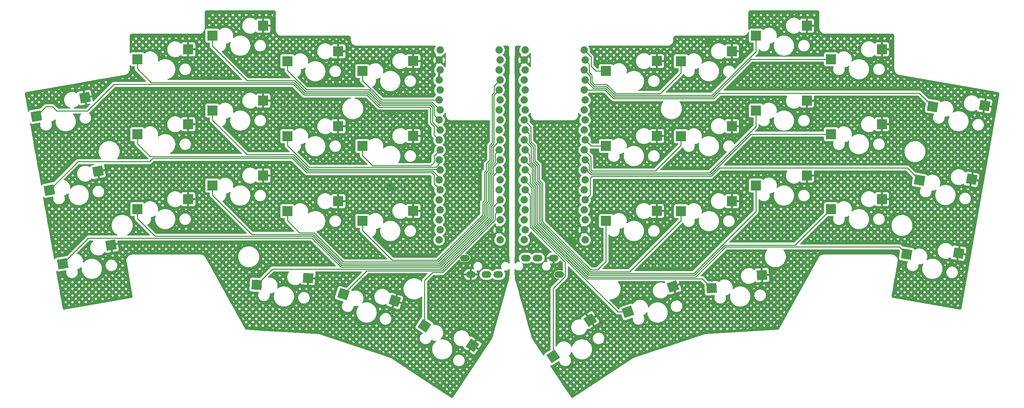
<source format=gbl>
G04 #@! TF.GenerationSoftware,KiCad,Pcbnew,6.0.5*
G04 #@! TF.CreationDate,2022-06-07T20:26:54-03:00*
G04 #@! TF.ProjectId,tenax,74656e61-782e-46b6-9963-61645f706362,rev?*
G04 #@! TF.SameCoordinates,Original*
G04 #@! TF.FileFunction,Copper,L2,Bot*
G04 #@! TF.FilePolarity,Positive*
%FSLAX46Y46*%
G04 Gerber Fmt 4.6, Leading zero omitted, Abs format (unit mm)*
G04 Created by KiCad (PCBNEW 6.0.5) date 2022-06-07 20:26:54*
%MOMM*%
%LPD*%
G01*
G04 APERTURE LIST*
G04 Aperture macros list*
%AMRotRect*
0 Rectangle, with rotation*
0 The origin of the aperture is its center*
0 $1 length*
0 $2 width*
0 $3 Rotation angle, in degrees counterclockwise*
0 Add horizontal line*
21,1,$1,$2,0,0,$3*%
G04 Aperture macros list end*
G04 #@! TA.AperFunction,SMDPad,CuDef*
%ADD10R,2.550000X2.500000*%
G04 #@! TD*
G04 #@! TA.AperFunction,SMDPad,CuDef*
%ADD11RotRect,2.550000X2.500000X170.000000*%
G04 #@! TD*
G04 #@! TA.AperFunction,ComponentPad*
%ADD12O,2.500000X1.700000*%
G04 #@! TD*
G04 #@! TA.AperFunction,SMDPad,CuDef*
%ADD13RotRect,2.550000X2.500000X190.000000*%
G04 #@! TD*
G04 #@! TA.AperFunction,SMDPad,CuDef*
%ADD14RotRect,2.550000X2.500000X176.500000*%
G04 #@! TD*
G04 #@! TA.AperFunction,SMDPad,CuDef*
%ADD15RotRect,2.550000X2.500000X213.500000*%
G04 #@! TD*
G04 #@! TA.AperFunction,SMDPad,CuDef*
%ADD16RotRect,2.550000X2.500000X183.500000*%
G04 #@! TD*
G04 #@! TA.AperFunction,SMDPad,CuDef*
%ADD17RotRect,2.550000X2.500000X198.500000*%
G04 #@! TD*
G04 #@! TA.AperFunction,SMDPad,CuDef*
%ADD18RotRect,2.550000X2.500000X161.500000*%
G04 #@! TD*
G04 #@! TA.AperFunction,SMDPad,CuDef*
%ADD19RotRect,2.550000X2.500000X146.500000*%
G04 #@! TD*
G04 #@! TA.AperFunction,ComponentPad*
%ADD20C,1.879600*%
G04 #@! TD*
G04 #@! TA.AperFunction,ViaPad*
%ADD21C,0.800000*%
G04 #@! TD*
G04 #@! TA.AperFunction,Conductor*
%ADD22C,0.250000*%
G04 #@! TD*
G04 #@! TA.AperFunction,Conductor*
%ADD23C,0.500000*%
G04 #@! TD*
G04 APERTURE END LIST*
D10*
X75463998Y-77089002D03*
X88390998Y-74549002D03*
X194463999Y-64539001D03*
X207390999Y-61999001D03*
X213513999Y-58039002D03*
X226440999Y-55499002D03*
D11*
X255069909Y-94818298D03*
X268241586Y-94561636D03*
D12*
X145073997Y-118754002D03*
X148073997Y-118754002D03*
X139573997Y-114554002D03*
X141073997Y-118754002D03*
D10*
X56413999Y-102139000D03*
X69340999Y-99599000D03*
X213513998Y-96139001D03*
X226440998Y-93599001D03*
X113564000Y-105139001D03*
X126491000Y-102599001D03*
X75463998Y-58039001D03*
X88390998Y-55499001D03*
X94513999Y-102639002D03*
X107440999Y-100099002D03*
D11*
X251761907Y-113578900D03*
X264933584Y-113322238D03*
D10*
X113563999Y-86088999D03*
X126490999Y-83548999D03*
X232563999Y-102139003D03*
X245490999Y-99599003D03*
D11*
X258377907Y-76057700D03*
X271549584Y-75801038D03*
D13*
X37431376Y-116039493D03*
X49720919Y-111293331D03*
D10*
X75464000Y-96139002D03*
X88391000Y-93599002D03*
X56413999Y-64039000D03*
X69340999Y-61499000D03*
X232563998Y-64039000D03*
X245490998Y-61499000D03*
X56414000Y-83089002D03*
X69341000Y-80549002D03*
D13*
X34123376Y-97278892D03*
X46412919Y-92532730D03*
D10*
X175413998Y-86089000D03*
X188340998Y-83549000D03*
D14*
X86733456Y-121375408D03*
X99791408Y-119629320D03*
D15*
X161996536Y-139583468D03*
X171374258Y-130330508D03*
D16*
X202271003Y-122240470D03*
X215018828Y-118916033D03*
D13*
X30815377Y-78518293D03*
X43104920Y-73772131D03*
D10*
X194464001Y-83589000D03*
X207391001Y-81049000D03*
X232563999Y-83089001D03*
X245490999Y-80549001D03*
X194463999Y-102639002D03*
X207390999Y-100099002D03*
X113563999Y-67039002D03*
X126490999Y-64499002D03*
D12*
X158073998Y-114554000D03*
X155073998Y-114554000D03*
X163573998Y-118754000D03*
X162073998Y-114554000D03*
D10*
X213513999Y-77089003D03*
X226440999Y-74549003D03*
X175413999Y-67039002D03*
X188340999Y-64499002D03*
X94513999Y-83589002D03*
X107440999Y-81049002D03*
D17*
X180992214Y-128260830D03*
X192445240Y-121750291D03*
D18*
X108718081Y-123764611D03*
X121783014Y-125457667D03*
D10*
X175413999Y-105139002D03*
X188340999Y-102599002D03*
X94514000Y-64539000D03*
X107441000Y-61999000D03*
D19*
X129335276Y-131762520D03*
X141516838Y-136779340D03*
D20*
X148267001Y-61704002D03*
X148521001Y-64244002D03*
X148267001Y-66784002D03*
X148521001Y-69324002D03*
X148267001Y-71864002D03*
X148521001Y-74404002D03*
X148267001Y-76944002D03*
X148521001Y-79484002D03*
X148267001Y-82024002D03*
X148521001Y-84564002D03*
X148267001Y-87104002D03*
X148521001Y-89644002D03*
X148267001Y-92184002D03*
X148521001Y-94724002D03*
X148267001Y-97264002D03*
X148521001Y-99804002D03*
X148267001Y-102344002D03*
X148521001Y-104884002D03*
X148267001Y-107424002D03*
X148521001Y-109964002D03*
X133027001Y-109964002D03*
X133281001Y-107424002D03*
X133027001Y-104884002D03*
X133281001Y-102344002D03*
X133027001Y-99804002D03*
X133281001Y-97264002D03*
X133027001Y-94724002D03*
X133281001Y-92184002D03*
X133027001Y-89644002D03*
X133281001Y-87104002D03*
X133027001Y-84564002D03*
X133281001Y-82024002D03*
X133027001Y-79484002D03*
X133281001Y-76944002D03*
X133027001Y-74404002D03*
X133281001Y-71864002D03*
X133027001Y-69324002D03*
X133281001Y-66784002D03*
X133027001Y-64244002D03*
X133281001Y-61704002D03*
X169866997Y-61704001D03*
X170120997Y-64244001D03*
X169866997Y-66784001D03*
X170120997Y-69324001D03*
X169866997Y-71864001D03*
X170120997Y-74404001D03*
X169866997Y-76944001D03*
X170120997Y-79484001D03*
X169866997Y-82024001D03*
X170120997Y-84564001D03*
X169866997Y-87104001D03*
X170120997Y-89644001D03*
X169866997Y-92184001D03*
X170120997Y-94724001D03*
X169866997Y-97264001D03*
X170120997Y-99804001D03*
X169866997Y-102344001D03*
X170120997Y-104884001D03*
X169866997Y-107424001D03*
X170120997Y-109964001D03*
X154626997Y-109964001D03*
X154880997Y-107424001D03*
X154626997Y-104884001D03*
X154880997Y-102344001D03*
X154626997Y-99804001D03*
X154880997Y-97264001D03*
X154626997Y-94724001D03*
X154880997Y-92184001D03*
X154626997Y-89644001D03*
X154880997Y-87104001D03*
X154626997Y-84564001D03*
X154880997Y-82024001D03*
X154626997Y-79484001D03*
X154880997Y-76944001D03*
X154626997Y-74404001D03*
X154880997Y-71864001D03*
X154626997Y-69324001D03*
X154880997Y-66784001D03*
X154626997Y-64244001D03*
X154880997Y-61704001D03*
D21*
X201548999Y-59079001D03*
X38233806Y-71789407D03*
X166650000Y-110175000D03*
X120648999Y-96628999D03*
X120648999Y-77579002D03*
D22*
X131775000Y-81153719D02*
X130875960Y-80254678D01*
X130875960Y-76446115D02*
X130631927Y-76202082D01*
X130875960Y-80254678D02*
X130875960Y-76446115D01*
X43726858Y-77173142D02*
X35915143Y-77173142D01*
X117776052Y-76202082D02*
X114694469Y-73120499D01*
X133027001Y-84564002D02*
X131775000Y-83312001D01*
X130631927Y-76202082D02*
X117776052Y-76202082D01*
X131775000Y-83312001D02*
X131775000Y-81153719D01*
X50500960Y-70399040D02*
X43726858Y-77173142D01*
X114694469Y-73120499D02*
X98780189Y-73120499D01*
X96058730Y-70399040D02*
X50500960Y-70399040D01*
X98780189Y-73120499D02*
X96058730Y-70399040D01*
X35915143Y-77173142D02*
X34817075Y-76075074D01*
X34817075Y-76075074D02*
X33258596Y-76075074D01*
X33258596Y-76075074D02*
X30815377Y-78518293D01*
X56413999Y-64039000D02*
X56413999Y-66447157D01*
X59916362Y-69949520D02*
X96244927Y-69949520D01*
X117962249Y-75752562D02*
X130818125Y-75752562D01*
X96244927Y-69949520D02*
X98966386Y-72670979D01*
X131325480Y-76259917D02*
X131325480Y-80068481D01*
X98966386Y-72670979D02*
X114880666Y-72670979D01*
X56413999Y-66447157D02*
X59916362Y-69949520D01*
X114880666Y-72670979D02*
X117962249Y-75752562D01*
X130818125Y-75752562D02*
X131325480Y-76259917D01*
X131325480Y-80068481D02*
X133281001Y-82024002D01*
X133027001Y-79484002D02*
X131775000Y-78232001D01*
X131775000Y-78232001D02*
X131775000Y-76073719D01*
X131775000Y-76073719D02*
X131004323Y-75303042D01*
X131004323Y-75303042D02*
X118148447Y-75303042D01*
X118148447Y-75303042D02*
X115066864Y-72221459D01*
X115066864Y-72221459D02*
X99152584Y-72221459D01*
X99152584Y-72221459D02*
X96431125Y-69500000D01*
X96431125Y-69500000D02*
X84275000Y-69500000D01*
X84275000Y-69500000D02*
X75463998Y-60688998D01*
X75463998Y-60688998D02*
X75463998Y-58039001D01*
X94514000Y-64539000D02*
X94514000Y-66947157D01*
X115253062Y-71771939D02*
X118334645Y-74853522D01*
X94514000Y-66947157D02*
X99338782Y-71771939D01*
X131190521Y-74853522D02*
X133281001Y-76944002D01*
X99338782Y-71771939D02*
X115253062Y-71771939D01*
X118334645Y-74853522D02*
X131190521Y-74853522D01*
X113563999Y-67039002D02*
X113563999Y-69447159D01*
X113563999Y-69447159D02*
X118520842Y-74404002D01*
X118520842Y-74404002D02*
X133027001Y-74404002D01*
X131190882Y-92851600D02*
X131762690Y-93423408D01*
X95808727Y-89199040D02*
X99461287Y-92851600D01*
X60325960Y-89199040D02*
X95808727Y-89199040D01*
X34123376Y-97278892D02*
X34128949Y-97278892D01*
X59484777Y-90040223D02*
X60325960Y-89199040D01*
X131762690Y-95745691D02*
X133281001Y-97264002D01*
X131762690Y-93423408D02*
X131762690Y-95745691D01*
X34128949Y-97278892D02*
X41367618Y-90040223D01*
X99461287Y-92851600D02*
X131190882Y-92851600D01*
X41367618Y-90040223D02*
X59484777Y-90040223D01*
X145908130Y-101145437D02*
X146362480Y-100691087D01*
X133332054Y-116898480D02*
X145908130Y-104322404D01*
X108134762Y-116898480D02*
X133332054Y-116898480D01*
X145908130Y-104322404D02*
X145908130Y-101145437D01*
X146362480Y-100691087D02*
X146362480Y-93452805D01*
X37431376Y-116039493D02*
X43996869Y-109474000D01*
X146362480Y-93452805D02*
X146812000Y-93003285D01*
X146812000Y-91353003D02*
X148521001Y-89644002D01*
X146812000Y-93003285D02*
X146812000Y-91353003D01*
X100710282Y-109474000D02*
X108134762Y-116898480D01*
X43996869Y-109474000D02*
X100710282Y-109474000D01*
X133027001Y-94052001D02*
X133027001Y-94724002D01*
X59666361Y-88749520D02*
X95994925Y-88749520D01*
X56414000Y-85497159D02*
X59666361Y-88749520D01*
X56414000Y-83089002D02*
X56414000Y-85497159D01*
X131377080Y-92402080D02*
X133027001Y-94052001D01*
X99647485Y-92402080D02*
X131377080Y-92402080D01*
X95994925Y-88749520D02*
X99647485Y-92402080D01*
X60891322Y-109024480D02*
X100896480Y-109024480D01*
X147256690Y-88114313D02*
X148267001Y-87104002D01*
X147256690Y-90272595D02*
X147256690Y-88114313D01*
X100896480Y-109024480D02*
X108320960Y-116448960D01*
X133145856Y-116448960D02*
X145458610Y-104136206D01*
X145458610Y-100959239D02*
X145912960Y-100504889D01*
X145912960Y-100504889D02*
X145912960Y-93266607D01*
X145458610Y-104136206D02*
X145458610Y-100959239D01*
X56413999Y-102139000D02*
X56413999Y-104547157D01*
X146362480Y-92817087D02*
X146362480Y-91166805D01*
X145912960Y-93266607D02*
X146362480Y-92817087D01*
X108320960Y-116448960D02*
X133145856Y-116448960D01*
X56413999Y-104547157D02*
X60891322Y-109024480D01*
X146362480Y-91166805D02*
X147256690Y-90272595D01*
X133049559Y-91952560D02*
X133281001Y-92184002D01*
X99833682Y-91952560D02*
X133049559Y-91952560D01*
X84266839Y-88300000D02*
X96181122Y-88300000D01*
X75463998Y-79497159D02*
X84266839Y-88300000D01*
X96181122Y-88300000D02*
X99833682Y-91952560D01*
X75463998Y-77089002D02*
X75463998Y-79497159D01*
X132959658Y-115999440D02*
X145009090Y-103950008D01*
X101082678Y-108574960D02*
X108507158Y-115999440D01*
X145463440Y-100318691D02*
X145463440Y-93080409D01*
X108507158Y-115999440D02*
X132959658Y-115999440D01*
X146807170Y-86277833D02*
X148521001Y-84564002D01*
X145463440Y-93080409D02*
X145912960Y-92630889D01*
X146807170Y-90086397D02*
X146807170Y-86277833D01*
X145912960Y-92630889D02*
X145912960Y-90980607D01*
X145009090Y-100773041D02*
X145463440Y-100318691D01*
X75464000Y-98547159D02*
X85491801Y-108574960D01*
X85491801Y-108574960D02*
X101082678Y-108574960D01*
X145912960Y-90980607D02*
X146807170Y-90086397D01*
X145009090Y-103950008D02*
X145009090Y-100773041D01*
X75464000Y-96139002D02*
X75464000Y-98547159D01*
X100019880Y-91503040D02*
X94513999Y-85997159D01*
X94513999Y-85997159D02*
X94513999Y-83589002D01*
X133027001Y-90647999D02*
X132171960Y-91503040D01*
X133027001Y-89644002D02*
X133027001Y-90647999D01*
X132171960Y-91503040D02*
X100019880Y-91503040D01*
X132773460Y-115549920D02*
X144559570Y-103763810D01*
X145013920Y-100132493D02*
X145013920Y-92894211D01*
X94513999Y-105047159D02*
X97592280Y-108125440D01*
X101268876Y-108125440D02*
X101532198Y-108388763D01*
X144559570Y-100586843D02*
X145013920Y-100132493D01*
X144559570Y-103763810D02*
X144559570Y-100586843D01*
X101532198Y-108388763D02*
X108693355Y-115549920D01*
X94513999Y-102639002D02*
X94513999Y-105047159D01*
X146975000Y-85474285D02*
X146975000Y-73156003D01*
X145013920Y-92894211D02*
X145463440Y-92444692D01*
X97592280Y-108125440D02*
X101268876Y-108125440D01*
X146975000Y-73156003D02*
X148267001Y-71864002D01*
X146357650Y-86091635D02*
X146975000Y-85474285D01*
X108693355Y-115549920D02*
X132773460Y-115549920D01*
X145463440Y-92444692D02*
X145463440Y-90794410D01*
X145463440Y-90794410D02*
X146357650Y-89900199D01*
X146357650Y-89900199D02*
X146357650Y-86091635D01*
X116120363Y-91053520D02*
X130971480Y-91053520D01*
X131762690Y-90262310D02*
X131762690Y-88622313D01*
X130971480Y-91053520D02*
X131762690Y-90262310D01*
X113563999Y-88497156D02*
X116120363Y-91053520D01*
X113563999Y-86088999D02*
X113563999Y-88497156D01*
X131762690Y-88622313D02*
X133281001Y-87104002D01*
X171624520Y-65799520D02*
X171624520Y-63461524D01*
X171624520Y-63461524D02*
X169866997Y-61704001D01*
X172864002Y-67039002D02*
X171624520Y-65799520D01*
X175413999Y-67039002D02*
X172864002Y-67039002D01*
X171645996Y-86089000D02*
X170120997Y-84564001D01*
X175413998Y-86089000D02*
X171645996Y-86089000D01*
X156340828Y-81197832D02*
X154626997Y-79484001D01*
X159321640Y-105346614D02*
X159321640Y-95604339D01*
X157348560Y-86014128D02*
X156340828Y-85006396D01*
X157348560Y-89822695D02*
X157348560Y-86014128D01*
X156340828Y-85006396D02*
X156340828Y-81197832D01*
X159321640Y-95604339D02*
X158447600Y-94730299D01*
X158447600Y-94730299D02*
X158447600Y-90921735D01*
X158447600Y-90921735D02*
X157348560Y-89822695D01*
X173261797Y-117588203D02*
X171563229Y-117588203D01*
X171563229Y-117588203D02*
X159321640Y-105346614D01*
X175413999Y-115436001D02*
X173261797Y-117588203D01*
X175413999Y-105139002D02*
X175413999Y-115436001D01*
X171834828Y-69766396D02*
X172583873Y-70515441D01*
X170120997Y-64244001D02*
X171175000Y-65298004D01*
X172583873Y-70515441D02*
X175716418Y-70515441D01*
X189223560Y-72726440D02*
X194463999Y-67486001D01*
X171834828Y-68116115D02*
X171834828Y-69766396D01*
X171175000Y-65298004D02*
X171175000Y-67456286D01*
X175716418Y-70515441D02*
X177927417Y-72726440D01*
X194463999Y-67486001D02*
X194463999Y-64539001D01*
X171175000Y-67456286D02*
X171834828Y-68116115D01*
X177927417Y-72726440D02*
X189223560Y-72726440D01*
X194464001Y-85885999D02*
X187924040Y-92425960D01*
X187924040Y-92425960D02*
X171936678Y-92425960D01*
X171580828Y-92070110D02*
X171580828Y-88817832D01*
X194464001Y-83589000D02*
X194464001Y-85885999D01*
X171580828Y-88817832D02*
X169866997Y-87104001D01*
X171936678Y-92425960D02*
X171580828Y-92070110D01*
X194463999Y-105011001D02*
X181437277Y-118037723D01*
X171377031Y-118037723D02*
X158872120Y-105532812D01*
X157998080Y-94916497D02*
X157998080Y-91107933D01*
X157998080Y-91107933D02*
X156899040Y-90008893D01*
X181437277Y-118037723D02*
X171377031Y-118037723D01*
X194463999Y-102639002D02*
X194463999Y-105011001D01*
X155891308Y-83034312D02*
X154880997Y-82024001D01*
X158872120Y-95790537D02*
X157998080Y-94916497D01*
X158872120Y-105532812D02*
X158872120Y-95790537D01*
X156899040Y-86200326D02*
X155891308Y-85192594D01*
X156899040Y-90008893D02*
X156899040Y-86200326D01*
X155891308Y-85192594D02*
X155891308Y-83034312D01*
X175530220Y-70964961D02*
X177741219Y-73175960D01*
X202405197Y-73175960D02*
X213513999Y-62067158D01*
X171385308Y-68302312D02*
X171385308Y-69952594D01*
X172397675Y-70964961D02*
X175530220Y-70964961D01*
X213513999Y-62067158D02*
X213513999Y-58039002D01*
X171385308Y-69952594D02*
X172397675Y-70964961D01*
X169866997Y-66784001D02*
X171385308Y-68302312D01*
X177741219Y-73175960D02*
X202405197Y-73175960D01*
X201755678Y-92875480D02*
X213513999Y-81117159D01*
X171131308Y-90654312D02*
X171131308Y-92256308D01*
X213513999Y-81117159D02*
X213513999Y-77089003D01*
X171750480Y-92875480D02*
X201755678Y-92875480D01*
X171131308Y-92256308D02*
X171750480Y-92875480D01*
X170120997Y-89644001D02*
X171131308Y-90654312D01*
X158422600Y-95976734D02*
X157548560Y-95102693D01*
X213513998Y-102725851D02*
X197752606Y-118487243D01*
X157548560Y-91294130D02*
X156449520Y-90195089D01*
X171190833Y-118487243D02*
X158422600Y-105719010D01*
X157548560Y-95102693D02*
X157548560Y-91294130D01*
X156449520Y-90195089D02*
X156449520Y-86386524D01*
X158422600Y-105719010D02*
X158422600Y-95976734D01*
X156449520Y-86386524D02*
X154626997Y-84564001D01*
X213513998Y-96139001D02*
X213513998Y-102725851D01*
X197752606Y-118487243D02*
X171190833Y-118487243D01*
X172211477Y-71414481D02*
X170120997Y-69324001D01*
X232563998Y-64039000D02*
X212177875Y-64039000D01*
X177555021Y-73625480D02*
X175344022Y-71414481D01*
X202591395Y-73625480D02*
X177555021Y-73625480D01*
X175344022Y-71414481D02*
X172211477Y-71414481D01*
X212177875Y-64039000D02*
X202591395Y-73625480D01*
X201941875Y-93325000D02*
X171564282Y-93325000D01*
X170423283Y-92184001D02*
X169866997Y-92184001D01*
X212177875Y-83089001D02*
X201941875Y-93325000D01*
X232563999Y-83089001D02*
X212177875Y-83089001D01*
X171564282Y-93325000D02*
X170423283Y-92184001D01*
X156000000Y-88223004D02*
X156000000Y-90381286D01*
X205595126Y-111280440D02*
X223422562Y-111280440D01*
X171004635Y-118936763D02*
X197938802Y-118936763D01*
X157099040Y-91480327D02*
X157099040Y-95288890D01*
X157099040Y-95288890D02*
X157973080Y-96162931D01*
X223422562Y-111280440D02*
X232563999Y-102139003D01*
X157973080Y-96162931D02*
X157973080Y-105905208D01*
X154880997Y-87104001D02*
X156000000Y-88223004D01*
X156000000Y-90381286D02*
X157099040Y-91480327D01*
X197938802Y-118936763D02*
X205595126Y-111280440D01*
X157973080Y-105905208D02*
X171004635Y-118936763D01*
X177368823Y-74075000D02*
X202777592Y-74075000D01*
X202777592Y-74075000D02*
X204178110Y-72674482D01*
X204178110Y-72674482D02*
X254994689Y-72674482D01*
X254994689Y-72674482D02*
X258377907Y-76057700D01*
X175157824Y-71864001D02*
X177368823Y-74075000D01*
X169866997Y-71864001D02*
X175157824Y-71864001D01*
X204227593Y-91675000D02*
X202128073Y-93774520D01*
X255069909Y-94818298D02*
X251926611Y-91675000D01*
X171425000Y-94275000D02*
X171425000Y-98499998D01*
X251926611Y-91675000D02*
X204227593Y-91675000D01*
X171925480Y-93774520D02*
X171425000Y-94275000D01*
X171425000Y-98499998D02*
X170120997Y-99804001D01*
X202128073Y-93774520D02*
X171925480Y-93774520D01*
X170818437Y-119386283D02*
X157523560Y-106091406D01*
X249912967Y-111729960D02*
X205781323Y-111729960D01*
X156649520Y-91666524D02*
X154626997Y-89644001D01*
X157523560Y-106091406D02*
X157523560Y-96349128D01*
X157523560Y-96349128D02*
X156649520Y-95475088D01*
X198125000Y-119386283D02*
X170818437Y-119386283D01*
X156649520Y-95475088D02*
X156649520Y-91666524D01*
X205781323Y-111729960D02*
X198125000Y-119386283D01*
X251761907Y-113578900D02*
X249912967Y-111729960D01*
X146812000Y-100877285D02*
X146812000Y-93639003D01*
X146812000Y-93639003D02*
X148267001Y-92184002D01*
X146357650Y-101331635D02*
X146812000Y-100877285D01*
X146357650Y-104508602D02*
X146357650Y-101331635D01*
X133518252Y-117348000D02*
X146357650Y-104508602D01*
X86733456Y-121375408D02*
X90760864Y-117348000D01*
X90760864Y-117348000D02*
X133518252Y-117348000D01*
X146807170Y-104694800D02*
X146807170Y-101517833D01*
X108718081Y-123764611D02*
X114685172Y-117797520D01*
X114685172Y-117797520D02*
X133704450Y-117797520D01*
X146807170Y-101517833D02*
X148521001Y-99804002D01*
X133704450Y-117797520D02*
X146807170Y-104694800D01*
X147256690Y-103354313D02*
X148267001Y-102344002D01*
X129335276Y-120239724D02*
X131327960Y-118247040D01*
X147256690Y-104880997D02*
X147256690Y-103354313D01*
X133890647Y-118247040D02*
X147256690Y-104880997D01*
X129335276Y-131762520D02*
X129335276Y-120239724D01*
X131327960Y-118247040D02*
X133890647Y-118247040D01*
X156175000Y-106650000D02*
X156175000Y-98558004D01*
X165098518Y-115573518D02*
X156175000Y-106650000D01*
X156175000Y-98558004D02*
X154880997Y-97264001D01*
X161996536Y-139583468D02*
X161996536Y-122321773D01*
X161996536Y-122321773D02*
X165098518Y-119219791D01*
X165098518Y-119219791D02*
X165098518Y-115573518D01*
X178421548Y-128260830D02*
X156624520Y-106463802D01*
X180992214Y-128260830D02*
X178421548Y-128260830D01*
X156624520Y-106463802D02*
X156624520Y-96721524D01*
X156624520Y-96721524D02*
X154626997Y-94724001D01*
X170632239Y-119835803D02*
X157074040Y-106277604D01*
X202271003Y-122240470D02*
X199866336Y-119835803D01*
X199866336Y-119835803D02*
X170632239Y-119835803D01*
X157074040Y-106277604D02*
X157074040Y-96535326D01*
X157074040Y-96535326D02*
X156200000Y-95661286D01*
X156200000Y-95661286D02*
X156200000Y-93503004D01*
X156200000Y-93503004D02*
X154880997Y-92184001D01*
D23*
X133027001Y-69324002D02*
X133027001Y-67038002D01*
X133027001Y-67038002D02*
X133281001Y-66784002D01*
D22*
X113564000Y-105139001D02*
X113564000Y-107547158D01*
X113564000Y-107547158D02*
X121117242Y-115100400D01*
X147002690Y-70842313D02*
X148521001Y-69324002D01*
X132587262Y-115100400D02*
X144110050Y-103577612D01*
X145908130Y-85905437D02*
X146525480Y-85288087D01*
X144564400Y-99946295D02*
X144564401Y-92708013D01*
X145908130Y-89714002D02*
X145908130Y-85905437D01*
X144564401Y-92708013D02*
X145013920Y-92258494D01*
X145013920Y-90608213D02*
X145908130Y-89714002D01*
X146525480Y-72969805D02*
X147002690Y-72492595D01*
X121117242Y-115100400D02*
X132587262Y-115100400D01*
X145013920Y-92258494D02*
X145013920Y-90608213D01*
X144110050Y-100400645D02*
X144564400Y-99946295D01*
X144110050Y-103577612D02*
X144110050Y-100400645D01*
X146525480Y-85288087D02*
X146525480Y-72969805D01*
X147002690Y-72492595D02*
X147002690Y-70842313D01*
G04 #@! TA.AperFunction,Conductor*
G36*
X150344018Y-60564000D02*
G01*
X150358851Y-60566310D01*
X150358855Y-60566310D01*
X150367724Y-60567691D01*
X150376626Y-60566527D01*
X150376631Y-60566527D01*
X150376750Y-60566511D01*
X150407187Y-60566240D01*
X150469263Y-60573234D01*
X150496771Y-60579513D01*
X150573853Y-60606485D01*
X150599274Y-60618727D01*
X150668426Y-60662178D01*
X150690485Y-60679770D01*
X150748230Y-60737515D01*
X150765822Y-60759574D01*
X150802094Y-60817300D01*
X150809273Y-60828726D01*
X150821513Y-60854142D01*
X150845636Y-60923080D01*
X150848488Y-60931231D01*
X150854766Y-60958735D01*
X150855873Y-60968561D01*
X150860759Y-61011913D01*
X150861018Y-61014215D01*
X150860604Y-61029863D01*
X150861799Y-61029878D01*
X150861689Y-61038848D01*
X150860307Y-61047725D01*
X150863199Y-61069842D01*
X150864434Y-61079284D01*
X150865498Y-61095622D01*
X150865498Y-63045382D01*
X150865496Y-63046152D01*
X150865022Y-63123726D01*
X150872165Y-63148715D01*
X150873147Y-63152152D01*
X150876725Y-63168916D01*
X150879644Y-63189297D01*
X150879645Y-63189302D01*
X150880918Y-63198189D01*
X150891549Y-63221569D01*
X150897994Y-63239088D01*
X150905050Y-63263775D01*
X150909839Y-63271365D01*
X150913506Y-63279562D01*
X150912315Y-63280095D01*
X150921557Y-63303523D01*
X150922022Y-63303372D01*
X150965867Y-63438314D01*
X150967894Y-63509282D01*
X150960044Y-63530895D01*
X150942750Y-63567646D01*
X150930380Y-63632492D01*
X150915876Y-63708530D01*
X150911575Y-63731075D01*
X150915217Y-63788954D01*
X150920644Y-63875212D01*
X150922022Y-63897122D01*
X150924471Y-63904658D01*
X150924471Y-63904660D01*
X150965867Y-64032064D01*
X150967894Y-64103032D01*
X150960044Y-64124645D01*
X150942750Y-64161396D01*
X150932782Y-64213651D01*
X150914095Y-64311617D01*
X150911575Y-64324825D01*
X150912086Y-64332940D01*
X150919652Y-64453195D01*
X150922022Y-64490872D01*
X150924471Y-64498408D01*
X150924471Y-64498410D01*
X150965867Y-64625814D01*
X150967894Y-64696782D01*
X150960044Y-64718395D01*
X150942750Y-64755146D01*
X150939224Y-64773630D01*
X150915152Y-64899825D01*
X150911575Y-64918575D01*
X150916530Y-64997337D01*
X150921077Y-65069595D01*
X150922022Y-65084622D01*
X150924471Y-65092158D01*
X150924471Y-65092160D01*
X150965867Y-65219564D01*
X150967894Y-65290532D01*
X150960044Y-65312145D01*
X150942750Y-65348896D01*
X150928787Y-65422092D01*
X150914457Y-65497219D01*
X150911575Y-65512325D01*
X150915270Y-65571049D01*
X150920119Y-65648119D01*
X150922022Y-65678372D01*
X150924471Y-65685908D01*
X150924471Y-65685910D01*
X150965867Y-65813314D01*
X150967894Y-65884282D01*
X150960044Y-65905895D01*
X150942750Y-65942646D01*
X150929165Y-66013863D01*
X150913174Y-66097695D01*
X150911575Y-66106075D01*
X150916321Y-66181515D01*
X150921071Y-66257002D01*
X150922022Y-66272122D01*
X150924471Y-66279658D01*
X150924471Y-66279660D01*
X150965867Y-66407064D01*
X150967894Y-66478032D01*
X150960044Y-66499645D01*
X150942750Y-66536396D01*
X150931609Y-66594799D01*
X150921639Y-66647069D01*
X150911575Y-66699825D01*
X150914637Y-66748495D01*
X150921338Y-66854994D01*
X150922022Y-66865872D01*
X150924471Y-66873408D01*
X150924471Y-66873410D01*
X150965867Y-67000814D01*
X150967894Y-67071782D01*
X150960044Y-67093395D01*
X150942750Y-67130146D01*
X150938469Y-67152588D01*
X150917219Y-67263990D01*
X150911575Y-67293575D01*
X150914160Y-67334662D01*
X150919823Y-67424664D01*
X150922022Y-67459622D01*
X150924471Y-67467158D01*
X150924471Y-67467160D01*
X150965867Y-67594564D01*
X150967894Y-67665532D01*
X150960044Y-67687145D01*
X150942750Y-67723896D01*
X150931028Y-67785348D01*
X150916026Y-67822712D01*
X150916294Y-67822836D01*
X150913874Y-67828073D01*
X150912993Y-67830268D01*
X150907646Y-67838517D01*
X150905074Y-67847118D01*
X150905072Y-67847122D01*
X150900287Y-67863122D01*
X150893626Y-67880566D01*
X150886531Y-67895678D01*
X150882717Y-67903802D01*
X150881336Y-67912669D01*
X150881336Y-67912670D01*
X150878168Y-67933017D01*
X150874385Y-67949734D01*
X150868483Y-67969468D01*
X150868482Y-67969474D01*
X150865912Y-67978068D01*
X150865857Y-67987039D01*
X150865857Y-67987040D01*
X150865811Y-67994636D01*
X150865726Y-68008611D01*
X150865702Y-68012499D01*
X150865669Y-68013291D01*
X150865498Y-68014388D01*
X150865498Y-68045379D01*
X150865496Y-68046149D01*
X150865022Y-68123723D01*
X150865406Y-68125067D01*
X150865498Y-68126412D01*
X150865500Y-114145378D01*
X150865498Y-114146148D01*
X150865024Y-114223722D01*
X150869260Y-114238542D01*
X150873150Y-114252154D01*
X150876728Y-114268916D01*
X150880920Y-114298188D01*
X150884634Y-114306356D01*
X150884634Y-114306357D01*
X150891548Y-114321563D01*
X150897996Y-114339087D01*
X150905051Y-114363772D01*
X150909840Y-114371363D01*
X150913506Y-114379557D01*
X150912316Y-114380089D01*
X150921559Y-114403523D01*
X150922023Y-114403372D01*
X150924474Y-114410915D01*
X150924474Y-114410916D01*
X150965868Y-114538314D01*
X150967895Y-114609282D01*
X150960045Y-114630895D01*
X150942751Y-114667646D01*
X150928111Y-114744393D01*
X150914253Y-114817043D01*
X150911576Y-114831075D01*
X150915235Y-114889226D01*
X150920185Y-114967901D01*
X150922023Y-114997122D01*
X150924472Y-115004658D01*
X150924472Y-115004660D01*
X150965868Y-115132064D01*
X150967895Y-115203032D01*
X150960045Y-115224645D01*
X150942751Y-115261396D01*
X150933357Y-115310641D01*
X150914857Y-115407627D01*
X150911576Y-115424825D01*
X150914221Y-115466859D01*
X150920775Y-115571029D01*
X150922023Y-115590872D01*
X150924472Y-115598408D01*
X150924472Y-115598410D01*
X150965868Y-115725814D01*
X150967895Y-115796782D01*
X150960045Y-115818395D01*
X150942751Y-115855146D01*
X150939672Y-115871287D01*
X150939453Y-115872436D01*
X150907040Y-115935602D01*
X150845623Y-115971217D01*
X150774700Y-115967973D01*
X150720340Y-115931180D01*
X150716943Y-115926391D01*
X150602497Y-115816833D01*
X150568477Y-115784266D01*
X150564147Y-115780121D01*
X150386449Y-115665382D01*
X150281571Y-115623115D01*
X150195829Y-115588560D01*
X150195826Y-115588559D01*
X150190260Y-115586316D01*
X149982660Y-115545774D01*
X149977098Y-115545502D01*
X149821151Y-115545502D01*
X149663431Y-115560550D01*
X149460463Y-115620094D01*
X149455136Y-115622838D01*
X149455135Y-115622838D01*
X149277748Y-115714198D01*
X149277745Y-115714200D01*
X149272417Y-115716944D01*
X149106077Y-115847606D01*
X149102149Y-115852133D01*
X149102142Y-115852140D01*
X149007120Y-115961644D01*
X148967445Y-116007365D01*
X148964445Y-116012551D01*
X148964442Y-116012555D01*
X148892958Y-116136120D01*
X148861524Y-116190456D01*
X148792136Y-116390273D01*
X148791275Y-116396208D01*
X148791275Y-116396210D01*
X148762646Y-116593664D01*
X148761784Y-116599606D01*
X148771564Y-116810901D01*
X148794975Y-116908041D01*
X148819570Y-117010095D01*
X148821122Y-117016536D01*
X148823604Y-117021994D01*
X148823605Y-117021998D01*
X148867049Y-117117546D01*
X148908671Y-117209089D01*
X148926223Y-117233833D01*
X148927732Y-117235960D01*
X148950830Y-117303094D01*
X148933966Y-117372059D01*
X148882494Y-117420958D01*
X148812756Y-117434267D01*
X148802541Y-117432849D01*
X148606389Y-117397379D01*
X148606382Y-117397378D01*
X148602305Y-117396641D01*
X148584583Y-117395805D01*
X148579641Y-117395572D01*
X148579634Y-117395572D01*
X148578153Y-117395502D01*
X147616107Y-117395502D01*
X147557475Y-117400477D01*
X147449588Y-117409631D01*
X147449584Y-117409632D01*
X147444277Y-117410082D01*
X147439122Y-117411420D01*
X147439116Y-117411421D01*
X147226294Y-117466659D01*
X147226290Y-117466660D01*
X147221125Y-117468001D01*
X147216259Y-117470193D01*
X147216256Y-117470194D01*
X147088191Y-117527883D01*
X147010922Y-117562690D01*
X146819678Y-117691443D01*
X146815821Y-117695122D01*
X146815819Y-117695124D01*
X146658647Y-117845059D01*
X146595550Y-117877606D01*
X146524873Y-117870875D01*
X146476510Y-117836469D01*
X146428026Y-117780597D01*
X146428024Y-117780595D01*
X146424520Y-117776557D01*
X146359003Y-117722836D01*
X146250370Y-117633762D01*
X146250364Y-117633758D01*
X146246242Y-117630378D01*
X146241606Y-117627739D01*
X146241603Y-117627737D01*
X146058899Y-117523736D01*
X146045883Y-117516327D01*
X145829172Y-117437665D01*
X145823923Y-117436716D01*
X145823920Y-117436715D01*
X145606389Y-117397379D01*
X145606382Y-117397378D01*
X145602305Y-117396641D01*
X145584583Y-117395805D01*
X145579641Y-117395572D01*
X145579634Y-117395572D01*
X145578153Y-117395502D01*
X144616107Y-117395502D01*
X144557475Y-117400477D01*
X144449588Y-117409631D01*
X144449584Y-117409632D01*
X144444277Y-117410082D01*
X144439122Y-117411420D01*
X144439116Y-117411421D01*
X144226294Y-117466659D01*
X144226290Y-117466660D01*
X144221125Y-117468001D01*
X144216259Y-117470193D01*
X144216256Y-117470194D01*
X144088191Y-117527883D01*
X144010922Y-117562690D01*
X143819678Y-117691443D01*
X143815821Y-117695122D01*
X143815819Y-117695124D01*
X143755554Y-117752614D01*
X143652862Y-117850578D01*
X143649679Y-117854856D01*
X143625781Y-117886976D01*
X143515243Y-118035544D01*
X143512827Y-118040295D01*
X143512825Y-118040299D01*
X143480310Y-118104252D01*
X143410757Y-118241053D01*
X143409175Y-118246147D01*
X143409174Y-118246150D01*
X143369932Y-118372531D01*
X143342390Y-118461229D01*
X143341689Y-118466518D01*
X143312834Y-118684233D01*
X143312099Y-118689776D01*
X143312299Y-118695105D01*
X143312299Y-118695107D01*
X143315962Y-118792664D01*
X143320748Y-118920160D01*
X143368090Y-119145793D01*
X143370048Y-119150752D01*
X143370049Y-119150754D01*
X143450723Y-119355031D01*
X143452773Y-119360223D01*
X143455540Y-119364782D01*
X143455541Y-119364785D01*
X143525456Y-119480001D01*
X143572374Y-119557319D01*
X143575871Y-119561349D01*
X143718844Y-119726111D01*
X143723474Y-119731447D01*
X143749226Y-119752562D01*
X143897624Y-119874242D01*
X143897630Y-119874246D01*
X143901752Y-119877626D01*
X143906388Y-119880265D01*
X143906391Y-119880267D01*
X144047715Y-119960713D01*
X144102111Y-119991677D01*
X144318822Y-120070339D01*
X144324071Y-120071288D01*
X144324074Y-120071289D01*
X144541605Y-120110625D01*
X144541612Y-120110626D01*
X144545689Y-120111363D01*
X144563411Y-120112199D01*
X144568353Y-120112432D01*
X144568360Y-120112432D01*
X144569841Y-120112502D01*
X145531887Y-120112502D01*
X145606901Y-120106137D01*
X145698406Y-120098373D01*
X145698410Y-120098372D01*
X145703717Y-120097922D01*
X145708872Y-120096584D01*
X145708878Y-120096583D01*
X145921700Y-120041345D01*
X145921704Y-120041344D01*
X145926869Y-120040003D01*
X145931735Y-120037811D01*
X145931738Y-120037810D01*
X146083170Y-119969595D01*
X146137072Y-119945314D01*
X146328316Y-119816561D01*
X146332175Y-119812880D01*
X146489347Y-119662945D01*
X146552444Y-119630398D01*
X146623121Y-119637129D01*
X146671484Y-119671535D01*
X146719662Y-119727054D01*
X146723474Y-119731447D01*
X146749226Y-119752562D01*
X146897624Y-119874242D01*
X146897630Y-119874246D01*
X146901752Y-119877626D01*
X146906388Y-119880265D01*
X146906391Y-119880267D01*
X147047715Y-119960713D01*
X147102111Y-119991677D01*
X147318822Y-120070339D01*
X147324071Y-120071288D01*
X147324074Y-120071289D01*
X147541605Y-120110625D01*
X147541612Y-120110626D01*
X147545689Y-120111363D01*
X147563411Y-120112199D01*
X147568353Y-120112432D01*
X147568360Y-120112432D01*
X147569841Y-120112502D01*
X148531887Y-120112502D01*
X148606901Y-120106137D01*
X148698406Y-120098373D01*
X148698410Y-120098372D01*
X148703717Y-120097922D01*
X148708872Y-120096584D01*
X148708878Y-120096583D01*
X148921700Y-120041345D01*
X148921704Y-120041344D01*
X148926869Y-120040003D01*
X148931735Y-120037811D01*
X148931738Y-120037810D01*
X149083170Y-119969595D01*
X149137072Y-119945314D01*
X149328316Y-119816561D01*
X149332366Y-119812698D01*
X149424939Y-119724387D01*
X149495132Y-119657426D01*
X149514152Y-119631863D01*
X149579021Y-119544675D01*
X149632751Y-119472460D01*
X149635304Y-119467440D01*
X149703652Y-119333007D01*
X149737237Y-119266951D01*
X149746516Y-119237070D01*
X149804021Y-119051873D01*
X149805604Y-119046775D01*
X149808631Y-119023936D01*
X149835195Y-118823513D01*
X149835195Y-118823508D01*
X149835895Y-118818228D01*
X149835420Y-118805562D01*
X149829434Y-118646115D01*
X149827246Y-118587844D01*
X149822786Y-118566585D01*
X149789854Y-118409635D01*
X149779904Y-118362211D01*
X149773985Y-118347223D01*
X149697182Y-118152746D01*
X149697181Y-118152744D01*
X149695221Y-118147781D01*
X149692039Y-118142536D01*
X149578386Y-117955243D01*
X149578385Y-117955242D01*
X149575620Y-117950685D01*
X149572378Y-117946949D01*
X149548440Y-117880232D01*
X149564399Y-117811052D01*
X149615225Y-117761482D01*
X149684783Y-117747260D01*
X149698371Y-117749153D01*
X149765334Y-117762230D01*
X149770896Y-117762502D01*
X149926843Y-117762502D01*
X150084563Y-117747454D01*
X150287531Y-117687910D01*
X150294166Y-117684493D01*
X150470246Y-117593806D01*
X150470249Y-117593804D01*
X150475577Y-117591060D01*
X150641917Y-117460398D01*
X150720476Y-117369867D01*
X150780227Y-117331528D01*
X150851224Y-117331578D01*
X150910922Y-117370005D01*
X150935472Y-117413514D01*
X150965868Y-117507065D01*
X150967895Y-117578032D01*
X150960045Y-117599645D01*
X150942751Y-117636396D01*
X150931548Y-117695124D01*
X150915342Y-117780085D01*
X150911576Y-117799825D01*
X150915280Y-117858691D01*
X150919565Y-117926797D01*
X150922023Y-117965872D01*
X150924472Y-117973408D01*
X150924472Y-117973410D01*
X150965868Y-118100814D01*
X150967895Y-118171782D01*
X150960045Y-118193395D01*
X150942751Y-118230146D01*
X150932209Y-118285410D01*
X150916535Y-118367581D01*
X150911576Y-118393575D01*
X150915833Y-118461229D01*
X150921378Y-118549366D01*
X150922023Y-118559622D01*
X150924472Y-118567158D01*
X150924472Y-118567160D01*
X150965868Y-118694564D01*
X150967895Y-118765532D01*
X150960045Y-118787145D01*
X150942751Y-118823896D01*
X150939530Y-118840782D01*
X150931027Y-118885355D01*
X150916028Y-118922714D01*
X150916296Y-118922838D01*
X150913875Y-118928078D01*
X150912994Y-118930272D01*
X150912531Y-118930986D01*
X150912530Y-118930989D01*
X150907649Y-118938519D01*
X150904018Y-118950662D01*
X150900291Y-118963123D01*
X150893631Y-118980564D01*
X150882722Y-119003800D01*
X150881341Y-119012667D01*
X150881340Y-119012671D01*
X150878170Y-119033025D01*
X150874389Y-119049737D01*
X150868565Y-119069214D01*
X150865916Y-119078071D01*
X150865861Y-119087043D01*
X150865861Y-119087044D01*
X150865706Y-119112497D01*
X150865673Y-119113287D01*
X150865502Y-119114385D01*
X150865502Y-119145350D01*
X150865500Y-119146120D01*
X150865233Y-119189916D01*
X150865026Y-119223726D01*
X150865410Y-119225069D01*
X150865502Y-119226414D01*
X150865501Y-119307886D01*
X150865499Y-119714386D01*
X150865499Y-119714635D01*
X150863999Y-119734019D01*
X150861689Y-119748852D01*
X150861689Y-119748856D01*
X150860308Y-119757725D01*
X150862912Y-119777635D01*
X150863841Y-119799806D01*
X150863835Y-119799938D01*
X150863665Y-119803607D01*
X150862588Y-119815201D01*
X150858255Y-119846215D01*
X150847882Y-119881554D01*
X150843401Y-119891271D01*
X150842080Y-119900151D01*
X150842080Y-119900152D01*
X150838720Y-119922746D01*
X150835265Y-119938748D01*
X150276473Y-121899199D01*
X146607679Y-134770693D01*
X146600923Y-134788924D01*
X146590801Y-134810871D01*
X146589481Y-134819746D01*
X146587991Y-134829763D01*
X146582609Y-134851923D01*
X146579916Y-134859814D01*
X146575137Y-134871778D01*
X146559521Y-134905723D01*
X146553568Y-134917098D01*
X146553067Y-134917947D01*
X146537669Y-134938795D01*
X146530391Y-134946780D01*
X146516254Y-134975701D01*
X146508131Y-134989897D01*
X141370880Y-142751377D01*
X136682052Y-149835367D01*
X136670103Y-149850703D01*
X136660037Y-149861746D01*
X136660034Y-149861751D01*
X136653991Y-149868380D01*
X136650052Y-149876438D01*
X136650046Y-149876447D01*
X136649992Y-149876558D01*
X136633420Y-149902088D01*
X136593323Y-149949995D01*
X136572908Y-149969464D01*
X136507871Y-150018856D01*
X136483635Y-150033296D01*
X136413288Y-150065143D01*
X136409230Y-150066980D01*
X136382388Y-150075664D01*
X136354338Y-150081371D01*
X136302360Y-150091946D01*
X136274259Y-150094441D01*
X136239311Y-150093613D01*
X136192610Y-150092506D01*
X136164658Y-150088684D01*
X136085487Y-150068631D01*
X136059086Y-150058685D01*
X136026899Y-150042235D01*
X136009367Y-150033274D01*
X135996311Y-150024652D01*
X135995881Y-150025285D01*
X135988454Y-150020238D01*
X135981821Y-150014191D01*
X135973757Y-150010249D01*
X135973755Y-150010248D01*
X135953862Y-150000524D01*
X135939651Y-149992394D01*
X133985958Y-148699273D01*
X135478526Y-148699273D01*
X135833494Y-149054241D01*
X136188462Y-148699272D01*
X135833495Y-148344305D01*
X135478526Y-148699273D01*
X133985958Y-148699273D01*
X132703971Y-147850744D01*
X134629998Y-147850744D01*
X134984967Y-148205712D01*
X135339934Y-147850745D01*
X136327055Y-147850745D01*
X136682022Y-148205712D01*
X137036991Y-147850744D01*
X136682023Y-147495776D01*
X136327055Y-147850745D01*
X135339934Y-147850745D01*
X134984966Y-147495776D01*
X134629998Y-147850744D01*
X132703971Y-147850744D01*
X131059620Y-146762372D01*
X132324258Y-146762372D01*
X132751445Y-147045121D01*
X132794350Y-147002216D01*
X133781470Y-147002216D01*
X134136439Y-147357184D01*
X134491406Y-147002217D01*
X134491405Y-147002216D01*
X135478526Y-147002216D01*
X135833495Y-147357184D01*
X136188462Y-147002217D01*
X137175583Y-147002217D01*
X137503317Y-147329951D01*
X137786068Y-146902765D01*
X137530551Y-146647248D01*
X137175583Y-147002217D01*
X136188462Y-147002217D01*
X135833494Y-146647248D01*
X135478526Y-147002216D01*
X134491405Y-147002216D01*
X134136438Y-146647248D01*
X133781470Y-147002216D01*
X132794350Y-147002216D01*
X132439382Y-146647248D01*
X132324258Y-146762372D01*
X131059620Y-146762372D01*
X130038457Y-146086479D01*
X131303095Y-146086479D01*
X131730282Y-146369228D01*
X131945821Y-146153689D01*
X132932942Y-146153689D01*
X133287909Y-146508656D01*
X133642878Y-146153688D01*
X134629998Y-146153688D01*
X134984967Y-146508656D01*
X135339934Y-146153689D01*
X136327055Y-146153689D01*
X136682022Y-146508656D01*
X137036990Y-146153689D01*
X138024111Y-146153689D01*
X138179213Y-146308791D01*
X138461964Y-145881605D01*
X138379079Y-145798720D01*
X138024111Y-146153689D01*
X137036990Y-146153689D01*
X137036991Y-146153688D01*
X136682023Y-145798720D01*
X136327055Y-146153689D01*
X135339934Y-146153689D01*
X134984966Y-145798720D01*
X134629998Y-146153688D01*
X133642878Y-146153688D01*
X133287910Y-145798720D01*
X132932942Y-146153689D01*
X131945821Y-146153689D01*
X131945822Y-146153688D01*
X131590854Y-145798720D01*
X131303095Y-146086479D01*
X130038457Y-146086479D01*
X128858014Y-145305161D01*
X130387358Y-145305161D01*
X130742325Y-145660128D01*
X131097293Y-145305161D01*
X132084414Y-145305161D01*
X132439381Y-145660128D01*
X132794350Y-145305160D01*
X133781470Y-145305160D01*
X134136439Y-145660128D01*
X134491406Y-145305161D01*
X134491405Y-145305160D01*
X135478526Y-145305160D01*
X135833495Y-145660128D01*
X136188462Y-145305161D01*
X137175583Y-145305161D01*
X137530550Y-145660128D01*
X137885519Y-145305160D01*
X137530551Y-144950192D01*
X137175583Y-145305161D01*
X136188462Y-145305161D01*
X135833494Y-144950192D01*
X135478526Y-145305160D01*
X134491405Y-145305160D01*
X134136438Y-144950192D01*
X133781470Y-145305160D01*
X132794350Y-145305160D01*
X132439382Y-144950192D01*
X132084414Y-145305161D01*
X131097293Y-145305161D01*
X131097294Y-145305160D01*
X130742326Y-144950192D01*
X130387358Y-145305161D01*
X128858014Y-145305161D01*
X127576027Y-144456632D01*
X129538829Y-144456632D01*
X129893797Y-144811600D01*
X130248765Y-144456631D01*
X131235886Y-144456631D01*
X131590854Y-144811600D01*
X131945822Y-144456632D01*
X131945821Y-144456631D01*
X132932942Y-144456631D01*
X133287910Y-144811600D01*
X133642878Y-144456632D01*
X134629998Y-144456632D01*
X134984966Y-144811600D01*
X135339934Y-144456631D01*
X136327055Y-144456631D01*
X136682023Y-144811600D01*
X137036991Y-144456632D01*
X137036990Y-144456631D01*
X138024111Y-144456631D01*
X138379079Y-144811600D01*
X138734047Y-144456632D01*
X138379078Y-144101664D01*
X138024111Y-144456631D01*
X137036990Y-144456631D01*
X136682022Y-144101664D01*
X136327055Y-144456631D01*
X135339934Y-144456631D01*
X134984967Y-144101664D01*
X134629998Y-144456632D01*
X133642878Y-144456632D01*
X133287909Y-144101664D01*
X132932942Y-144456631D01*
X131945821Y-144456631D01*
X131590853Y-144101664D01*
X131235886Y-144456631D01*
X130248765Y-144456631D01*
X129893798Y-144101664D01*
X129538829Y-144456632D01*
X127576027Y-144456632D01*
X125953806Y-143382907D01*
X127218443Y-143382907D01*
X127645630Y-143665656D01*
X127703182Y-143608104D01*
X128690301Y-143608104D01*
X129045269Y-143963072D01*
X129400237Y-143608103D01*
X130387358Y-143608103D01*
X130742326Y-143963072D01*
X131097294Y-143608104D01*
X131097293Y-143608103D01*
X132084414Y-143608103D01*
X132439382Y-143963072D01*
X132794350Y-143608104D01*
X133781470Y-143608104D01*
X134136438Y-143963072D01*
X134491405Y-143608104D01*
X135478526Y-143608104D01*
X135833494Y-143963072D01*
X136188462Y-143608103D01*
X137175583Y-143608103D01*
X137530551Y-143963072D01*
X137885519Y-143608104D01*
X137885518Y-143608103D01*
X138872639Y-143608103D01*
X139227607Y-143963072D01*
X139582575Y-143608104D01*
X139227606Y-143253136D01*
X138872639Y-143608103D01*
X137885518Y-143608103D01*
X137530550Y-143253136D01*
X137175583Y-143608103D01*
X136188462Y-143608103D01*
X135833495Y-143253136D01*
X135478526Y-143608104D01*
X134491405Y-143608104D01*
X134491406Y-143608103D01*
X134136439Y-143253136D01*
X133781470Y-143608104D01*
X132794350Y-143608104D01*
X132439381Y-143253136D01*
X132084414Y-143608103D01*
X131097293Y-143608103D01*
X130742325Y-143253136D01*
X130387358Y-143608103D01*
X129400237Y-143608103D01*
X129045270Y-143253136D01*
X128690301Y-143608104D01*
X127703182Y-143608104D01*
X127348214Y-143253136D01*
X127218443Y-143382907D01*
X125953806Y-143382907D01*
X124999100Y-142751001D01*
X124932641Y-142707013D01*
X126197279Y-142707013D01*
X126624466Y-142989763D01*
X126854653Y-142759576D01*
X127841773Y-142759576D01*
X128196741Y-143114544D01*
X128551708Y-142759576D01*
X129538829Y-142759576D01*
X129893797Y-143114544D01*
X130248765Y-142759575D01*
X131235886Y-142759575D01*
X131590854Y-143114544D01*
X131945822Y-142759576D01*
X131945821Y-142759575D01*
X132932942Y-142759575D01*
X133287910Y-143114544D01*
X133642878Y-142759576D01*
X134629998Y-142759576D01*
X134984966Y-143114544D01*
X135339934Y-142759575D01*
X136327055Y-142759575D01*
X136682023Y-143114544D01*
X137036991Y-142759576D01*
X137036990Y-142759575D01*
X138024111Y-142759575D01*
X138379079Y-143114544D01*
X138734047Y-142759576D01*
X139721167Y-142759576D01*
X140076135Y-143114544D01*
X140431103Y-142759575D01*
X140076136Y-142404608D01*
X139721167Y-142759576D01*
X138734047Y-142759576D01*
X138649330Y-142674859D01*
X138486646Y-142715722D01*
X138481610Y-142716878D01*
X138445793Y-142724328D01*
X138440711Y-142725276D01*
X138420340Y-142728648D01*
X138415224Y-142729388D01*
X138378934Y-142733875D01*
X138373797Y-142734403D01*
X138195573Y-142749056D01*
X138192998Y-142749242D01*
X138174755Y-142750366D01*
X138172176Y-142750498D01*
X138161852Y-142750922D01*
X138159270Y-142751001D01*
X138140968Y-142751377D01*
X138138380Y-142751404D01*
X138032282Y-142751404D01*
X138024111Y-142759575D01*
X137036990Y-142759575D01*
X136682022Y-142404608D01*
X136327055Y-142759575D01*
X135339934Y-142759575D01*
X134984967Y-142404608D01*
X134629998Y-142759576D01*
X133642878Y-142759576D01*
X133287909Y-142404608D01*
X132932942Y-142759575D01*
X131945821Y-142759575D01*
X131590853Y-142404608D01*
X131235886Y-142759575D01*
X130248765Y-142759575D01*
X129893798Y-142404608D01*
X129538829Y-142759576D01*
X128551708Y-142759576D01*
X128551709Y-142759575D01*
X128196742Y-142404608D01*
X127841773Y-142759576D01*
X126854653Y-142759576D01*
X126499684Y-142404608D01*
X126197279Y-142707013D01*
X124932641Y-142707013D01*
X123730070Y-141911048D01*
X125296189Y-141911048D01*
X125651156Y-142266015D01*
X126006125Y-141911047D01*
X126993245Y-141911047D01*
X127348214Y-142266015D01*
X127703181Y-141911048D01*
X127703180Y-141911047D01*
X128690301Y-141911047D01*
X129045270Y-142266015D01*
X129400237Y-141911048D01*
X130387358Y-141911048D01*
X130742325Y-142266015D01*
X131097293Y-141911048D01*
X132084414Y-141911048D01*
X132439381Y-142266015D01*
X132794350Y-141911047D01*
X133781470Y-141911047D01*
X134136439Y-142266015D01*
X134491406Y-141911048D01*
X134491405Y-141911047D01*
X135478526Y-141911047D01*
X135833495Y-142266015D01*
X136188462Y-141911048D01*
X135833494Y-141556079D01*
X135478526Y-141911047D01*
X134491405Y-141911047D01*
X134136438Y-141556079D01*
X133781470Y-141911047D01*
X132794350Y-141911047D01*
X132439382Y-141556079D01*
X132084414Y-141911048D01*
X131097293Y-141911048D01*
X131097294Y-141911047D01*
X130742326Y-141556079D01*
X130387358Y-141911048D01*
X129400237Y-141911048D01*
X129045269Y-141556079D01*
X128690301Y-141911047D01*
X127703180Y-141911047D01*
X127348213Y-141556079D01*
X126993245Y-141911047D01*
X126006125Y-141911047D01*
X125651157Y-141556079D01*
X125296189Y-141911048D01*
X123730070Y-141911048D01*
X122448084Y-141062520D01*
X124447661Y-141062520D01*
X124802628Y-141417487D01*
X125157596Y-141062520D01*
X126144717Y-141062520D01*
X126499684Y-141417487D01*
X126854653Y-141062519D01*
X127841773Y-141062519D01*
X128196742Y-141417487D01*
X128551709Y-141062520D01*
X128551708Y-141062519D01*
X129538829Y-141062519D01*
X129893798Y-141417487D01*
X130248765Y-141062520D01*
X131235886Y-141062520D01*
X131590853Y-141417487D01*
X131945821Y-141062520D01*
X132932942Y-141062520D01*
X133287909Y-141417487D01*
X133642878Y-141062519D01*
X134629998Y-141062519D01*
X134984967Y-141417487D01*
X135339934Y-141062520D01*
X135083186Y-140805772D01*
X135082341Y-140806170D01*
X135078730Y-140807800D01*
X135053018Y-140818926D01*
X135049364Y-140820440D01*
X135034652Y-140826265D01*
X135030949Y-140827664D01*
X135004584Y-140837156D01*
X135000839Y-140838438D01*
X134783443Y-140909074D01*
X134629998Y-141062519D01*
X133642878Y-141062519D01*
X133620459Y-141040100D01*
X133476312Y-141031031D01*
X133472366Y-141030721D01*
X133444478Y-141028085D01*
X133440545Y-141027651D01*
X133424846Y-141025668D01*
X133420926Y-141025110D01*
X133393245Y-141020726D01*
X133389345Y-141020045D01*
X133073113Y-140959720D01*
X133069235Y-140958917D01*
X133042517Y-140952944D01*
X132932942Y-141062520D01*
X131945821Y-141062520D01*
X131945822Y-141062519D01*
X131590854Y-140707551D01*
X131235886Y-141062520D01*
X130248765Y-141062520D01*
X129893797Y-140707551D01*
X129538829Y-141062519D01*
X128551708Y-141062519D01*
X128196741Y-140707551D01*
X127841773Y-141062519D01*
X126854653Y-141062519D01*
X126499685Y-140707551D01*
X126144717Y-141062520D01*
X125157596Y-141062520D01*
X125157597Y-141062519D01*
X124802629Y-140707551D01*
X124447661Y-141062520D01*
X122448084Y-141062520D01*
X121895833Y-140696993D01*
X136617643Y-140696993D01*
X136653920Y-140934067D01*
X136728431Y-141162033D01*
X136839174Y-141374768D01*
X136842277Y-141378901D01*
X136842279Y-141378904D01*
X136870113Y-141415975D01*
X136983175Y-141566559D01*
X137156567Y-141732256D01*
X137160839Y-141735170D01*
X137160840Y-141735171D01*
X137249638Y-141795745D01*
X137354694Y-141867409D01*
X137572233Y-141968388D01*
X137803345Y-142032480D01*
X137907056Y-142043564D01*
X137995799Y-142053048D01*
X137995807Y-142053048D01*
X137999134Y-142053404D01*
X138138380Y-142053404D01*
X138140953Y-142053192D01*
X138140964Y-142053192D01*
X138311453Y-142039175D01*
X138311459Y-142039174D01*
X138316604Y-142038751D01*
X138432909Y-142009537D01*
X138544202Y-141981583D01*
X138544206Y-141981582D01*
X138549213Y-141980324D01*
X138553943Y-141978268D01*
X138553950Y-141978265D01*
X138708541Y-141911047D01*
X140569695Y-141911047D01*
X140882800Y-142224152D01*
X141165550Y-141796966D01*
X140924663Y-141556079D01*
X140569695Y-141911047D01*
X138708541Y-141911047D01*
X138764418Y-141886751D01*
X138764421Y-141886749D01*
X138769155Y-141884691D01*
X138773489Y-141881887D01*
X138773493Y-141881885D01*
X138966181Y-141757229D01*
X138966184Y-141757227D01*
X138970524Y-141754419D01*
X138978166Y-141747466D01*
X139144090Y-141596486D01*
X139144091Y-141596484D01*
X139147912Y-141593008D01*
X139151111Y-141588957D01*
X139151115Y-141588953D01*
X139287724Y-141415975D01*
X140074624Y-141415975D01*
X140076136Y-141417487D01*
X140431103Y-141062520D01*
X140431102Y-141062519D01*
X141418223Y-141062519D01*
X141558696Y-141202992D01*
X141841446Y-140775806D01*
X141773191Y-140707551D01*
X141418223Y-141062519D01*
X140431102Y-141062519D01*
X140222015Y-140853432D01*
X140221763Y-140855037D01*
X140179704Y-141091155D01*
X140178695Y-141096220D01*
X140170814Y-141131920D01*
X140169597Y-141136941D01*
X140164323Y-141156905D01*
X140162900Y-141161875D01*
X140152111Y-141196839D01*
X140150486Y-141201747D01*
X140074624Y-141415975D01*
X139287724Y-141415975D01*
X139293351Y-141408850D01*
X139296556Y-141404792D01*
X139412464Y-141194826D01*
X139474357Y-141020045D01*
X139490796Y-140973624D01*
X139490797Y-140973620D01*
X139492522Y-140968749D01*
X139494024Y-140960316D01*
X139533675Y-140737720D01*
X139533676Y-140737714D01*
X139534581Y-140732631D01*
X139537511Y-140492815D01*
X139501234Y-140255741D01*
X139487588Y-140213991D01*
X140569695Y-140213991D01*
X140924664Y-140568959D01*
X141279631Y-140213992D01*
X140924663Y-139859023D01*
X140569695Y-140213991D01*
X139487588Y-140213991D01*
X139426723Y-140027775D01*
X139315980Y-139815040D01*
X139293438Y-139785016D01*
X139175084Y-139627384D01*
X139175082Y-139627381D01*
X139171979Y-139623249D01*
X138998587Y-139457552D01*
X138990538Y-139452061D01*
X138844956Y-139352752D01*
X138800460Y-139322399D01*
X138733145Y-139291152D01*
X139795478Y-139291152D01*
X139874159Y-139395946D01*
X139877177Y-139400142D01*
X139897923Y-139430272D01*
X139900766Y-139434588D01*
X139911769Y-139452061D01*
X139914432Y-139456487D01*
X139932634Y-139488205D01*
X139935113Y-139492739D01*
X140029219Y-139673514D01*
X140076136Y-139720431D01*
X140431103Y-139365464D01*
X140076135Y-139010495D01*
X139795478Y-139291152D01*
X138733145Y-139291152D01*
X138582921Y-139221420D01*
X138378349Y-139164688D01*
X138356782Y-139158707D01*
X138356781Y-139158707D01*
X138351809Y-139157328D01*
X138248098Y-139146244D01*
X138159355Y-139136760D01*
X138159347Y-139136760D01*
X138156020Y-139136404D01*
X138016774Y-139136404D01*
X138014201Y-139136616D01*
X138014190Y-139136616D01*
X137843701Y-139150633D01*
X137843695Y-139150634D01*
X137838550Y-139151057D01*
X137753233Y-139172487D01*
X137610952Y-139208225D01*
X137610948Y-139208226D01*
X137605941Y-139209484D01*
X137601211Y-139211540D01*
X137601204Y-139211543D01*
X137390736Y-139303057D01*
X137390733Y-139303059D01*
X137385999Y-139305117D01*
X137381665Y-139307921D01*
X137381661Y-139307923D01*
X137188973Y-139432579D01*
X137188970Y-139432581D01*
X137184630Y-139435389D01*
X137180807Y-139438868D01*
X137180804Y-139438870D01*
X137054988Y-139553354D01*
X137007242Y-139596800D01*
X137004043Y-139600851D01*
X137004039Y-139600855D01*
X136983088Y-139627384D01*
X136858598Y-139785016D01*
X136742690Y-139994982D01*
X136703987Y-140104275D01*
X136665135Y-140213992D01*
X136662632Y-140221059D01*
X136661725Y-140226152D01*
X136661724Y-140226155D01*
X136622092Y-140448650D01*
X136620573Y-140457177D01*
X136617643Y-140696993D01*
X121895833Y-140696993D01*
X121076246Y-140154520D01*
X121059779Y-140141527D01*
X121048724Y-140131199D01*
X121048719Y-140131195D01*
X121045167Y-140127877D01*
X121034784Y-140120822D01*
X121005612Y-140107000D01*
X120994667Y-140101138D01*
X120986456Y-140096204D01*
X120974896Y-140089258D01*
X120922138Y-140057558D01*
X120922134Y-140057556D01*
X120919781Y-140056142D01*
X120811727Y-140003440D01*
X122112627Y-140003440D01*
X122539814Y-140286190D01*
X122612012Y-140213992D01*
X122612011Y-140213991D01*
X123599132Y-140213991D01*
X123954101Y-140568959D01*
X124309068Y-140213992D01*
X125296189Y-140213992D01*
X125651156Y-140568959D01*
X126006125Y-140213991D01*
X126993245Y-140213991D01*
X127348214Y-140568959D01*
X127703181Y-140213992D01*
X127703180Y-140213991D01*
X128690301Y-140213991D01*
X129045270Y-140568959D01*
X129400237Y-140213992D01*
X130387358Y-140213992D01*
X130742325Y-140568959D01*
X130855611Y-140455673D01*
X135720208Y-140455673D01*
X135833495Y-140568959D01*
X135922238Y-140480216D01*
X135922624Y-140448650D01*
X135922794Y-140443481D01*
X135924742Y-140406941D01*
X135925123Y-140401787D01*
X135927067Y-140381230D01*
X135927658Y-140376097D01*
X135932589Y-140339872D01*
X135933391Y-140334771D01*
X135943402Y-140278572D01*
X135793180Y-140402846D01*
X135790091Y-140405320D01*
X135767944Y-140422499D01*
X135764776Y-140424878D01*
X135751975Y-140434178D01*
X135748737Y-140436454D01*
X135725572Y-140452196D01*
X135722266Y-140454367D01*
X135720208Y-140455673D01*
X130855611Y-140455673D01*
X131097294Y-140213991D01*
X130742326Y-139859023D01*
X130387358Y-140213992D01*
X129400237Y-140213992D01*
X129045269Y-139859023D01*
X128690301Y-140213991D01*
X127703180Y-140213991D01*
X127348213Y-139859023D01*
X126993245Y-140213991D01*
X126006125Y-140213991D01*
X125651157Y-139859023D01*
X125296189Y-140213992D01*
X124309068Y-140213992D01*
X123954100Y-139859023D01*
X123599132Y-140213991D01*
X122612011Y-140213991D01*
X122257044Y-139859023D01*
X122112627Y-140003440D01*
X120811727Y-140003440D01*
X120801389Y-139998398D01*
X120728791Y-139970531D01*
X120714705Y-139964103D01*
X120695773Y-139954015D01*
X120695771Y-139954014D01*
X120691473Y-139951724D01*
X120679618Y-139947596D01*
X120652008Y-139942553D01*
X120634668Y-139938093D01*
X120416296Y-139865027D01*
X118885262Y-139352752D01*
X121066259Y-139352752D01*
X121072078Y-139355133D01*
X121074612Y-139356202D01*
X121084693Y-139360585D01*
X121087200Y-139361708D01*
X121104885Y-139369860D01*
X121107374Y-139371040D01*
X121225766Y-139428784D01*
X121228225Y-139430017D01*
X121245524Y-139438927D01*
X121247952Y-139440211D01*
X121257612Y-139445456D01*
X121260013Y-139446794D01*
X121276906Y-139456449D01*
X121279278Y-139457839D01*
X121329984Y-139488307D01*
X121333641Y-139490039D01*
X121337995Y-139492205D01*
X121368499Y-139508126D01*
X121372766Y-139510459D01*
X121389631Y-139520107D01*
X121393804Y-139522603D01*
X121422996Y-139540833D01*
X121427070Y-139543487D01*
X121437453Y-139550542D01*
X121441424Y-139553354D01*
X121469151Y-139573802D01*
X121473013Y-139576767D01*
X121488211Y-139588909D01*
X121491955Y-139592021D01*
X121494951Y-139594611D01*
X121518651Y-139610297D01*
X121763484Y-139365464D01*
X121763483Y-139365463D01*
X122750604Y-139365463D01*
X123105573Y-139720431D01*
X123460540Y-139365464D01*
X124447661Y-139365464D01*
X124802628Y-139720431D01*
X125157596Y-139365464D01*
X126144717Y-139365464D01*
X126499684Y-139720431D01*
X126854653Y-139365463D01*
X127841773Y-139365463D01*
X128196742Y-139720431D01*
X128551709Y-139365464D01*
X128551708Y-139365463D01*
X129538829Y-139365463D01*
X129893798Y-139720431D01*
X130248765Y-139365464D01*
X129893797Y-139010495D01*
X129538829Y-139365463D01*
X128551708Y-139365463D01*
X128196741Y-139010495D01*
X127841773Y-139365463D01*
X126854653Y-139365463D01*
X126499685Y-139010495D01*
X126144717Y-139365464D01*
X125157596Y-139365464D01*
X125157597Y-139365463D01*
X124802629Y-139010495D01*
X124447661Y-139365464D01*
X123460540Y-139365464D01*
X123105572Y-139010495D01*
X122750604Y-139365463D01*
X121763483Y-139365463D01*
X121408516Y-139010495D01*
X121066259Y-139352752D01*
X118885262Y-139352752D01*
X116328003Y-138497108D01*
X118527790Y-138497108D01*
X119059739Y-138675096D01*
X119217900Y-138516935D01*
X119217899Y-138516934D01*
X120205020Y-138516934D01*
X120559988Y-138871903D01*
X120914956Y-138516935D01*
X121902076Y-138516935D01*
X122257044Y-138871903D01*
X122612011Y-138516935D01*
X123599132Y-138516935D01*
X123954100Y-138871903D01*
X124309068Y-138516934D01*
X125296189Y-138516934D01*
X125651157Y-138871903D01*
X126006125Y-138516935D01*
X126993245Y-138516935D01*
X127348213Y-138871903D01*
X127703180Y-138516935D01*
X128690301Y-138516935D01*
X129045269Y-138871903D01*
X129400237Y-138516934D01*
X130387358Y-138516934D01*
X130742326Y-138871903D01*
X130759942Y-138854287D01*
X130754363Y-138840195D01*
X130752963Y-138836490D01*
X130743470Y-138810120D01*
X130742188Y-138806375D01*
X130737299Y-138791327D01*
X130736136Y-138787547D01*
X130728322Y-138760651D01*
X130727278Y-138756833D01*
X130647216Y-138445013D01*
X130646291Y-138441164D01*
X130640179Y-138413820D01*
X130639377Y-138409944D01*
X130636412Y-138394401D01*
X130635731Y-138390501D01*
X130631348Y-138362827D01*
X130630791Y-138358909D01*
X130621212Y-138283080D01*
X130387358Y-138516934D01*
X129400237Y-138516934D01*
X129045270Y-138161967D01*
X128690301Y-138516935D01*
X127703180Y-138516935D01*
X127703181Y-138516934D01*
X127348214Y-138161967D01*
X126993245Y-138516935D01*
X126006125Y-138516935D01*
X125651156Y-138161967D01*
X125296189Y-138516934D01*
X124309068Y-138516934D01*
X123954101Y-138161967D01*
X123599132Y-138516935D01*
X122612011Y-138516935D01*
X122612012Y-138516934D01*
X122257045Y-138161967D01*
X121902076Y-138516935D01*
X120914956Y-138516935D01*
X120559987Y-138161967D01*
X120205020Y-138516934D01*
X119217899Y-138516934D01*
X118862931Y-138161967D01*
X118527790Y-138497108D01*
X116328003Y-138497108D01*
X113784826Y-137646176D01*
X115984611Y-137646176D01*
X116516560Y-137824163D01*
X116672316Y-137668407D01*
X116672315Y-137668406D01*
X117659436Y-137668406D01*
X118014404Y-138023375D01*
X118369372Y-137668407D01*
X118369371Y-137668406D01*
X119356492Y-137668406D01*
X119711460Y-138023375D01*
X120066428Y-137668407D01*
X121053548Y-137668407D01*
X121408516Y-138023375D01*
X121763483Y-137668407D01*
X122750604Y-137668407D01*
X123105572Y-138023375D01*
X123460540Y-137668406D01*
X124447661Y-137668406D01*
X124802629Y-138023375D01*
X125157597Y-137668407D01*
X125157596Y-137668406D01*
X126144717Y-137668406D01*
X126499685Y-138023375D01*
X126854653Y-137668407D01*
X127841773Y-137668407D01*
X128196741Y-138023375D01*
X128551708Y-137668407D01*
X129538829Y-137668407D01*
X129893797Y-138023375D01*
X130248765Y-137668406D01*
X129893798Y-137313439D01*
X129538829Y-137668407D01*
X128551708Y-137668407D01*
X128551709Y-137668406D01*
X128196742Y-137313439D01*
X127841773Y-137668407D01*
X126854653Y-137668407D01*
X126499684Y-137313439D01*
X126144717Y-137668406D01*
X125157596Y-137668406D01*
X124802628Y-137313439D01*
X124447661Y-137668406D01*
X123460540Y-137668406D01*
X123105573Y-137313439D01*
X122750604Y-137668407D01*
X121763483Y-137668407D01*
X121763484Y-137668406D01*
X121408517Y-137313439D01*
X121053548Y-137668407D01*
X120066428Y-137668407D01*
X119711459Y-137313439D01*
X119356492Y-137668406D01*
X118369371Y-137668406D01*
X118014403Y-137313439D01*
X117659436Y-137668406D01*
X116672315Y-137668406D01*
X116317348Y-137313439D01*
X115984611Y-137646176D01*
X113784826Y-137646176D01*
X111241643Y-136795242D01*
X113441431Y-136795242D01*
X113973380Y-136973230D01*
X114126731Y-136819879D01*
X115113851Y-136819879D01*
X115468819Y-137174847D01*
X115823786Y-136819879D01*
X116810907Y-136819879D01*
X117165875Y-137174847D01*
X117520843Y-136819878D01*
X118507964Y-136819878D01*
X118862932Y-137174847D01*
X119217900Y-136819879D01*
X119217899Y-136819878D01*
X120205020Y-136819878D01*
X120559988Y-137174847D01*
X120914956Y-136819879D01*
X121902076Y-136819879D01*
X122257044Y-137174847D01*
X122612011Y-136819879D01*
X123599132Y-136819879D01*
X123954100Y-137174847D01*
X124309068Y-136819878D01*
X125296189Y-136819878D01*
X125651157Y-137174847D01*
X126006125Y-136819879D01*
X126993245Y-136819879D01*
X127348213Y-137174847D01*
X127494169Y-137028891D01*
X128899313Y-137028891D01*
X129045269Y-137174847D01*
X129127440Y-137092675D01*
X128913422Y-137033324D01*
X128908466Y-137031839D01*
X128899313Y-137028891D01*
X127494169Y-137028891D01*
X127578484Y-136944576D01*
X130512055Y-136944576D01*
X130658939Y-137091459D01*
X130725860Y-136830817D01*
X130676012Y-136863065D01*
X130671615Y-136865783D01*
X130640121Y-136884371D01*
X130635621Y-136886904D01*
X130617423Y-136896662D01*
X130612819Y-136899011D01*
X130579897Y-136914962D01*
X130575200Y-136917120D01*
X130512055Y-136944576D01*
X127578484Y-136944576D01*
X127703181Y-136819878D01*
X127348214Y-136464911D01*
X126993245Y-136819879D01*
X126006125Y-136819879D01*
X125651156Y-136464911D01*
X125296189Y-136819878D01*
X124309068Y-136819878D01*
X123954101Y-136464911D01*
X123599132Y-136819879D01*
X122612011Y-136819879D01*
X122612012Y-136819878D01*
X122257045Y-136464911D01*
X121902076Y-136819879D01*
X120914956Y-136819879D01*
X120559987Y-136464911D01*
X120205020Y-136819878D01*
X119217899Y-136819878D01*
X118862931Y-136464911D01*
X118507964Y-136819878D01*
X117520843Y-136819878D01*
X117165876Y-136464911D01*
X116810907Y-136819879D01*
X115823786Y-136819879D01*
X115823787Y-136819878D01*
X115468820Y-136464911D01*
X115113851Y-136819879D01*
X114126731Y-136819879D01*
X113771762Y-136464911D01*
X113441431Y-136795242D01*
X111241643Y-136795242D01*
X108698466Y-135944310D01*
X110898252Y-135944310D01*
X111430201Y-136122297D01*
X111581147Y-135971351D01*
X111581146Y-135971350D01*
X112568267Y-135971350D01*
X112923235Y-136326319D01*
X113278203Y-135971351D01*
X113278202Y-135971350D01*
X114265323Y-135971350D01*
X114620291Y-136326319D01*
X114975259Y-135971351D01*
X115962379Y-135971351D01*
X116317347Y-136326319D01*
X116672315Y-135971350D01*
X117659436Y-135971350D01*
X118014404Y-136326319D01*
X118369372Y-135971351D01*
X118369371Y-135971350D01*
X119356492Y-135971350D01*
X119711460Y-136326319D01*
X120066428Y-135971351D01*
X121053548Y-135971351D01*
X121408516Y-136326319D01*
X121763483Y-135971351D01*
X122750604Y-135971351D01*
X123105572Y-136326319D01*
X123460540Y-135971350D01*
X124447661Y-135971350D01*
X124802629Y-136326319D01*
X125157597Y-135971351D01*
X125157596Y-135971350D01*
X126144717Y-135971350D01*
X126499685Y-136326319D01*
X126854653Y-135971351D01*
X126499684Y-135616383D01*
X126144717Y-135971350D01*
X125157596Y-135971350D01*
X124802628Y-135616383D01*
X124447661Y-135971350D01*
X123460540Y-135971350D01*
X123105573Y-135616383D01*
X122750604Y-135971351D01*
X121763483Y-135971351D01*
X121763484Y-135971350D01*
X121408517Y-135616383D01*
X121053548Y-135971351D01*
X120066428Y-135971351D01*
X119711459Y-135616383D01*
X119356492Y-135971350D01*
X118369371Y-135971350D01*
X118014403Y-135616383D01*
X117659436Y-135971350D01*
X116672315Y-135971350D01*
X116317348Y-135616383D01*
X115962379Y-135971351D01*
X114975259Y-135971351D01*
X114620290Y-135616383D01*
X114265323Y-135971350D01*
X113278202Y-135971350D01*
X112923234Y-135616383D01*
X112568267Y-135971350D01*
X111581146Y-135971350D01*
X111226179Y-135616383D01*
X110898252Y-135944310D01*
X108698466Y-135944310D01*
X106155283Y-135093376D01*
X108355072Y-135093376D01*
X108887021Y-135271364D01*
X109035562Y-135122823D01*
X109035561Y-135122822D01*
X110022682Y-135122822D01*
X110377651Y-135477790D01*
X110732618Y-135122823D01*
X111719739Y-135122823D01*
X112074706Y-135477790D01*
X112429674Y-135122823D01*
X113416795Y-135122823D01*
X113771762Y-135477790D01*
X114126731Y-135122822D01*
X115113851Y-135122822D01*
X115468820Y-135477790D01*
X115823787Y-135122823D01*
X115823786Y-135122822D01*
X116810907Y-135122822D01*
X117165876Y-135477790D01*
X117520843Y-135122823D01*
X118507964Y-135122823D01*
X118862931Y-135477790D01*
X119217899Y-135122823D01*
X120205020Y-135122823D01*
X120559987Y-135477790D01*
X120914956Y-135122822D01*
X121902076Y-135122822D01*
X122257045Y-135477790D01*
X122612012Y-135122823D01*
X122612011Y-135122822D01*
X123599132Y-135122822D01*
X123954101Y-135477790D01*
X124309068Y-135122823D01*
X125296189Y-135122823D01*
X125651156Y-135477790D01*
X126006125Y-135122822D01*
X126993245Y-135122822D01*
X127348214Y-135477790D01*
X127478715Y-135347289D01*
X127455395Y-135194893D01*
X127454719Y-135189774D01*
X127450674Y-135153437D01*
X127450207Y-135148290D01*
X127448766Y-135127692D01*
X127448511Y-135122529D01*
X127447457Y-135085955D01*
X127447414Y-135080786D01*
X127449994Y-134869635D01*
X127348213Y-134767854D01*
X126993245Y-135122822D01*
X126006125Y-135122822D01*
X125651157Y-134767854D01*
X125296189Y-135122823D01*
X124309068Y-135122823D01*
X123954100Y-134767854D01*
X123599132Y-135122822D01*
X122612011Y-135122822D01*
X122257044Y-134767854D01*
X121902076Y-135122822D01*
X120914956Y-135122822D01*
X120559988Y-134767854D01*
X120205020Y-135122823D01*
X119217899Y-135122823D01*
X119217900Y-135122822D01*
X118862932Y-134767854D01*
X118507964Y-135122823D01*
X117520843Y-135122823D01*
X117165875Y-134767854D01*
X116810907Y-135122822D01*
X115823786Y-135122822D01*
X115468819Y-134767854D01*
X115113851Y-135122822D01*
X114126731Y-135122822D01*
X113771763Y-134767854D01*
X113416795Y-135122823D01*
X112429674Y-135122823D01*
X112429675Y-135122822D01*
X112074707Y-134767854D01*
X111719739Y-135122823D01*
X110732618Y-135122823D01*
X110377650Y-134767854D01*
X110022682Y-135122822D01*
X109035561Y-135122822D01*
X108680594Y-134767855D01*
X108355072Y-135093376D01*
X106155283Y-135093376D01*
X103612106Y-134242444D01*
X105811893Y-134242444D01*
X106343841Y-134420431D01*
X106489977Y-134274295D01*
X107477098Y-134274295D01*
X107832065Y-134629262D01*
X108187034Y-134274294D01*
X109174154Y-134274294D01*
X109529123Y-134629262D01*
X109884090Y-134274295D01*
X109884089Y-134274294D01*
X110871210Y-134274294D01*
X111226179Y-134629262D01*
X111581146Y-134274295D01*
X112568267Y-134274295D01*
X112923234Y-134629262D01*
X113278202Y-134274295D01*
X114265323Y-134274295D01*
X114620290Y-134629262D01*
X114975259Y-134274294D01*
X115962379Y-134274294D01*
X116317348Y-134629262D01*
X116672315Y-134274295D01*
X117659436Y-134274295D01*
X118014403Y-134629262D01*
X118369371Y-134274295D01*
X119356492Y-134274295D01*
X119711459Y-134629262D01*
X120066428Y-134274294D01*
X121053548Y-134274294D01*
X121408517Y-134629262D01*
X121763484Y-134274295D01*
X121763483Y-134274294D01*
X122750604Y-134274294D01*
X123105573Y-134629262D01*
X123460540Y-134274295D01*
X124447661Y-134274295D01*
X124802628Y-134629262D01*
X125157596Y-134274295D01*
X126144717Y-134274295D01*
X126499684Y-134629262D01*
X126854653Y-134274294D01*
X126499685Y-133919326D01*
X126144717Y-134274295D01*
X125157596Y-134274295D01*
X125157597Y-134274294D01*
X124802629Y-133919326D01*
X124447661Y-134274295D01*
X123460540Y-134274295D01*
X123105572Y-133919326D01*
X122750604Y-134274294D01*
X121763483Y-134274294D01*
X121408516Y-133919326D01*
X121053548Y-134274294D01*
X120066428Y-134274294D01*
X119711460Y-133919326D01*
X119356492Y-134274295D01*
X118369371Y-134274295D01*
X118369372Y-134274294D01*
X118014404Y-133919326D01*
X117659436Y-134274295D01*
X116672315Y-134274295D01*
X116317347Y-133919326D01*
X115962379Y-134274294D01*
X114975259Y-134274294D01*
X114620291Y-133919326D01*
X114265323Y-134274295D01*
X113278202Y-134274295D01*
X113278203Y-134274294D01*
X112923235Y-133919326D01*
X112568267Y-134274295D01*
X111581146Y-134274295D01*
X111226178Y-133919326D01*
X110871210Y-134274294D01*
X109884089Y-134274294D01*
X109529122Y-133919326D01*
X109174154Y-134274294D01*
X108187034Y-134274294D01*
X107832066Y-133919326D01*
X107477098Y-134274295D01*
X106489977Y-134274295D01*
X106489978Y-134274294D01*
X106135010Y-133919326D01*
X105811893Y-134242444D01*
X103612106Y-134242444D01*
X102912664Y-134008415D01*
X102893404Y-134000130D01*
X102875549Y-133990617D01*
X102870952Y-133989016D01*
X102870949Y-133989015D01*
X102868290Y-133988089D01*
X102868286Y-133988088D01*
X102863694Y-133986489D01*
X102858905Y-133985614D01*
X102858903Y-133985614D01*
X102831992Y-133980700D01*
X102819901Y-133977870D01*
X102738525Y-133954539D01*
X102738524Y-133954539D01*
X102735874Y-133953779D01*
X102733175Y-133953254D01*
X102733165Y-133953252D01*
X102609270Y-133929172D01*
X102606574Y-133928648D01*
X102568668Y-133924664D01*
X102529253Y-133920522D01*
X102513974Y-133917958D01*
X102493069Y-133913113D01*
X102493064Y-133913112D01*
X102488326Y-133912014D01*
X102483478Y-133911658D01*
X102483477Y-133911658D01*
X102480661Y-133911451D01*
X102480657Y-133911451D01*
X102475807Y-133911095D01*
X102448681Y-133913302D01*
X102447767Y-133913376D01*
X102429859Y-133913556D01*
X93894522Y-133391511D01*
X103268712Y-133391511D01*
X103800662Y-133569498D01*
X103944393Y-133425767D01*
X103944392Y-133425766D01*
X104931513Y-133425766D01*
X105286482Y-133780734D01*
X105641449Y-133425767D01*
X106628570Y-133425767D01*
X106983537Y-133780734D01*
X107338505Y-133425767D01*
X108325626Y-133425767D01*
X108680594Y-133780735D01*
X109035562Y-133425767D01*
X109035561Y-133425766D01*
X110022682Y-133425766D01*
X110377651Y-133780734D01*
X110732618Y-133425767D01*
X111719739Y-133425767D01*
X112074706Y-133780734D01*
X112429674Y-133425767D01*
X113416795Y-133425767D01*
X113771762Y-133780734D01*
X114126731Y-133425766D01*
X115113851Y-133425766D01*
X115468820Y-133780734D01*
X115823787Y-133425767D01*
X115823786Y-133425766D01*
X116810907Y-133425766D01*
X117165876Y-133780734D01*
X117520843Y-133425767D01*
X118507964Y-133425767D01*
X118862931Y-133780734D01*
X119217899Y-133425767D01*
X120205020Y-133425767D01*
X120559987Y-133780734D01*
X120914956Y-133425766D01*
X121902076Y-133425766D01*
X122257045Y-133780734D01*
X122612012Y-133425767D01*
X122612011Y-133425766D01*
X123599132Y-133425766D01*
X123954101Y-133780734D01*
X124309068Y-133425767D01*
X125296189Y-133425767D01*
X125651156Y-133780734D01*
X126006125Y-133425766D01*
X126993245Y-133425766D01*
X127348214Y-133780734D01*
X127581427Y-133547521D01*
X127154240Y-133264771D01*
X126993245Y-133425766D01*
X126006125Y-133425766D01*
X125651157Y-133070798D01*
X125296189Y-133425767D01*
X124309068Y-133425767D01*
X123954100Y-133070798D01*
X123599132Y-133425766D01*
X122612011Y-133425766D01*
X122257044Y-133070798D01*
X121902076Y-133425766D01*
X120914956Y-133425766D01*
X120559988Y-133070798D01*
X120205020Y-133425767D01*
X119217899Y-133425767D01*
X119217900Y-133425766D01*
X118862932Y-133070798D01*
X118507964Y-133425767D01*
X117520843Y-133425767D01*
X117165875Y-133070798D01*
X116810907Y-133425766D01*
X115823786Y-133425766D01*
X115468819Y-133070798D01*
X115113851Y-133425766D01*
X114126731Y-133425766D01*
X113771763Y-133070798D01*
X113416795Y-133425767D01*
X112429674Y-133425767D01*
X112429675Y-133425766D01*
X112074707Y-133070798D01*
X111719739Y-133425767D01*
X110732618Y-133425767D01*
X110377650Y-133070798D01*
X110022682Y-133425766D01*
X109035561Y-133425766D01*
X108680594Y-133070799D01*
X108325626Y-133425767D01*
X107338505Y-133425767D01*
X107338506Y-133425766D01*
X106983538Y-133070798D01*
X106628570Y-133425767D01*
X105641449Y-133425767D01*
X105286481Y-133070798D01*
X104931513Y-133425766D01*
X103944392Y-133425766D01*
X103589425Y-133070798D01*
X103268712Y-133391511D01*
X93894522Y-133391511D01*
X90354673Y-133175004D01*
X101788163Y-133175004D01*
X102010153Y-133188582D01*
X101892369Y-133070798D01*
X101788163Y-133175004D01*
X90354673Y-133175004D01*
X84189960Y-132797953D01*
X84170703Y-132795272D01*
X84156251Y-132792108D01*
X84156248Y-132792108D01*
X84147476Y-132790187D01*
X84138521Y-132790805D01*
X84138516Y-132790805D01*
X84136724Y-132790929D01*
X84107778Y-132789587D01*
X84056111Y-132781166D01*
X84031698Y-132774618D01*
X83963256Y-132748660D01*
X83940643Y-132737373D01*
X83878754Y-132698270D01*
X83858849Y-132682695D01*
X83858848Y-132682694D01*
X83806015Y-132632031D01*
X83789620Y-132612797D01*
X83765010Y-132577238D01*
X92203591Y-132577238D01*
X92215890Y-132589537D01*
X92861726Y-132629038D01*
X92913526Y-132577238D01*
X93900647Y-132577238D01*
X94023505Y-132700096D01*
X94460969Y-132726853D01*
X94610584Y-132577238D01*
X95597703Y-132577238D01*
X95831120Y-132810655D01*
X96060211Y-132824667D01*
X96307640Y-132577238D01*
X97294760Y-132577238D01*
X97638735Y-132921213D01*
X97659452Y-132922481D01*
X98004695Y-132577238D01*
X98991816Y-132577238D01*
X99346784Y-132932206D01*
X99701752Y-132577237D01*
X100688873Y-132577237D01*
X101043841Y-132932206D01*
X101398809Y-132577238D01*
X102385929Y-132577238D01*
X102740897Y-132932206D01*
X103095864Y-132577238D01*
X104082985Y-132577238D01*
X104437953Y-132932206D01*
X104792921Y-132577237D01*
X105780042Y-132577237D01*
X106135010Y-132932206D01*
X106489978Y-132577238D01*
X106489977Y-132577237D01*
X107477098Y-132577237D01*
X107832066Y-132932206D01*
X108187034Y-132577238D01*
X109174154Y-132577238D01*
X109529122Y-132932206D01*
X109884089Y-132577238D01*
X110871210Y-132577238D01*
X111226178Y-132932206D01*
X111581146Y-132577237D01*
X112568267Y-132577237D01*
X112923235Y-132932206D01*
X113278203Y-132577238D01*
X113278202Y-132577237D01*
X114265323Y-132577237D01*
X114620291Y-132932206D01*
X114975259Y-132577238D01*
X115962379Y-132577238D01*
X116317347Y-132932206D01*
X116672315Y-132577237D01*
X117659436Y-132577237D01*
X118014404Y-132932206D01*
X118369372Y-132577238D01*
X118369371Y-132577237D01*
X119356492Y-132577237D01*
X119711460Y-132932206D01*
X120066428Y-132577238D01*
X121053548Y-132577238D01*
X121408516Y-132932206D01*
X121763483Y-132577238D01*
X122750604Y-132577238D01*
X123105572Y-132932206D01*
X123460540Y-132577237D01*
X124447661Y-132577237D01*
X124802629Y-132932206D01*
X125157597Y-132577238D01*
X125157596Y-132577237D01*
X126144717Y-132577237D01*
X126499685Y-132932206D01*
X126612557Y-132819334D01*
X126562663Y-132750534D01*
X126557664Y-132743097D01*
X126524187Y-132689260D01*
X126519729Y-132681487D01*
X126503068Y-132649885D01*
X126499174Y-132641818D01*
X126473674Y-132583795D01*
X126470364Y-132575470D01*
X126421384Y-132438296D01*
X126418673Y-132429759D01*
X126401655Y-132368709D01*
X126399558Y-132359999D01*
X126393200Y-132328754D01*
X126144717Y-132577237D01*
X125157596Y-132577237D01*
X124802628Y-132222270D01*
X124447661Y-132577237D01*
X123460540Y-132577237D01*
X123105573Y-132222270D01*
X122750604Y-132577238D01*
X121763483Y-132577238D01*
X121763484Y-132577237D01*
X121408517Y-132222270D01*
X121053548Y-132577238D01*
X120066428Y-132577238D01*
X119711459Y-132222270D01*
X119356492Y-132577237D01*
X118369371Y-132577237D01*
X118014403Y-132222270D01*
X117659436Y-132577237D01*
X116672315Y-132577237D01*
X116317348Y-132222270D01*
X115962379Y-132577238D01*
X114975259Y-132577238D01*
X114620290Y-132222270D01*
X114265323Y-132577237D01*
X113278202Y-132577237D01*
X112923234Y-132222270D01*
X112568267Y-132577237D01*
X111581146Y-132577237D01*
X111226179Y-132222270D01*
X110871210Y-132577238D01*
X109884089Y-132577238D01*
X109884090Y-132577237D01*
X109529123Y-132222270D01*
X109174154Y-132577238D01*
X108187034Y-132577238D01*
X107832065Y-132222270D01*
X107477098Y-132577237D01*
X106489977Y-132577237D01*
X106135009Y-132222270D01*
X105780042Y-132577237D01*
X104792921Y-132577237D01*
X104437954Y-132222270D01*
X104082985Y-132577238D01*
X103095864Y-132577238D01*
X103095865Y-132577237D01*
X102740898Y-132222270D01*
X102385929Y-132577238D01*
X101398809Y-132577238D01*
X101043840Y-132222270D01*
X100688873Y-132577237D01*
X99701752Y-132577237D01*
X99346785Y-132222270D01*
X98991816Y-132577238D01*
X98004695Y-132577238D01*
X98004696Y-132577237D01*
X97649729Y-132222270D01*
X97294760Y-132577238D01*
X96307640Y-132577238D01*
X95952671Y-132222270D01*
X95597703Y-132577238D01*
X94610584Y-132577238D01*
X94255615Y-132222270D01*
X93900647Y-132577238D01*
X92913526Y-132577238D01*
X92913527Y-132577237D01*
X92558560Y-132222270D01*
X92203591Y-132577238D01*
X83765010Y-132577238D01*
X83763677Y-132575312D01*
X83756322Y-132561112D01*
X83755639Y-132561478D01*
X83751396Y-132553575D01*
X83748313Y-132545141D01*
X83729562Y-132519689D01*
X83720729Y-132505906D01*
X83712106Y-132490305D01*
X90593469Y-132490305D01*
X91164463Y-132525229D01*
X90861504Y-132222270D01*
X90593469Y-132490305D01*
X83712106Y-132490305D01*
X83658043Y-132392491D01*
X88994225Y-132392491D01*
X89356846Y-132414670D01*
X89164446Y-132222270D01*
X88994225Y-132392491D01*
X83658043Y-132392491D01*
X83291160Y-131728710D01*
X84566838Y-131728710D01*
X84921806Y-132083678D01*
X85276773Y-131728710D01*
X86263894Y-131728710D01*
X86618862Y-132083678D01*
X86973830Y-131728709D01*
X87960951Y-131728709D01*
X88315919Y-132083678D01*
X88670887Y-131728710D01*
X88670886Y-131728709D01*
X89658007Y-131728709D01*
X90012975Y-132083678D01*
X90367943Y-131728710D01*
X91355063Y-131728710D01*
X91710031Y-132083678D01*
X92064999Y-131728709D01*
X93052120Y-131728709D01*
X93407088Y-132083678D01*
X93762056Y-131728710D01*
X93762055Y-131728709D01*
X94749176Y-131728709D01*
X95104144Y-132083678D01*
X95459112Y-131728710D01*
X96446232Y-131728710D01*
X96801200Y-132083678D01*
X97156167Y-131728710D01*
X98143288Y-131728710D01*
X98498256Y-132083678D01*
X98853224Y-131728709D01*
X99840345Y-131728709D01*
X100195313Y-132083678D01*
X100550281Y-131728710D01*
X100550280Y-131728709D01*
X101537401Y-131728709D01*
X101892369Y-132083678D01*
X102247337Y-131728710D01*
X103234457Y-131728710D01*
X103589425Y-132083678D01*
X103944392Y-131728710D01*
X104931513Y-131728710D01*
X105286481Y-132083678D01*
X105641449Y-131728709D01*
X106628570Y-131728709D01*
X106983538Y-132083678D01*
X107338506Y-131728710D01*
X107338505Y-131728709D01*
X108325626Y-131728709D01*
X108680594Y-132083677D01*
X109035561Y-131728710D01*
X110022682Y-131728710D01*
X110377650Y-132083678D01*
X110732618Y-131728709D01*
X111719739Y-131728709D01*
X112074707Y-132083678D01*
X112429675Y-131728710D01*
X112429674Y-131728709D01*
X113416795Y-131728709D01*
X113771763Y-132083678D01*
X114126731Y-131728710D01*
X115113851Y-131728710D01*
X115468819Y-132083678D01*
X115823786Y-131728710D01*
X116810907Y-131728710D01*
X117165875Y-132083678D01*
X117293127Y-131956426D01*
X120432737Y-131956426D01*
X120559988Y-132083678D01*
X120914956Y-131728710D01*
X121902076Y-131728710D01*
X122257044Y-132083678D01*
X122612011Y-131728710D01*
X123599132Y-131728710D01*
X123954100Y-132083678D01*
X124309068Y-131728709D01*
X125296189Y-131728709D01*
X125651157Y-132083678D01*
X126006125Y-131728710D01*
X125651156Y-131373742D01*
X125296189Y-131728709D01*
X124309068Y-131728709D01*
X123954101Y-131373742D01*
X123599132Y-131728710D01*
X122612011Y-131728710D01*
X122612012Y-131728709D01*
X122257045Y-131373742D01*
X121902076Y-131728710D01*
X120914956Y-131728710D01*
X120855277Y-131669031D01*
X120811195Y-131709142D01*
X120807302Y-131712540D01*
X120779264Y-131736025D01*
X120775236Y-131739261D01*
X120758876Y-131751860D01*
X120754719Y-131754928D01*
X120724850Y-131776038D01*
X120720568Y-131778934D01*
X120519199Y-131909206D01*
X120514802Y-131911924D01*
X120483308Y-131930512D01*
X120478808Y-131933045D01*
X120460610Y-131942803D01*
X120456006Y-131945152D01*
X120432737Y-131956426D01*
X117293127Y-131956426D01*
X117520843Y-131728709D01*
X117165876Y-131373742D01*
X116810907Y-131728710D01*
X115823786Y-131728710D01*
X115823787Y-131728709D01*
X115619454Y-131524376D01*
X115484224Y-131568314D01*
X115480440Y-131569478D01*
X115453533Y-131577295D01*
X115449716Y-131578340D01*
X115434390Y-131582275D01*
X115430543Y-131583198D01*
X115403202Y-131589310D01*
X115399324Y-131590113D01*
X115217824Y-131624737D01*
X115113851Y-131728710D01*
X114126731Y-131728710D01*
X114017709Y-131619688D01*
X113862676Y-131590113D01*
X113858798Y-131589310D01*
X113831457Y-131583198D01*
X113827610Y-131582275D01*
X113812284Y-131578340D01*
X113808467Y-131577295D01*
X113781560Y-131569478D01*
X113777776Y-131568314D01*
X113626381Y-131519123D01*
X113416795Y-131728709D01*
X112429674Y-131728709D01*
X112074706Y-131373742D01*
X111719739Y-131728709D01*
X110732618Y-131728709D01*
X110377651Y-131373742D01*
X110022682Y-131728710D01*
X109035561Y-131728710D01*
X109035562Y-131728709D01*
X108680594Y-131373741D01*
X108325626Y-131728709D01*
X107338505Y-131728709D01*
X106983537Y-131373742D01*
X106628570Y-131728709D01*
X105641449Y-131728709D01*
X105286482Y-131373742D01*
X104931513Y-131728710D01*
X103944392Y-131728710D01*
X103944393Y-131728709D01*
X103589426Y-131373742D01*
X103234457Y-131728710D01*
X102247337Y-131728710D01*
X101892368Y-131373742D01*
X101537401Y-131728709D01*
X100550280Y-131728709D01*
X100195312Y-131373742D01*
X99840345Y-131728709D01*
X98853224Y-131728709D01*
X98498257Y-131373742D01*
X98143288Y-131728710D01*
X97156167Y-131728710D01*
X97156168Y-131728709D01*
X96801201Y-131373742D01*
X96446232Y-131728710D01*
X95459112Y-131728710D01*
X95104143Y-131373742D01*
X94749176Y-131728709D01*
X93762055Y-131728709D01*
X93407087Y-131373742D01*
X93052120Y-131728709D01*
X92064999Y-131728709D01*
X91710032Y-131373742D01*
X91355063Y-131728710D01*
X90367943Y-131728710D01*
X90012974Y-131373742D01*
X89658007Y-131728709D01*
X88670886Y-131728709D01*
X88315918Y-131373742D01*
X87960951Y-131728709D01*
X86973830Y-131728709D01*
X86618863Y-131373742D01*
X86263894Y-131728710D01*
X85276773Y-131728710D01*
X85276774Y-131728709D01*
X84921807Y-131373742D01*
X84566838Y-131728710D01*
X83291160Y-131728710D01*
X82822164Y-130880182D01*
X83718310Y-130880182D01*
X84073278Y-131235150D01*
X84428245Y-130880182D01*
X85415366Y-130880182D01*
X85770334Y-131235150D01*
X86125302Y-130880181D01*
X87112423Y-130880181D01*
X87467391Y-131235150D01*
X87822359Y-130880182D01*
X87822358Y-130880181D01*
X88809479Y-130880181D01*
X89164447Y-131235150D01*
X89519415Y-130880182D01*
X90506535Y-130880182D01*
X90861503Y-131235150D01*
X91216470Y-130880182D01*
X92203591Y-130880182D01*
X92558559Y-131235150D01*
X92913527Y-130880181D01*
X93900648Y-130880181D01*
X94255616Y-131235150D01*
X94610584Y-130880182D01*
X94610583Y-130880181D01*
X95597704Y-130880181D01*
X95952672Y-131235150D01*
X96307640Y-130880182D01*
X97294760Y-130880182D01*
X97649728Y-131235150D01*
X98004695Y-130880182D01*
X98991816Y-130880182D01*
X99346784Y-131235150D01*
X99701752Y-130880181D01*
X100688873Y-130880181D01*
X101043841Y-131235150D01*
X101398809Y-130880182D01*
X102385929Y-130880182D01*
X102740897Y-131235150D01*
X103095864Y-130880182D01*
X104082985Y-130880182D01*
X104437953Y-131235150D01*
X104792921Y-130880181D01*
X105780042Y-130880181D01*
X106135010Y-131235150D01*
X106489978Y-130880182D01*
X106489977Y-130880181D01*
X107477098Y-130880181D01*
X107832066Y-131235150D01*
X108187034Y-130880182D01*
X109174154Y-130880182D01*
X109529122Y-131235150D01*
X109884089Y-130880182D01*
X110871210Y-130880182D01*
X111226178Y-131235150D01*
X111337185Y-131124143D01*
X112812229Y-131124143D01*
X112923235Y-131235150D01*
X112939733Y-131218652D01*
X116300849Y-131218652D01*
X116317347Y-131235150D01*
X116391153Y-131161343D01*
X116300849Y-131218652D01*
X112939733Y-131218652D01*
X112948048Y-131210337D01*
X112812229Y-131124143D01*
X111337185Y-131124143D01*
X111581146Y-130880181D01*
X111226179Y-130525214D01*
X110871210Y-130880182D01*
X109884089Y-130880182D01*
X109884090Y-130880181D01*
X109529123Y-130525214D01*
X109174154Y-130880182D01*
X108187034Y-130880182D01*
X107832065Y-130525214D01*
X107477098Y-130880181D01*
X106489977Y-130880181D01*
X106135009Y-130525214D01*
X105780042Y-130880181D01*
X104792921Y-130880181D01*
X104437954Y-130525214D01*
X104082985Y-130880182D01*
X103095864Y-130880182D01*
X103095865Y-130880181D01*
X102740898Y-130525214D01*
X102385929Y-130880182D01*
X101398809Y-130880182D01*
X101043840Y-130525214D01*
X100688873Y-130880181D01*
X99701752Y-130880181D01*
X99346785Y-130525214D01*
X98991816Y-130880182D01*
X98004695Y-130880182D01*
X98004696Y-130880181D01*
X97649729Y-130525214D01*
X97294760Y-130880182D01*
X96307640Y-130880182D01*
X95952671Y-130525214D01*
X95597704Y-130880181D01*
X94610583Y-130880181D01*
X94255615Y-130525214D01*
X93900648Y-130880181D01*
X92913527Y-130880181D01*
X92558560Y-130525214D01*
X92203591Y-130880182D01*
X91216470Y-130880182D01*
X91216471Y-130880181D01*
X90861504Y-130525214D01*
X90506535Y-130880182D01*
X89519415Y-130880182D01*
X89164446Y-130525214D01*
X88809479Y-130880181D01*
X87822358Y-130880181D01*
X87467390Y-130525214D01*
X87112423Y-130880181D01*
X86125302Y-130880181D01*
X85770335Y-130525214D01*
X85415366Y-130880182D01*
X84428245Y-130880182D01*
X84428246Y-130880181D01*
X84073279Y-130525214D01*
X83718310Y-130880182D01*
X82822164Y-130880182D01*
X82253173Y-129850739D01*
X83050696Y-129850739D01*
X83303411Y-130307961D01*
X83579718Y-130031654D01*
X84566838Y-130031654D01*
X84921806Y-130386622D01*
X85276773Y-130031654D01*
X86263894Y-130031654D01*
X86618862Y-130386622D01*
X86973830Y-130031653D01*
X87960951Y-130031653D01*
X88315919Y-130386622D01*
X88670887Y-130031654D01*
X88670886Y-130031653D01*
X89658007Y-130031653D01*
X90012975Y-130386622D01*
X90367943Y-130031654D01*
X91355063Y-130031654D01*
X91710031Y-130386622D01*
X92064999Y-130031653D01*
X93052120Y-130031653D01*
X93407088Y-130386622D01*
X93762056Y-130031654D01*
X93762055Y-130031653D01*
X94749176Y-130031653D01*
X95104144Y-130386622D01*
X95459112Y-130031654D01*
X96446232Y-130031654D01*
X96801200Y-130386622D01*
X97156167Y-130031654D01*
X98143288Y-130031654D01*
X98498256Y-130386622D01*
X98853224Y-130031653D01*
X99840345Y-130031653D01*
X100195313Y-130386622D01*
X100550281Y-130031654D01*
X100550280Y-130031653D01*
X101537401Y-130031653D01*
X101892369Y-130386622D01*
X102247337Y-130031654D01*
X103234457Y-130031654D01*
X103589425Y-130386622D01*
X103944392Y-130031654D01*
X104931513Y-130031654D01*
X105286481Y-130386622D01*
X105641449Y-130031653D01*
X106628570Y-130031653D01*
X106983538Y-130386622D01*
X107338506Y-130031654D01*
X107338505Y-130031653D01*
X108325626Y-130031653D01*
X108680594Y-130386621D01*
X109035561Y-130031654D01*
X110022682Y-130031654D01*
X110377650Y-130386622D01*
X110732618Y-130031653D01*
X111719739Y-130031653D01*
X111924090Y-130236005D01*
X111901822Y-130205355D01*
X111899547Y-130202118D01*
X111883805Y-130178955D01*
X111881632Y-130175648D01*
X111873153Y-130162288D01*
X111871083Y-130158910D01*
X111856815Y-130134784D01*
X111854854Y-130131346D01*
X111771559Y-129979833D01*
X111719739Y-130031653D01*
X110732618Y-130031653D01*
X110377651Y-129676686D01*
X110022682Y-130031654D01*
X109035561Y-130031654D01*
X109035562Y-130031653D01*
X108680594Y-129676685D01*
X108325626Y-130031653D01*
X107338505Y-130031653D01*
X106983537Y-129676686D01*
X106628570Y-130031653D01*
X105641449Y-130031653D01*
X105286482Y-129676686D01*
X104931513Y-130031654D01*
X103944392Y-130031654D01*
X103944393Y-130031653D01*
X103589426Y-129676686D01*
X103234457Y-130031654D01*
X102247337Y-130031654D01*
X101892368Y-129676686D01*
X101537401Y-130031653D01*
X100550280Y-130031653D01*
X100195312Y-129676686D01*
X99840345Y-130031653D01*
X98853224Y-130031653D01*
X98498257Y-129676686D01*
X98143288Y-130031654D01*
X97156167Y-130031654D01*
X97156168Y-130031653D01*
X96801201Y-129676686D01*
X96446232Y-130031654D01*
X95459112Y-130031654D01*
X95104143Y-129676686D01*
X94749176Y-130031653D01*
X93762055Y-130031653D01*
X93407087Y-129676686D01*
X93052120Y-130031653D01*
X92064999Y-130031653D01*
X91710032Y-129676686D01*
X91355063Y-130031654D01*
X90367943Y-130031654D01*
X90012974Y-129676686D01*
X89658007Y-130031653D01*
X88670886Y-130031653D01*
X88315918Y-129676686D01*
X87960951Y-130031653D01*
X86973830Y-130031653D01*
X86618863Y-129676686D01*
X86263894Y-130031654D01*
X85276773Y-130031654D01*
X85276774Y-130031653D01*
X84921807Y-129676686D01*
X84566838Y-130031654D01*
X83579718Y-130031654D01*
X83224749Y-129676686D01*
X83050696Y-129850739D01*
X82253173Y-129850739D01*
X81823010Y-129072469D01*
X82620534Y-129072469D01*
X82699314Y-129215001D01*
X82731190Y-129183125D01*
X83718310Y-129183125D01*
X84073279Y-129538093D01*
X84428246Y-129183126D01*
X84428245Y-129183125D01*
X85415366Y-129183125D01*
X85770335Y-129538093D01*
X86125302Y-129183126D01*
X87112423Y-129183126D01*
X87467390Y-129538093D01*
X87822358Y-129183126D01*
X88809479Y-129183126D01*
X89164446Y-129538093D01*
X89519415Y-129183125D01*
X90506535Y-129183125D01*
X90861504Y-129538093D01*
X91216471Y-129183126D01*
X91216470Y-129183125D01*
X92203591Y-129183125D01*
X92558560Y-129538093D01*
X92913527Y-129183126D01*
X93900648Y-129183126D01*
X94255615Y-129538093D01*
X94610583Y-129183126D01*
X95597704Y-129183126D01*
X95952671Y-129538093D01*
X96307640Y-129183125D01*
X97294760Y-129183125D01*
X97649729Y-129538093D01*
X98004696Y-129183126D01*
X98004695Y-129183125D01*
X98991816Y-129183125D01*
X99346785Y-129538093D01*
X99701752Y-129183126D01*
X100688873Y-129183126D01*
X101043840Y-129538093D01*
X101398809Y-129183125D01*
X102385929Y-129183125D01*
X102740898Y-129538093D01*
X103095865Y-129183126D01*
X103095864Y-129183125D01*
X104082985Y-129183125D01*
X104437954Y-129538093D01*
X104792921Y-129183126D01*
X105780042Y-129183126D01*
X106135009Y-129538093D01*
X106489977Y-129183126D01*
X107477098Y-129183126D01*
X107832065Y-129538093D01*
X108187034Y-129183125D01*
X109174154Y-129183125D01*
X109529123Y-129538093D01*
X109884091Y-129183125D01*
X110871210Y-129183125D01*
X111226179Y-129538093D01*
X111488281Y-129275991D01*
X111436779Y-129075406D01*
X111435854Y-129071557D01*
X111429742Y-129044213D01*
X111428940Y-129040337D01*
X111426720Y-129028699D01*
X111226178Y-128828157D01*
X110871210Y-129183125D01*
X109884091Y-129183125D01*
X109663287Y-128962321D01*
X109660901Y-128962098D01*
X109465112Y-128941174D01*
X109459986Y-128940519D01*
X109423812Y-128935145D01*
X109422377Y-128934902D01*
X109174154Y-129183125D01*
X108187034Y-129183125D01*
X107832066Y-128828157D01*
X107477098Y-129183126D01*
X106489977Y-129183126D01*
X106489978Y-129183125D01*
X106135010Y-128828157D01*
X105780042Y-129183126D01*
X104792921Y-129183126D01*
X104437953Y-128828157D01*
X104082985Y-129183125D01*
X103095864Y-129183125D01*
X102740897Y-128828157D01*
X102385929Y-129183125D01*
X101398809Y-129183125D01*
X101043841Y-128828157D01*
X100688873Y-129183126D01*
X99701752Y-129183126D01*
X99346784Y-128828157D01*
X98991816Y-129183125D01*
X98004695Y-129183125D01*
X97649728Y-128828157D01*
X97294760Y-129183125D01*
X96307640Y-129183125D01*
X95952672Y-128828157D01*
X95597704Y-129183126D01*
X94610583Y-129183126D01*
X94610584Y-129183125D01*
X94255616Y-128828157D01*
X93900648Y-129183126D01*
X92913527Y-129183126D01*
X92558559Y-128828157D01*
X92203591Y-129183125D01*
X91216470Y-129183125D01*
X90861503Y-128828157D01*
X90506535Y-129183125D01*
X89519415Y-129183125D01*
X89164447Y-128828157D01*
X88809479Y-129183126D01*
X87822358Y-129183126D01*
X87822359Y-129183125D01*
X87467391Y-128828157D01*
X87112423Y-129183126D01*
X86125302Y-129183126D01*
X85770334Y-128828157D01*
X85415366Y-129183125D01*
X84428245Y-129183125D01*
X84073278Y-128828157D01*
X83718310Y-129183125D01*
X82731190Y-129183125D01*
X82620534Y-129072469D01*
X81823010Y-129072469D01*
X81415176Y-128334598D01*
X82869782Y-128334598D01*
X83224749Y-128689565D01*
X83579718Y-128334597D01*
X84566838Y-128334597D01*
X84921807Y-128689565D01*
X85276774Y-128334598D01*
X85276773Y-128334597D01*
X86263894Y-128334597D01*
X86618863Y-128689565D01*
X86973830Y-128334598D01*
X87960951Y-128334598D01*
X88315918Y-128689565D01*
X88670886Y-128334598D01*
X89658007Y-128334598D01*
X90012974Y-128689565D01*
X90367943Y-128334597D01*
X91355063Y-128334597D01*
X91710032Y-128689565D01*
X92064999Y-128334598D01*
X93052120Y-128334598D01*
X93407087Y-128689565D01*
X93762055Y-128334598D01*
X94749176Y-128334598D01*
X95104143Y-128689565D01*
X95459112Y-128334597D01*
X96446232Y-128334597D01*
X96801201Y-128689565D01*
X97156168Y-128334598D01*
X97156167Y-128334597D01*
X98143288Y-128334597D01*
X98498257Y-128689565D01*
X98853224Y-128334598D01*
X99840345Y-128334598D01*
X100195312Y-128689565D01*
X100550280Y-128334598D01*
X101537401Y-128334598D01*
X101892368Y-128689565D01*
X102247337Y-128334597D01*
X103234457Y-128334597D01*
X103589426Y-128689565D01*
X103944393Y-128334598D01*
X103944392Y-128334597D01*
X104931513Y-128334597D01*
X105286482Y-128689565D01*
X105641449Y-128334598D01*
X106628570Y-128334598D01*
X106983537Y-128689565D01*
X107116577Y-128556525D01*
X108547553Y-128556525D01*
X108680594Y-128689566D01*
X108705960Y-128664200D01*
X108701620Y-128661494D01*
X108697292Y-128658670D01*
X108547553Y-128556525D01*
X107116577Y-128556525D01*
X107338506Y-128334597D01*
X106983538Y-127979629D01*
X106628570Y-128334598D01*
X105641449Y-128334598D01*
X105286481Y-127979629D01*
X104931513Y-128334597D01*
X103944392Y-128334597D01*
X103589425Y-127979629D01*
X103234457Y-128334597D01*
X102247337Y-128334597D01*
X101892369Y-127979629D01*
X101537401Y-128334598D01*
X100550280Y-128334598D01*
X100550281Y-128334597D01*
X100195313Y-127979629D01*
X99840345Y-128334598D01*
X98853224Y-128334598D01*
X98498256Y-127979629D01*
X98143288Y-128334597D01*
X97156167Y-128334597D01*
X96801200Y-127979629D01*
X96446232Y-128334597D01*
X95459112Y-128334597D01*
X95104144Y-127979629D01*
X94749176Y-128334598D01*
X93762055Y-128334598D01*
X93762056Y-128334597D01*
X93407088Y-127979629D01*
X93052120Y-128334598D01*
X92064999Y-128334598D01*
X91710031Y-127979629D01*
X91355063Y-128334597D01*
X90367943Y-128334597D01*
X90012975Y-127979629D01*
X89658007Y-128334598D01*
X88670886Y-128334598D01*
X88670887Y-128334597D01*
X88315919Y-127979629D01*
X87960951Y-128334598D01*
X86973830Y-128334598D01*
X86618862Y-127979629D01*
X86263894Y-128334597D01*
X85276773Y-128334597D01*
X84921806Y-127979629D01*
X84566838Y-128334597D01*
X83579718Y-128334597D01*
X83224750Y-127979629D01*
X82869782Y-128334598D01*
X81415176Y-128334598D01*
X80946181Y-127486070D01*
X82021254Y-127486070D01*
X82376221Y-127841037D01*
X82731190Y-127486069D01*
X83718310Y-127486069D01*
X84073279Y-127841037D01*
X84428246Y-127486070D01*
X84428245Y-127486069D01*
X85415366Y-127486069D01*
X85770335Y-127841037D01*
X86125302Y-127486070D01*
X87112423Y-127486070D01*
X87467390Y-127841037D01*
X87822358Y-127486070D01*
X88809479Y-127486070D01*
X89164446Y-127841037D01*
X89519415Y-127486069D01*
X90506535Y-127486069D01*
X90861504Y-127841037D01*
X91216471Y-127486070D01*
X91216470Y-127486069D01*
X92203591Y-127486069D01*
X92558560Y-127841037D01*
X92815392Y-127584205D01*
X93998783Y-127584205D01*
X94255615Y-127841037D01*
X94610583Y-127486070D01*
X95597704Y-127486070D01*
X95952671Y-127841037D01*
X96307640Y-127486069D01*
X97294760Y-127486069D01*
X97649729Y-127841037D01*
X98004696Y-127486070D01*
X98004695Y-127486069D01*
X98991816Y-127486069D01*
X99346785Y-127841037D01*
X99701752Y-127486070D01*
X100688873Y-127486070D01*
X101043840Y-127841037D01*
X101398809Y-127486069D01*
X102385929Y-127486069D01*
X102740898Y-127841037D01*
X103095865Y-127486070D01*
X103095864Y-127486069D01*
X104082985Y-127486069D01*
X104437954Y-127841037D01*
X104792921Y-127486070D01*
X105780042Y-127486070D01*
X106135009Y-127841037D01*
X106489977Y-127486070D01*
X107477098Y-127486070D01*
X107832065Y-127841037D01*
X107889362Y-127783741D01*
X107845237Y-127698978D01*
X107842946Y-127694348D01*
X107827405Y-127661248D01*
X107825305Y-127656527D01*
X107817303Y-127637492D01*
X107815398Y-127632686D01*
X107802616Y-127598408D01*
X107800910Y-127593530D01*
X107726399Y-127365564D01*
X107724895Y-127360620D01*
X107714966Y-127325414D01*
X107713665Y-127320412D01*
X107708880Y-127300326D01*
X107707786Y-127295275D01*
X107701269Y-127261899D01*
X107477098Y-127486070D01*
X106489977Y-127486070D01*
X106489978Y-127486069D01*
X106135010Y-127131101D01*
X105780042Y-127486070D01*
X104792921Y-127486070D01*
X104437953Y-127131101D01*
X104082985Y-127486069D01*
X103095864Y-127486069D01*
X102740897Y-127131101D01*
X102385929Y-127486069D01*
X101398809Y-127486069D01*
X101043841Y-127131101D01*
X100688873Y-127486070D01*
X99701752Y-127486070D01*
X99346784Y-127131101D01*
X98991816Y-127486069D01*
X98004695Y-127486069D01*
X97649728Y-127131101D01*
X97294760Y-127486069D01*
X96307640Y-127486069D01*
X95952672Y-127131101D01*
X95597704Y-127486070D01*
X94610583Y-127486070D01*
X94610584Y-127486069D01*
X94587308Y-127462793D01*
X94503402Y-127490056D01*
X94499618Y-127491220D01*
X94472711Y-127499037D01*
X94468894Y-127500082D01*
X94453568Y-127504017D01*
X94449721Y-127504940D01*
X94422380Y-127511052D01*
X94418502Y-127511855D01*
X94102270Y-127572180D01*
X94098370Y-127572861D01*
X94070689Y-127577245D01*
X94066769Y-127577803D01*
X94051070Y-127579786D01*
X94047137Y-127580220D01*
X94019249Y-127582856D01*
X94015303Y-127583166D01*
X93998783Y-127584205D01*
X92815392Y-127584205D01*
X92886799Y-127512798D01*
X92881854Y-127511855D01*
X92877976Y-127511052D01*
X92850635Y-127504940D01*
X92846788Y-127504017D01*
X92831462Y-127500082D01*
X92827645Y-127499037D01*
X92800738Y-127491220D01*
X92796954Y-127490056D01*
X92490776Y-127390573D01*
X92487031Y-127389291D01*
X92460666Y-127379799D01*
X92456963Y-127378400D01*
X92442251Y-127372575D01*
X92438597Y-127371061D01*
X92412885Y-127359935D01*
X92409275Y-127358305D01*
X92356289Y-127333371D01*
X92203591Y-127486069D01*
X91216470Y-127486069D01*
X90861503Y-127131101D01*
X90506535Y-127486069D01*
X89519415Y-127486069D01*
X89164447Y-127131101D01*
X88809479Y-127486070D01*
X87822358Y-127486070D01*
X87822359Y-127486069D01*
X87467391Y-127131101D01*
X87112423Y-127486070D01*
X86125302Y-127486070D01*
X85770334Y-127131101D01*
X85415366Y-127486069D01*
X84428245Y-127486069D01*
X84073278Y-127131101D01*
X83718310Y-127486069D01*
X82731190Y-127486069D01*
X82376222Y-127131101D01*
X82021254Y-127486070D01*
X80946181Y-127486070D01*
X80440882Y-126571861D01*
X81238405Y-126571861D01*
X81400730Y-126865546D01*
X81527693Y-126992509D01*
X81882661Y-126637541D01*
X82869781Y-126637541D01*
X83224749Y-126992509D01*
X83579717Y-126637541D01*
X84566839Y-126637541D01*
X84921807Y-126992509D01*
X85276775Y-126637541D01*
X86263895Y-126637541D01*
X86618863Y-126992509D01*
X86973831Y-126637541D01*
X87960950Y-126637541D01*
X88315918Y-126992509D01*
X88670886Y-126637541D01*
X89658006Y-126637541D01*
X90012974Y-126992509D01*
X90174700Y-126830783D01*
X91548306Y-126830783D01*
X91710032Y-126992509D01*
X91726090Y-126976451D01*
X91723671Y-126974634D01*
X91701524Y-126957455D01*
X91698435Y-126954981D01*
X91548306Y-126830783D01*
X90174700Y-126830783D01*
X90367942Y-126637541D01*
X90012974Y-126282573D01*
X89658006Y-126637541D01*
X88670886Y-126637541D01*
X88315918Y-126282573D01*
X87960950Y-126637541D01*
X86973831Y-126637541D01*
X86618863Y-126282573D01*
X86263895Y-126637541D01*
X85276775Y-126637541D01*
X84921807Y-126282573D01*
X84566839Y-126637541D01*
X83579717Y-126637541D01*
X83224749Y-126282573D01*
X82869781Y-126637541D01*
X81882661Y-126637541D01*
X81527693Y-126282573D01*
X81238405Y-126571861D01*
X80440882Y-126571861D01*
X79836784Y-125478901D01*
X80634308Y-125478901D01*
X80887022Y-125936123D01*
X81034133Y-125789012D01*
X82021254Y-125789012D01*
X82376222Y-126143981D01*
X82731190Y-125789013D01*
X83718310Y-125789013D01*
X84073278Y-126143981D01*
X84428245Y-125789013D01*
X85415366Y-125789013D01*
X85770334Y-126143981D01*
X86125302Y-125789012D01*
X87112423Y-125789012D01*
X87467391Y-126143981D01*
X87637872Y-125973500D01*
X87562885Y-125938692D01*
X87558244Y-125936421D01*
X87525724Y-125919672D01*
X87521178Y-125917212D01*
X87503225Y-125907013D01*
X87498787Y-125904369D01*
X87467757Y-125885017D01*
X87463429Y-125882193D01*
X87326832Y-125789013D01*
X90506535Y-125789013D01*
X90861503Y-126143981D01*
X90903713Y-126101771D01*
X90902983Y-126100697D01*
X90900810Y-126097390D01*
X90892331Y-126084030D01*
X90890261Y-126080652D01*
X90875993Y-126056526D01*
X90874032Y-126053088D01*
X90718938Y-125770974D01*
X90717086Y-125767476D01*
X90704359Y-125742498D01*
X90702616Y-125738940D01*
X90695879Y-125724622D01*
X90694251Y-125721015D01*
X90683129Y-125695312D01*
X90681615Y-125691657D01*
X90659570Y-125635978D01*
X90506535Y-125789013D01*
X87326832Y-125789013D01*
X87265302Y-125747040D01*
X87261092Y-125744041D01*
X87231756Y-125722214D01*
X87227678Y-125719047D01*
X87211631Y-125706053D01*
X87207682Y-125702720D01*
X87202912Y-125698523D01*
X87112423Y-125789012D01*
X86125302Y-125789012D01*
X85770335Y-125434045D01*
X85415366Y-125789013D01*
X84428245Y-125789013D01*
X84428246Y-125789012D01*
X84073279Y-125434045D01*
X83718310Y-125789013D01*
X82731190Y-125789013D01*
X82376221Y-125434045D01*
X82021254Y-125789012D01*
X81034133Y-125789012D01*
X80679165Y-125434044D01*
X80634308Y-125478901D01*
X79836784Y-125478901D01*
X79539192Y-124940484D01*
X81172726Y-124940484D01*
X81527694Y-125295453D01*
X81882662Y-124940485D01*
X81882661Y-124940484D01*
X82869782Y-124940484D01*
X83224750Y-125295453D01*
X83579718Y-124940485D01*
X84566838Y-124940485D01*
X84921806Y-125295453D01*
X85276773Y-124940485D01*
X86263894Y-124940485D01*
X86618862Y-125295453D01*
X86742809Y-125171506D01*
X86742798Y-125171489D01*
X86724596Y-125139771D01*
X86722117Y-125135236D01*
X86611374Y-124922501D01*
X86609083Y-124917871D01*
X86593542Y-124884771D01*
X86591442Y-124880050D01*
X86583440Y-124861015D01*
X86581535Y-124856209D01*
X86568753Y-124821931D01*
X86567047Y-124817053D01*
X86522775Y-124681604D01*
X86263894Y-124940485D01*
X85276773Y-124940485D01*
X85276774Y-124940484D01*
X84921807Y-124585517D01*
X84566838Y-124940485D01*
X83579718Y-124940485D01*
X83224749Y-124585517D01*
X82869782Y-124940484D01*
X81882661Y-124940484D01*
X81527693Y-124585517D01*
X81172726Y-124940484D01*
X79539192Y-124940484D01*
X79070197Y-124091957D01*
X80324197Y-124091957D01*
X80679165Y-124446925D01*
X81034133Y-124091956D01*
X82021254Y-124091956D01*
X82376222Y-124446925D01*
X82731190Y-124091957D01*
X83718310Y-124091957D01*
X84073278Y-124446925D01*
X84428245Y-124091957D01*
X85415366Y-124091957D01*
X85770334Y-124446925D01*
X86125302Y-124091956D01*
X85813583Y-123780237D01*
X85732072Y-123775251D01*
X85415366Y-124091957D01*
X84428245Y-124091957D01*
X84428246Y-124091956D01*
X84073279Y-123736989D01*
X83718310Y-124091957D01*
X82731190Y-124091957D01*
X82376221Y-123736989D01*
X82021254Y-124091956D01*
X81034133Y-124091956D01*
X80679166Y-123736989D01*
X80324197Y-124091957D01*
X79070197Y-124091957D01*
X78601201Y-123243428D01*
X79475669Y-123243428D01*
X79830638Y-123598396D01*
X80185605Y-123243429D01*
X81172726Y-123243429D01*
X81527693Y-123598396D01*
X81882661Y-123243429D01*
X82869782Y-123243429D01*
X83224749Y-123598396D01*
X83579718Y-123243428D01*
X83224750Y-122888460D01*
X82869782Y-123243429D01*
X81882661Y-123243429D01*
X81882662Y-123243428D01*
X81527694Y-122888460D01*
X81172726Y-123243429D01*
X80185605Y-123243429D01*
X79830637Y-122888460D01*
X79475669Y-123243428D01*
X78601201Y-123243428D01*
X78024494Y-122200024D01*
X78822017Y-122200024D01*
X79074731Y-122657247D01*
X79337077Y-122394901D01*
X79337076Y-122394900D01*
X80324197Y-122394900D01*
X80679166Y-122749868D01*
X81034133Y-122394901D01*
X82021254Y-122394901D01*
X82376221Y-122749868D01*
X82731190Y-122394900D01*
X83718310Y-122394900D01*
X84073279Y-122749868D01*
X84179115Y-122644032D01*
X84176808Y-122595129D01*
X84176693Y-122591720D01*
X84176209Y-122567597D01*
X84176187Y-122564191D01*
X84176282Y-122550562D01*
X84176352Y-122547153D01*
X84177173Y-122523034D01*
X84177335Y-122519629D01*
X84198986Y-122165640D01*
X84073278Y-122039932D01*
X83718310Y-122394900D01*
X82731190Y-122394900D01*
X82376222Y-122039932D01*
X82021254Y-122394901D01*
X81034133Y-122394901D01*
X80679165Y-122039932D01*
X80324197Y-122394900D01*
X79337076Y-122394900D01*
X78982109Y-122039932D01*
X78822017Y-122200024D01*
X78024494Y-122200024D01*
X77663210Y-121546372D01*
X79475669Y-121546372D01*
X79830638Y-121901340D01*
X80185605Y-121546373D01*
X81172726Y-121546373D01*
X81527693Y-121901340D01*
X81882661Y-121546373D01*
X82869782Y-121546373D01*
X83224749Y-121901340D01*
X83579718Y-121546372D01*
X83224750Y-121191404D01*
X82869782Y-121546373D01*
X81882661Y-121546373D01*
X81882662Y-121546372D01*
X81527694Y-121191404D01*
X81172726Y-121546373D01*
X80185605Y-121546373D01*
X79830637Y-121191404D01*
X79475669Y-121546372D01*
X77663210Y-121546372D01*
X77194214Y-120697844D01*
X78627141Y-120697844D01*
X78982110Y-121052812D01*
X79337077Y-120697845D01*
X79337076Y-120697844D01*
X80324197Y-120697844D01*
X80679166Y-121052812D01*
X81034133Y-120697845D01*
X82021254Y-120697845D01*
X82376221Y-121052812D01*
X82731190Y-120697844D01*
X83718310Y-120697844D01*
X84073279Y-121052812D01*
X84279673Y-120846418D01*
X84296800Y-120566398D01*
X84073278Y-120342876D01*
X83718310Y-120697844D01*
X82731190Y-120697844D01*
X82376222Y-120342876D01*
X82021254Y-120697845D01*
X81034133Y-120697845D01*
X80679165Y-120342876D01*
X80324197Y-120697844D01*
X79337076Y-120697844D01*
X78982109Y-120342876D01*
X78627141Y-120697844D01*
X77194214Y-120697844D01*
X76725218Y-119849316D01*
X77778613Y-119849316D01*
X78133581Y-120204284D01*
X78488548Y-119849316D01*
X79475669Y-119849316D01*
X79830637Y-120204284D01*
X80185605Y-119849315D01*
X81172726Y-119849315D01*
X81527694Y-120204284D01*
X81882662Y-119849316D01*
X81882661Y-119849315D01*
X82869782Y-119849315D01*
X83224750Y-120204284D01*
X83579718Y-119849316D01*
X83224749Y-119494348D01*
X82869782Y-119849315D01*
X81882661Y-119849315D01*
X81527693Y-119494348D01*
X81172726Y-119849315D01*
X80185605Y-119849315D01*
X79830638Y-119494348D01*
X79475669Y-119849316D01*
X78488548Y-119849316D01*
X78488549Y-119849315D01*
X78133582Y-119494348D01*
X77778613Y-119849316D01*
X76725218Y-119849316D01*
X76212203Y-118921146D01*
X77009726Y-118921146D01*
X77206555Y-119277258D01*
X77285053Y-119355756D01*
X77640021Y-119000788D01*
X78627141Y-119000788D01*
X78982109Y-119355756D01*
X79337076Y-119000788D01*
X80324197Y-119000788D01*
X80679165Y-119355756D01*
X81034133Y-119000787D01*
X82021254Y-119000787D01*
X82376222Y-119355756D01*
X82731190Y-119000788D01*
X83718310Y-119000788D01*
X84073278Y-119355756D01*
X84428246Y-119000787D01*
X84368603Y-118941144D01*
X87172066Y-118941144D01*
X87278203Y-118947636D01*
X87523705Y-118702134D01*
X87467390Y-118645820D01*
X87172066Y-118941144D01*
X84368603Y-118941144D01*
X84270790Y-118843331D01*
X85572824Y-118843331D01*
X85993581Y-118869066D01*
X85770335Y-118645820D01*
X85572824Y-118843331D01*
X84270790Y-118843331D01*
X84073279Y-118645820D01*
X83718310Y-119000788D01*
X82731190Y-119000788D01*
X82376221Y-118645820D01*
X82021254Y-119000787D01*
X81034133Y-119000787D01*
X80679166Y-118645820D01*
X80324197Y-119000788D01*
X79337076Y-119000788D01*
X79337077Y-119000787D01*
X78982110Y-118645820D01*
X78627141Y-119000788D01*
X77640021Y-119000788D01*
X77285052Y-118645820D01*
X77009726Y-118921146D01*
X76212203Y-118921146D01*
X75608106Y-117828187D01*
X76405629Y-117828187D01*
X76658343Y-118285410D01*
X76791493Y-118152260D01*
X77778613Y-118152260D01*
X78133581Y-118507228D01*
X78488548Y-118152260D01*
X79475669Y-118152260D01*
X79830637Y-118507228D01*
X80185605Y-118152259D01*
X81172726Y-118152259D01*
X81527694Y-118507228D01*
X81882662Y-118152260D01*
X81882661Y-118152259D01*
X82869782Y-118152259D01*
X83224750Y-118507228D01*
X83579718Y-118152260D01*
X84566838Y-118152260D01*
X84921806Y-118507228D01*
X85276773Y-118152260D01*
X86263894Y-118152260D01*
X86618862Y-118507228D01*
X86973830Y-118152259D01*
X87960951Y-118152259D01*
X88017265Y-118208573D01*
X88372233Y-117853605D01*
X88315919Y-117797291D01*
X87960951Y-118152259D01*
X86973830Y-118152259D01*
X86618863Y-117797292D01*
X86263894Y-118152260D01*
X85276773Y-118152260D01*
X85276774Y-118152259D01*
X84921807Y-117797292D01*
X84566838Y-118152260D01*
X83579718Y-118152260D01*
X83224749Y-117797292D01*
X82869782Y-118152259D01*
X81882661Y-118152259D01*
X81527693Y-117797292D01*
X81172726Y-118152259D01*
X80185605Y-118152259D01*
X79830638Y-117797292D01*
X79475669Y-118152260D01*
X78488548Y-118152260D01*
X78488549Y-118152259D01*
X78133582Y-117797292D01*
X77778613Y-118152260D01*
X76791493Y-118152260D01*
X76436524Y-117797292D01*
X76405629Y-117828187D01*
X75608106Y-117828187D01*
X75318231Y-117303732D01*
X76930085Y-117303732D01*
X77285052Y-117658699D01*
X77640021Y-117303731D01*
X78627141Y-117303731D01*
X78982110Y-117658699D01*
X79337077Y-117303732D01*
X79337076Y-117303731D01*
X80324197Y-117303731D01*
X80679166Y-117658699D01*
X81034133Y-117303732D01*
X82021254Y-117303732D01*
X82376221Y-117658699D01*
X82516703Y-117518217D01*
X83932797Y-117518217D01*
X84073279Y-117658699D01*
X84166947Y-117565031D01*
X84067444Y-117550160D01*
X84063646Y-117549533D01*
X84036827Y-117544683D01*
X84033049Y-117543940D01*
X84018001Y-117540741D01*
X84014251Y-117539884D01*
X83987804Y-117533412D01*
X83984082Y-117532440D01*
X83932797Y-117518217D01*
X82516703Y-117518217D01*
X82539321Y-117495599D01*
X85607234Y-117495599D01*
X85770335Y-117658699D01*
X86123410Y-117305624D01*
X85968385Y-117376273D01*
X85964858Y-117377816D01*
X85939736Y-117388350D01*
X85936166Y-117389783D01*
X85921804Y-117395296D01*
X85918193Y-117396619D01*
X85892477Y-117405600D01*
X85888823Y-117406814D01*
X85607234Y-117495599D01*
X82539321Y-117495599D01*
X82731189Y-117303732D01*
X87112423Y-117303732D01*
X87467390Y-117658699D01*
X87822358Y-117303732D01*
X88809479Y-117303732D01*
X88865793Y-117360046D01*
X89220761Y-117005077D01*
X89164447Y-116948763D01*
X88809479Y-117303732D01*
X87822358Y-117303732D01*
X87822359Y-117303731D01*
X87467391Y-116948763D01*
X87112423Y-117303732D01*
X82731189Y-117303732D01*
X82731190Y-117303731D01*
X82376222Y-116948763D01*
X82021254Y-117303732D01*
X81034133Y-117303732D01*
X80679165Y-116948763D01*
X80324197Y-117303731D01*
X79337076Y-117303731D01*
X78982109Y-116948763D01*
X78627141Y-117303731D01*
X77640021Y-117303731D01*
X77285053Y-116948763D01*
X76930085Y-117303732D01*
X75318231Y-117303732D01*
X74849235Y-116455204D01*
X76081557Y-116455204D01*
X76436524Y-116810171D01*
X76791493Y-116455203D01*
X77778613Y-116455203D01*
X78133582Y-116810171D01*
X78488549Y-116455204D01*
X78488548Y-116455203D01*
X79475669Y-116455203D01*
X79830638Y-116810171D01*
X80185605Y-116455204D01*
X81172726Y-116455204D01*
X81527693Y-116810171D01*
X81882662Y-116455203D01*
X81527694Y-116100235D01*
X81172726Y-116455204D01*
X80185605Y-116455204D01*
X79830637Y-116100235D01*
X79475669Y-116455203D01*
X78488548Y-116455203D01*
X78133581Y-116100235D01*
X77778613Y-116455203D01*
X76791493Y-116455203D01*
X76436525Y-116100235D01*
X76081557Y-116455204D01*
X74849235Y-116455204D01*
X74380239Y-115606676D01*
X75233029Y-115606676D01*
X75587996Y-115961643D01*
X75942964Y-115606676D01*
X76930085Y-115606676D01*
X77285052Y-115961643D01*
X77640021Y-115606675D01*
X78627141Y-115606675D01*
X78982110Y-115961643D01*
X79337077Y-115606676D01*
X79337076Y-115606675D01*
X80324197Y-115606675D01*
X80679166Y-115961643D01*
X81034133Y-115606676D01*
X80679165Y-115251707D01*
X80324197Y-115606675D01*
X79337076Y-115606675D01*
X78982109Y-115251707D01*
X78627141Y-115606675D01*
X77640021Y-115606675D01*
X77285053Y-115251707D01*
X76930085Y-115606676D01*
X75942964Y-115606676D01*
X75942965Y-115606675D01*
X75587997Y-115251707D01*
X75233029Y-115606676D01*
X74380239Y-115606676D01*
X73795815Y-114549310D01*
X74593338Y-114549310D01*
X74846052Y-115006532D01*
X75094436Y-114758148D01*
X76081557Y-114758148D01*
X76436524Y-115113115D01*
X76791493Y-114758147D01*
X77778613Y-114758147D01*
X78133582Y-115113115D01*
X78488549Y-114758148D01*
X78488548Y-114758147D01*
X79475669Y-114758147D01*
X79830638Y-115113115D01*
X80185605Y-114758148D01*
X81172726Y-114758148D01*
X81459958Y-115045380D01*
X81402779Y-114764332D01*
X81402070Y-114760550D01*
X81397457Y-114733704D01*
X81396863Y-114729902D01*
X81394722Y-114714668D01*
X81394245Y-114710847D01*
X81391280Y-114683769D01*
X81390919Y-114679940D01*
X81380706Y-114550168D01*
X81172726Y-114758148D01*
X80185605Y-114758148D01*
X79830637Y-114403179D01*
X79475669Y-114758147D01*
X78488548Y-114758147D01*
X78133581Y-114403179D01*
X77778613Y-114758147D01*
X76791493Y-114758147D01*
X76436525Y-114403179D01*
X76081557Y-114758148D01*
X75094436Y-114758148D01*
X75094437Y-114758147D01*
X74739469Y-114403179D01*
X74593338Y-114549310D01*
X73795815Y-114549310D01*
X73780140Y-114520950D01*
X73771556Y-114501812D01*
X73771443Y-114501491D01*
X73764872Y-114482810D01*
X73758934Y-114471750D01*
X73747027Y-114455995D01*
X73741588Y-114448203D01*
X73648429Y-114303354D01*
X73646397Y-114300965D01*
X82061252Y-114300965D01*
X82069312Y-114403372D01*
X82085802Y-114612895D01*
X82086768Y-114625175D01*
X82087535Y-114628945D01*
X82150686Y-114939344D01*
X82151604Y-114943858D01*
X82157889Y-114962641D01*
X82253368Y-115247995D01*
X82254796Y-115252264D01*
X82256450Y-115255733D01*
X82256451Y-115255734D01*
X82306633Y-115360944D01*
X82394803Y-115545796D01*
X82396865Y-115549033D01*
X82396868Y-115549038D01*
X82444062Y-115623117D01*
X82569539Y-115820077D01*
X82571982Y-115823040D01*
X82571983Y-115823042D01*
X82767090Y-116059725D01*
X82776399Y-116071018D01*
X83012300Y-116294879D01*
X83273724Y-116488323D01*
X83384079Y-116550759D01*
X83553417Y-116646566D01*
X83553419Y-116646567D01*
X83556774Y-116648465D01*
X83560335Y-116649940D01*
X83560337Y-116649941D01*
X83661222Y-116691729D01*
X83857230Y-116772918D01*
X83930040Y-116793110D01*
X84166898Y-116858797D01*
X84166906Y-116858799D01*
X84170614Y-116859827D01*
X84492254Y-116907896D01*
X84495552Y-116908040D01*
X84607316Y-116912920D01*
X84607320Y-116912920D01*
X84608692Y-116912980D01*
X84806996Y-116912980D01*
X85049003Y-116898178D01*
X85052786Y-116897477D01*
X85052793Y-116897476D01*
X85229133Y-116864793D01*
X85368770Y-116838913D01*
X85574813Y-116773948D01*
X85675258Y-116742278D01*
X85675261Y-116742277D01*
X85678930Y-116741120D01*
X85682430Y-116739525D01*
X85682433Y-116739524D01*
X85971352Y-116607856D01*
X85971356Y-116607854D01*
X85974860Y-116606257D01*
X85978142Y-116604246D01*
X86221356Y-116455204D01*
X87960951Y-116455204D01*
X88315918Y-116810171D01*
X88670886Y-116455204D01*
X89658007Y-116455204D01*
X89714321Y-116511518D01*
X89774947Y-116450892D01*
X89785938Y-116437606D01*
X89791173Y-116431668D01*
X89829521Y-116390832D01*
X89835120Y-116385233D01*
X89858144Y-116363613D01*
X89864081Y-116358379D01*
X89894314Y-116333369D01*
X89923716Y-116307447D01*
X89929813Y-116302402D01*
X89954768Y-116283044D01*
X89961174Y-116278390D01*
X90007504Y-116246904D01*
X90014185Y-116242664D01*
X90029021Y-116233889D01*
X90042979Y-116223749D01*
X90049527Y-116219300D01*
X90096826Y-116189285D01*
X90100093Y-116187353D01*
X90012975Y-116100235D01*
X89658007Y-116455204D01*
X88670886Y-116455204D01*
X88670887Y-116455203D01*
X88315919Y-116100235D01*
X87960951Y-116455204D01*
X86221356Y-116455204D01*
X86248871Y-116438343D01*
X86248874Y-116438341D01*
X86252149Y-116436334D01*
X86255153Y-116433944D01*
X86255158Y-116433941D01*
X86427104Y-116297168D01*
X86506662Y-116233885D01*
X86509359Y-116231141D01*
X86509360Y-116231140D01*
X86731911Y-116004670D01*
X86731915Y-116004665D01*
X86734606Y-116001927D01*
X86876634Y-115816833D01*
X86930233Y-115746982D01*
X86930235Y-115746978D01*
X86932583Y-115743919D01*
X87013425Y-115606676D01*
X88809479Y-115606676D01*
X89164446Y-115961643D01*
X89519415Y-115606675D01*
X90506535Y-115606675D01*
X90861504Y-115961643D01*
X91216471Y-115606676D01*
X91216470Y-115606675D01*
X92203591Y-115606675D01*
X92558560Y-115961643D01*
X92913527Y-115606676D01*
X93900648Y-115606676D01*
X94255615Y-115961643D01*
X94610583Y-115606676D01*
X95597704Y-115606676D01*
X95952671Y-115961643D01*
X96307640Y-115606675D01*
X97294760Y-115606675D01*
X97649729Y-115961643D01*
X98004696Y-115606676D01*
X98004695Y-115606675D01*
X98991816Y-115606675D01*
X99346785Y-115961643D01*
X99701752Y-115606676D01*
X100688873Y-115606676D01*
X101043840Y-115961643D01*
X101398809Y-115606675D01*
X102385929Y-115606675D01*
X102740898Y-115961643D01*
X103095865Y-115606676D01*
X103095864Y-115606675D01*
X104082985Y-115606675D01*
X104437954Y-115961643D01*
X104792921Y-115606676D01*
X104437953Y-115251707D01*
X104082985Y-115606675D01*
X103095864Y-115606675D01*
X102740897Y-115251707D01*
X102385929Y-115606675D01*
X101398809Y-115606675D01*
X101043841Y-115251707D01*
X100688873Y-115606676D01*
X99701752Y-115606676D01*
X99346784Y-115251707D01*
X98991816Y-115606675D01*
X98004695Y-115606675D01*
X97649728Y-115251707D01*
X97294760Y-115606675D01*
X96307640Y-115606675D01*
X95952672Y-115251707D01*
X95597704Y-115606676D01*
X94610583Y-115606676D01*
X94610584Y-115606675D01*
X94255616Y-115251707D01*
X93900648Y-115606676D01*
X92913527Y-115606676D01*
X92558559Y-115251707D01*
X92203591Y-115606675D01*
X91216470Y-115606675D01*
X90861503Y-115251707D01*
X90506535Y-115606675D01*
X89519415Y-115606675D01*
X89164447Y-115251707D01*
X88809479Y-115606676D01*
X87013425Y-115606676D01*
X87060119Y-115527405D01*
X87095687Y-115467023D01*
X87095689Y-115467020D01*
X87097640Y-115463707D01*
X87227318Y-115165468D01*
X87228412Y-115161774D01*
X87228414Y-115161769D01*
X87274397Y-115006532D01*
X87319683Y-114853649D01*
X87323849Y-114828752D01*
X88031555Y-114828752D01*
X88315918Y-115113115D01*
X88670886Y-114758148D01*
X89658007Y-114758148D01*
X90012974Y-115113115D01*
X90367943Y-114758147D01*
X91355063Y-114758147D01*
X91710032Y-115113115D01*
X92064999Y-114758148D01*
X93052120Y-114758148D01*
X93407087Y-115113115D01*
X93762055Y-114758148D01*
X94749176Y-114758148D01*
X95104143Y-115113115D01*
X95459112Y-114758147D01*
X96446232Y-114758147D01*
X96801201Y-115113115D01*
X97156168Y-114758148D01*
X97156167Y-114758147D01*
X98143288Y-114758147D01*
X98498257Y-115113115D01*
X98853224Y-114758148D01*
X99840345Y-114758148D01*
X100195312Y-115113115D01*
X100550280Y-114758148D01*
X101537401Y-114758148D01*
X101892368Y-115113115D01*
X102247337Y-114758147D01*
X103234457Y-114758147D01*
X103589426Y-115113115D01*
X103944393Y-114758148D01*
X103589425Y-114403179D01*
X103234457Y-114758147D01*
X102247337Y-114758147D01*
X101892369Y-114403179D01*
X101537401Y-114758148D01*
X100550280Y-114758148D01*
X100550281Y-114758147D01*
X100195313Y-114403179D01*
X99840345Y-114758148D01*
X98853224Y-114758148D01*
X98498256Y-114403179D01*
X98143288Y-114758147D01*
X97156167Y-114758147D01*
X96801200Y-114403179D01*
X96446232Y-114758147D01*
X95459112Y-114758147D01*
X95104144Y-114403179D01*
X94749176Y-114758148D01*
X93762055Y-114758148D01*
X93762056Y-114758147D01*
X93407088Y-114403179D01*
X93052120Y-114758148D01*
X92064999Y-114758148D01*
X91710031Y-114403179D01*
X91355063Y-114758147D01*
X90367943Y-114758147D01*
X90012975Y-114403179D01*
X89658007Y-114758148D01*
X88670886Y-114758148D01*
X88670887Y-114758147D01*
X88315919Y-114403179D01*
X88059935Y-114659163D01*
X88031555Y-114828752D01*
X87323849Y-114828752D01*
X87373359Y-114532897D01*
X87387544Y-114207995D01*
X87372198Y-114013004D01*
X87364061Y-113909618D01*
X88809479Y-113909618D01*
X89164447Y-114264587D01*
X89519415Y-113909619D01*
X90506535Y-113909619D01*
X90861503Y-114264587D01*
X91216470Y-113909619D01*
X92203591Y-113909619D01*
X92558559Y-114264587D01*
X92913527Y-113909618D01*
X93900648Y-113909618D01*
X94255616Y-114264587D01*
X94610584Y-113909619D01*
X94610583Y-113909618D01*
X95597704Y-113909618D01*
X95952672Y-114264587D01*
X96307640Y-113909619D01*
X97294760Y-113909619D01*
X97649728Y-114264587D01*
X98004695Y-113909619D01*
X98991816Y-113909619D01*
X99346784Y-114264587D01*
X99701752Y-113909618D01*
X100688873Y-113909618D01*
X101043841Y-114264587D01*
X101398809Y-113909619D01*
X102385929Y-113909619D01*
X102740897Y-114264587D01*
X103095865Y-113909618D01*
X102740898Y-113554651D01*
X102385929Y-113909619D01*
X101398809Y-113909619D01*
X101043840Y-113554651D01*
X100688873Y-113909618D01*
X99701752Y-113909618D01*
X99346785Y-113554651D01*
X98991816Y-113909619D01*
X98004695Y-113909619D01*
X98004696Y-113909618D01*
X97649729Y-113554651D01*
X97294760Y-113909619D01*
X96307640Y-113909619D01*
X95952671Y-113554651D01*
X95597704Y-113909618D01*
X94610583Y-113909618D01*
X94255615Y-113554651D01*
X93900648Y-113909618D01*
X92913527Y-113909618D01*
X92558560Y-113554651D01*
X92203591Y-113909619D01*
X91216470Y-113909619D01*
X91216471Y-113909618D01*
X90861504Y-113554651D01*
X90506535Y-113909619D01*
X89519415Y-113909619D01*
X89164446Y-113554651D01*
X88809479Y-113909618D01*
X87364061Y-113909618D01*
X87362330Y-113887620D01*
X87362330Y-113887617D01*
X87362028Y-113883785D01*
X87297192Y-113565102D01*
X87194000Y-113256696D01*
X87184100Y-113235939D01*
X87111580Y-113083898D01*
X87100701Y-113061090D01*
X87960951Y-113061090D01*
X88315919Y-113416059D01*
X88670887Y-113061091D01*
X88670886Y-113061090D01*
X89658007Y-113061090D01*
X90012975Y-113416059D01*
X90367943Y-113061091D01*
X91355063Y-113061091D01*
X91710031Y-113416059D01*
X92064999Y-113061090D01*
X93052120Y-113061090D01*
X93407088Y-113416059D01*
X93762056Y-113061091D01*
X93762055Y-113061090D01*
X94749176Y-113061090D01*
X95104144Y-113416059D01*
X95459112Y-113061091D01*
X96446232Y-113061091D01*
X96801200Y-113416059D01*
X97156167Y-113061091D01*
X98143288Y-113061091D01*
X98498256Y-113416059D01*
X98853224Y-113061090D01*
X99840345Y-113061090D01*
X100195313Y-113416059D01*
X100550281Y-113061091D01*
X100550280Y-113061090D01*
X101537401Y-113061090D01*
X101892369Y-113416059D01*
X102247337Y-113061091D01*
X101892368Y-112706123D01*
X101537401Y-113061090D01*
X100550280Y-113061090D01*
X100195312Y-112706123D01*
X99840345Y-113061090D01*
X98853224Y-113061090D01*
X98498257Y-112706123D01*
X98143288Y-113061091D01*
X97156167Y-113061091D01*
X97156168Y-113061090D01*
X96801201Y-112706123D01*
X96446232Y-113061091D01*
X95459112Y-113061091D01*
X95104143Y-112706123D01*
X94749176Y-113061090D01*
X93762055Y-113061090D01*
X93407087Y-112706123D01*
X93052120Y-113061090D01*
X92064999Y-113061090D01*
X91710032Y-112706123D01*
X91355063Y-113061091D01*
X90367943Y-113061091D01*
X90012974Y-112706123D01*
X89658007Y-113061090D01*
X88670886Y-113061090D01*
X88315918Y-112706123D01*
X87960951Y-113061090D01*
X87100701Y-113061090D01*
X87053993Y-112963164D01*
X87051931Y-112959927D01*
X87051928Y-112959922D01*
X86950659Y-112800962D01*
X86879257Y-112688883D01*
X86870768Y-112678585D01*
X86674840Y-112440905D01*
X86674836Y-112440900D01*
X86672397Y-112437942D01*
X86436496Y-112214081D01*
X86227937Y-112059755D01*
X87265230Y-112059755D01*
X87417851Y-112244900D01*
X87420253Y-112247907D01*
X87436938Y-112269456D01*
X87439249Y-112272537D01*
X87448291Y-112284983D01*
X87450504Y-112288129D01*
X87465828Y-112310636D01*
X87467944Y-112313848D01*
X87566450Y-112468472D01*
X87822359Y-112212563D01*
X87822358Y-112212562D01*
X88809479Y-112212562D01*
X89164447Y-112567531D01*
X89519415Y-112212563D01*
X90506535Y-112212563D01*
X90861503Y-112567531D01*
X91216470Y-112212563D01*
X92203591Y-112212563D01*
X92558559Y-112567531D01*
X92913527Y-112212562D01*
X93900648Y-112212562D01*
X94255616Y-112567531D01*
X94610584Y-112212563D01*
X94610583Y-112212562D01*
X95597704Y-112212562D01*
X95952672Y-112567531D01*
X96307640Y-112212563D01*
X97294760Y-112212563D01*
X97649728Y-112567531D01*
X98004695Y-112212563D01*
X98991816Y-112212563D01*
X99346784Y-112567531D01*
X99701752Y-112212562D01*
X100688873Y-112212562D01*
X101043841Y-112567531D01*
X101398809Y-112212563D01*
X101043840Y-111857595D01*
X100688873Y-112212562D01*
X99701752Y-112212562D01*
X99346785Y-111857595D01*
X98991816Y-112212563D01*
X98004695Y-112212563D01*
X98004696Y-112212562D01*
X97649729Y-111857595D01*
X97294760Y-112212563D01*
X96307640Y-112212563D01*
X95952671Y-111857595D01*
X95597704Y-112212562D01*
X94610583Y-112212562D01*
X94255615Y-111857595D01*
X93900648Y-112212562D01*
X92913527Y-112212562D01*
X92558560Y-111857595D01*
X92203591Y-112212563D01*
X91216470Y-112212563D01*
X91216471Y-112212562D01*
X90861504Y-111857595D01*
X90506535Y-112212563D01*
X89519415Y-112212563D01*
X89164446Y-111857595D01*
X88809479Y-112212562D01*
X87822358Y-112212562D01*
X87467390Y-111857595D01*
X87265230Y-112059755D01*
X86227937Y-112059755D01*
X86175072Y-112020637D01*
X85970078Y-111904657D01*
X85895379Y-111862394D01*
X85895375Y-111862392D01*
X85892022Y-111860495D01*
X85885019Y-111857594D01*
X85665537Y-111766682D01*
X85591566Y-111736042D01*
X85488110Y-111707351D01*
X85281898Y-111650163D01*
X85281890Y-111650161D01*
X85278182Y-111649133D01*
X84956542Y-111601064D01*
X84953244Y-111600920D01*
X84841480Y-111596040D01*
X84841476Y-111596040D01*
X84840104Y-111595980D01*
X84641800Y-111595980D01*
X84399793Y-111610782D01*
X84396010Y-111611483D01*
X84396003Y-111611484D01*
X84251863Y-111638199D01*
X84080026Y-111670047D01*
X83924757Y-111719003D01*
X83773538Y-111766682D01*
X83773535Y-111766683D01*
X83769866Y-111767840D01*
X83766369Y-111769434D01*
X83766363Y-111769436D01*
X83477444Y-111901104D01*
X83477440Y-111901106D01*
X83473936Y-111902703D01*
X83470657Y-111904713D01*
X83470654Y-111904714D01*
X83200949Y-112069990D01*
X83196647Y-112072626D01*
X83193643Y-112075016D01*
X83193638Y-112075019D01*
X83113080Y-112139098D01*
X82942134Y-112275075D01*
X82939440Y-112277816D01*
X82939436Y-112277820D01*
X82716885Y-112504290D01*
X82716881Y-112504295D01*
X82714190Y-112507033D01*
X82629991Y-112616763D01*
X82518563Y-112761978D01*
X82518561Y-112761982D01*
X82516213Y-112765041D01*
X82420850Y-112926936D01*
X82353109Y-113041937D01*
X82353107Y-113041940D01*
X82351156Y-113045253D01*
X82221478Y-113343492D01*
X82220384Y-113347186D01*
X82220382Y-113347191D01*
X82199983Y-113416058D01*
X82129113Y-113655311D01*
X82075437Y-113976063D01*
X82061252Y-114300965D01*
X73646397Y-114300965D01*
X73645712Y-114300159D01*
X73645708Y-114300154D01*
X73520749Y-114153226D01*
X73518025Y-114150023D01*
X73368408Y-114015375D01*
X73258717Y-113940403D01*
X73205695Y-113904163D01*
X73205690Y-113904160D01*
X73202230Y-113901795D01*
X73022436Y-113811298D01*
X73018474Y-113809927D01*
X73018471Y-113809926D01*
X72996490Y-113802321D01*
X74138611Y-113802321D01*
X74180138Y-113851149D01*
X74182804Y-113854392D01*
X74201293Y-113877660D01*
X74203850Y-113880990D01*
X74213842Y-113894463D01*
X74216284Y-113897873D01*
X74233166Y-113922295D01*
X74233192Y-113922334D01*
X74245908Y-113909618D01*
X75233029Y-113909618D01*
X75587997Y-114264587D01*
X75942965Y-113909619D01*
X75942964Y-113909618D01*
X76930085Y-113909618D01*
X77285053Y-114264587D01*
X77640021Y-113909619D01*
X78627141Y-113909619D01*
X78982109Y-114264587D01*
X79337076Y-113909619D01*
X80324197Y-113909619D01*
X80679165Y-114264587D01*
X81034133Y-113909618D01*
X80679166Y-113554651D01*
X80324197Y-113909619D01*
X79337076Y-113909619D01*
X79337077Y-113909618D01*
X78982110Y-113554651D01*
X78627141Y-113909619D01*
X77640021Y-113909619D01*
X77285052Y-113554651D01*
X76930085Y-113909618D01*
X75942964Y-113909618D01*
X75587996Y-113554651D01*
X75233029Y-113909618D01*
X74245908Y-113909618D01*
X74138611Y-113802321D01*
X72996490Y-113802321D01*
X72899890Y-113768900D01*
X72832215Y-113745486D01*
X72828102Y-113744653D01*
X72828095Y-113744651D01*
X72639055Y-113706360D01*
X72639053Y-113706360D01*
X72634937Y-113705526D01*
X72477937Y-113695052D01*
X72465420Y-113693585D01*
X72451442Y-113691233D01*
X72451439Y-113691233D01*
X72446650Y-113690427D01*
X72440411Y-113690351D01*
X72438958Y-113690333D01*
X72438955Y-113690333D01*
X72434098Y-113690274D01*
X72414616Y-113693064D01*
X72406474Y-113694230D01*
X72388612Y-113695503D01*
X64487972Y-113695502D01*
X55219050Y-113695501D01*
X55198145Y-113693755D01*
X55183144Y-113691231D01*
X55183141Y-113691231D01*
X55178352Y-113690425D01*
X55172275Y-113690351D01*
X55170665Y-113690331D01*
X55170661Y-113690331D01*
X55165800Y-113690272D01*
X55160977Y-113690963D01*
X55160971Y-113690963D01*
X55153186Y-113692077D01*
X55144486Y-113693016D01*
X54951154Y-113707101D01*
X54951152Y-113707101D01*
X54946585Y-113707434D01*
X54942111Y-113708426D01*
X54942110Y-113708426D01*
X54742284Y-113752726D01*
X54732000Y-113755006D01*
X54526574Y-113833177D01*
X54522573Y-113835410D01*
X54522571Y-113835411D01*
X54407141Y-113899835D01*
X54334648Y-113940295D01*
X54331022Y-113943077D01*
X54331021Y-113943078D01*
X54319442Y-113951963D01*
X54160272Y-114074098D01*
X54157079Y-114077385D01*
X54157077Y-114077387D01*
X54010319Y-114228477D01*
X54010314Y-114228483D01*
X54007130Y-114231761D01*
X54004453Y-114235468D01*
X54004449Y-114235473D01*
X53883347Y-114403179D01*
X53878455Y-114409954D01*
X53776965Y-114604916D01*
X53775461Y-114609243D01*
X53775458Y-114609250D01*
X53706311Y-114808185D01*
X53706309Y-114808192D01*
X53704802Y-114812528D01*
X53703938Y-114817043D01*
X53672045Y-114983708D01*
X53663491Y-115028406D01*
X53653904Y-115247993D01*
X53660779Y-115315282D01*
X53672273Y-115427794D01*
X53672921Y-115439608D01*
X53673038Y-115454470D01*
X53675067Y-115466857D01*
X53681296Y-115485859D01*
X53683562Y-115492772D01*
X53687916Y-115510139D01*
X54496977Y-120098373D01*
X55201033Y-124091115D01*
X55201161Y-124091843D01*
X55203050Y-124111192D01*
X55203529Y-124135073D01*
X55206220Y-124143635D01*
X55206221Y-124143639D01*
X55206259Y-124143760D01*
X55211811Y-124173690D01*
X55215702Y-124236028D01*
X55214296Y-124264207D01*
X55201119Y-124344806D01*
X55193477Y-124371967D01*
X55185974Y-124390405D01*
X55162695Y-124447611D01*
X55149202Y-124472389D01*
X55102354Y-124539294D01*
X55083692Y-124560441D01*
X55023136Y-124615240D01*
X55000229Y-124631709D01*
X54973422Y-124646744D01*
X54928998Y-124671659D01*
X54902998Y-124682619D01*
X54849422Y-124698416D01*
X54834151Y-124701903D01*
X54825297Y-124703353D01*
X54816328Y-124703533D01*
X54807769Y-124706223D01*
X54807766Y-124706224D01*
X54786086Y-124713039D01*
X54770182Y-124716924D01*
X50326173Y-125500526D01*
X38068666Y-127661864D01*
X38049322Y-127663752D01*
X38025327Y-127664233D01*
X38016763Y-127666925D01*
X38016762Y-127666925D01*
X38016640Y-127666963D01*
X37986712Y-127672515D01*
X37966839Y-127673756D01*
X37924367Y-127676407D01*
X37896195Y-127675001D01*
X37815590Y-127661822D01*
X37788431Y-127654181D01*
X37712787Y-127623399D01*
X37688008Y-127609905D01*
X37621108Y-127563061D01*
X37599957Y-127544396D01*
X37545153Y-127483833D01*
X37528687Y-127460930D01*
X37488736Y-127389697D01*
X37477778Y-127363702D01*
X37477778Y-127363699D01*
X37461988Y-127310150D01*
X37459752Y-127294660D01*
X37458500Y-127294865D01*
X37457049Y-127286004D01*
X37456869Y-127277028D01*
X37447313Y-127246627D01*
X37443434Y-127230746D01*
X37338836Y-126637541D01*
X38746318Y-126637541D01*
X38912995Y-126804218D01*
X39370196Y-126723600D01*
X39456255Y-126637541D01*
X39330997Y-126512283D01*
X40568632Y-126512283D01*
X40959188Y-126443417D01*
X40798343Y-126282572D01*
X40568632Y-126512283D01*
X39330997Y-126512283D01*
X39101286Y-126282573D01*
X38746318Y-126637541D01*
X37338836Y-126637541D01*
X37189188Y-125788847D01*
X37897956Y-125788847D01*
X37898026Y-125789248D01*
X38252759Y-126143981D01*
X38607727Y-125789013D01*
X38607726Y-125789012D01*
X39594847Y-125789012D01*
X39949815Y-126143981D01*
X40304783Y-125789013D01*
X41291903Y-125789013D01*
X41646871Y-126143981D01*
X42001838Y-125789013D01*
X42988959Y-125789013D01*
X43241014Y-126041068D01*
X43490901Y-125997006D01*
X43698895Y-125789012D01*
X43695572Y-125785689D01*
X44689339Y-125785689D01*
X45287206Y-125680268D01*
X45040983Y-125434045D01*
X44689339Y-125785689D01*
X43695572Y-125785689D01*
X43343928Y-125434045D01*
X42988959Y-125789013D01*
X42001838Y-125789013D01*
X42001839Y-125789012D01*
X41646872Y-125434045D01*
X41291903Y-125789013D01*
X40304783Y-125789013D01*
X39949814Y-125434045D01*
X39594847Y-125789012D01*
X38607726Y-125789012D01*
X38252758Y-125434045D01*
X37897956Y-125788847D01*
X37189188Y-125788847D01*
X37039599Y-124940484D01*
X38746319Y-124940484D01*
X39101287Y-125295453D01*
X39456255Y-124940485D01*
X39456254Y-124940484D01*
X40443375Y-124940484D01*
X40798343Y-125295452D01*
X41153310Y-124940485D01*
X42140431Y-124940485D01*
X42495399Y-125295453D01*
X42850367Y-124940484D01*
X43837488Y-124940484D01*
X44192456Y-125295453D01*
X44547424Y-124940485D01*
X44547423Y-124940484D01*
X45534544Y-124940484D01*
X45889512Y-125295453D01*
X46244480Y-124940485D01*
X47231600Y-124940485D01*
X47569033Y-125277918D01*
X47611609Y-125270411D01*
X47941535Y-124940485D01*
X48928656Y-124940485D01*
X49011706Y-125023535D01*
X49615226Y-124917118D01*
X49283625Y-124585517D01*
X48928656Y-124940485D01*
X47941535Y-124940485D01*
X47941536Y-124940484D01*
X47586569Y-124585517D01*
X47231600Y-124940485D01*
X46244480Y-124940485D01*
X45889511Y-124585517D01*
X45534544Y-124940484D01*
X44547423Y-124940484D01*
X44192455Y-124585517D01*
X43837488Y-124940484D01*
X42850367Y-124940484D01*
X42495400Y-124585517D01*
X42140431Y-124940485D01*
X41153310Y-124940485D01*
X41153311Y-124940484D01*
X40798343Y-124585516D01*
X40443375Y-124940484D01*
X39456254Y-124940484D01*
X39101286Y-124585517D01*
X38746319Y-124940484D01*
X37039599Y-124940484D01*
X36889981Y-124091956D01*
X37897791Y-124091956D01*
X38252759Y-124446925D01*
X38607727Y-124091957D01*
X38607726Y-124091956D01*
X39594847Y-124091956D01*
X39949815Y-124446925D01*
X40304783Y-124091957D01*
X41291903Y-124091957D01*
X41646871Y-124446925D01*
X42001838Y-124091957D01*
X42988959Y-124091957D01*
X43343927Y-124446925D01*
X43698895Y-124091956D01*
X44686016Y-124091956D01*
X45040984Y-124446925D01*
X45395952Y-124091957D01*
X45395951Y-124091956D01*
X46383072Y-124091956D01*
X46738040Y-124446925D01*
X47093008Y-124091957D01*
X48080128Y-124091957D01*
X48435096Y-124446925D01*
X48790064Y-124091956D01*
X49777185Y-124091956D01*
X50132153Y-124446925D01*
X50487121Y-124091957D01*
X50487120Y-124091956D01*
X51474241Y-124091956D01*
X51829209Y-124446925D01*
X52184177Y-124091957D01*
X53171297Y-124091957D01*
X53339725Y-124260385D01*
X53792673Y-124180518D01*
X53881234Y-124091957D01*
X53526266Y-123736989D01*
X53171297Y-124091957D01*
X52184177Y-124091957D01*
X51829208Y-123736989D01*
X51474241Y-124091956D01*
X50487120Y-124091956D01*
X50132152Y-123736989D01*
X49777185Y-124091956D01*
X48790064Y-124091956D01*
X48435097Y-123736989D01*
X48080128Y-124091957D01*
X47093008Y-124091957D01*
X46738039Y-123736989D01*
X46383072Y-124091956D01*
X45395951Y-124091956D01*
X45040983Y-123736989D01*
X44686016Y-124091956D01*
X43698895Y-124091956D01*
X43343928Y-123736989D01*
X42988959Y-124091957D01*
X42001838Y-124091957D01*
X42001839Y-124091956D01*
X41646872Y-123736989D01*
X41291903Y-124091957D01*
X40304783Y-124091957D01*
X39949814Y-123736989D01*
X39594847Y-124091956D01*
X38607726Y-124091956D01*
X38252758Y-123736989D01*
X37897791Y-124091956D01*
X36889981Y-124091956D01*
X36680424Y-122903498D01*
X37389192Y-122903498D01*
X37495609Y-123507018D01*
X37759198Y-123243429D01*
X38746319Y-123243429D01*
X39101286Y-123598396D01*
X39456254Y-123243429D01*
X40443375Y-123243429D01*
X40798343Y-123598397D01*
X41153311Y-123243429D01*
X41153310Y-123243428D01*
X42140431Y-123243428D01*
X42495400Y-123598396D01*
X42850367Y-123243429D01*
X43837488Y-123243429D01*
X44192455Y-123598396D01*
X44547423Y-123243429D01*
X45534544Y-123243429D01*
X45889511Y-123598396D01*
X46244480Y-123243428D01*
X47231600Y-123243428D01*
X47586569Y-123598396D01*
X47941536Y-123243429D01*
X47941535Y-123243428D01*
X48928656Y-123243428D01*
X49283625Y-123598396D01*
X49638592Y-123243429D01*
X50625713Y-123243429D01*
X50980680Y-123598396D01*
X51335648Y-123243429D01*
X52322769Y-123243429D01*
X52677736Y-123598396D01*
X53032705Y-123243428D01*
X54019825Y-123243428D01*
X54374794Y-123598396D01*
X54400795Y-123572395D01*
X54294375Y-122968878D01*
X54019825Y-123243428D01*
X53032705Y-123243428D01*
X52677737Y-122888460D01*
X52322769Y-123243429D01*
X51335648Y-123243429D01*
X51335649Y-123243428D01*
X50980681Y-122888460D01*
X50625713Y-123243429D01*
X49638592Y-123243429D01*
X49283624Y-122888460D01*
X48928656Y-123243428D01*
X47941535Y-123243428D01*
X47586568Y-122888460D01*
X47231600Y-123243428D01*
X46244480Y-123243428D01*
X45889512Y-122888460D01*
X45534544Y-123243429D01*
X44547423Y-123243429D01*
X44547424Y-123243428D01*
X44192456Y-122888460D01*
X43837488Y-123243429D01*
X42850367Y-123243429D01*
X42495399Y-122888460D01*
X42140431Y-123243428D01*
X41153310Y-123243428D01*
X40798343Y-122888461D01*
X40443375Y-123243429D01*
X39456254Y-123243429D01*
X39456255Y-123243428D01*
X39101287Y-122888460D01*
X38746319Y-123243429D01*
X37759198Y-123243429D01*
X37404230Y-122888460D01*
X37389192Y-122903498D01*
X36680424Y-122903498D01*
X36590745Y-122394901D01*
X37897791Y-122394901D01*
X38252758Y-122749868D01*
X38607726Y-122394901D01*
X39594847Y-122394901D01*
X39949814Y-122749868D01*
X40304783Y-122394900D01*
X41291903Y-122394900D01*
X41646872Y-122749868D01*
X42001839Y-122394901D01*
X42001838Y-122394900D01*
X42988959Y-122394900D01*
X43343928Y-122749868D01*
X43698895Y-122394901D01*
X44686016Y-122394901D01*
X45040983Y-122749868D01*
X45395951Y-122394901D01*
X46383072Y-122394901D01*
X46738039Y-122749868D01*
X47093008Y-122394900D01*
X48080128Y-122394900D01*
X48435097Y-122749868D01*
X48790064Y-122394901D01*
X49777185Y-122394901D01*
X50132152Y-122749868D01*
X50487120Y-122394901D01*
X51474241Y-122394901D01*
X51829208Y-122749868D01*
X52184177Y-122394900D01*
X53171297Y-122394900D01*
X53526266Y-122749868D01*
X53881233Y-122394901D01*
X53526265Y-122039932D01*
X53171297Y-122394900D01*
X52184177Y-122394900D01*
X51829209Y-122039932D01*
X51474241Y-122394901D01*
X50487120Y-122394901D01*
X50487121Y-122394900D01*
X50132153Y-122039932D01*
X49777185Y-122394901D01*
X48790064Y-122394901D01*
X48435096Y-122039932D01*
X48080128Y-122394900D01*
X47093008Y-122394900D01*
X46738040Y-122039932D01*
X46383072Y-122394901D01*
X45395951Y-122394901D01*
X45395952Y-122394900D01*
X45040984Y-122039932D01*
X44686016Y-122394901D01*
X43698895Y-122394901D01*
X43343927Y-122039932D01*
X42988959Y-122394900D01*
X42001838Y-122394900D01*
X41646871Y-122039932D01*
X41291903Y-122394900D01*
X40304783Y-122394900D01*
X39949815Y-122039932D01*
X39594847Y-122394901D01*
X38607726Y-122394901D01*
X38607727Y-122394900D01*
X38252759Y-122039932D01*
X37897791Y-122394901D01*
X36590745Y-122394901D01*
X36426042Y-121460824D01*
X37134810Y-121460824D01*
X37171437Y-121668548D01*
X37404230Y-121901341D01*
X37759198Y-121546373D01*
X38746319Y-121546373D01*
X39101286Y-121901340D01*
X39456254Y-121546373D01*
X40443375Y-121546373D01*
X40798343Y-121901341D01*
X41153311Y-121546373D01*
X41153310Y-121546372D01*
X42140431Y-121546372D01*
X42495400Y-121901340D01*
X42850367Y-121546373D01*
X43837488Y-121546373D01*
X44192455Y-121901340D01*
X44547423Y-121546373D01*
X45534544Y-121546373D01*
X45889511Y-121901340D01*
X46244480Y-121546372D01*
X47231600Y-121546372D01*
X47586569Y-121901340D01*
X47941536Y-121546373D01*
X47941535Y-121546372D01*
X48928656Y-121546372D01*
X49283625Y-121901340D01*
X49638592Y-121546373D01*
X50625713Y-121546373D01*
X50980680Y-121901340D01*
X51335648Y-121546373D01*
X52322769Y-121546373D01*
X52677736Y-121901340D01*
X53032705Y-121546372D01*
X52677737Y-121191404D01*
X52322769Y-121546373D01*
X51335648Y-121546373D01*
X51335649Y-121546372D01*
X50980681Y-121191404D01*
X50625713Y-121546373D01*
X49638592Y-121546373D01*
X49283624Y-121191404D01*
X48928656Y-121546372D01*
X47941535Y-121546372D01*
X47586568Y-121191404D01*
X47231600Y-121546372D01*
X46244480Y-121546372D01*
X45889512Y-121191404D01*
X45534544Y-121546373D01*
X44547423Y-121546373D01*
X44547424Y-121546372D01*
X44192456Y-121191404D01*
X43837488Y-121546373D01*
X42850367Y-121546373D01*
X42495399Y-121191404D01*
X42140431Y-121546372D01*
X41153310Y-121546372D01*
X40798343Y-121191405D01*
X40443375Y-121546373D01*
X39456254Y-121546373D01*
X39456255Y-121546372D01*
X39101287Y-121191404D01*
X38746319Y-121546373D01*
X37759198Y-121546373D01*
X37404230Y-121191404D01*
X37134810Y-121460824D01*
X36426042Y-121460824D01*
X36291508Y-120697845D01*
X37897791Y-120697845D01*
X38252758Y-121052812D01*
X38607726Y-120697845D01*
X39594847Y-120697845D01*
X39949814Y-121052812D01*
X40304783Y-120697844D01*
X41291903Y-120697844D01*
X41646872Y-121052812D01*
X42001839Y-120697845D01*
X42001838Y-120697844D01*
X42988959Y-120697844D01*
X43343928Y-121052812D01*
X43698895Y-120697845D01*
X43698894Y-120697844D01*
X44686015Y-120697844D01*
X45040983Y-121052812D01*
X45395951Y-120697845D01*
X46383072Y-120697845D01*
X46738039Y-121052812D01*
X47093008Y-120697844D01*
X48080128Y-120697844D01*
X48435097Y-121052812D01*
X48790064Y-120697845D01*
X49777185Y-120697845D01*
X50132152Y-121052812D01*
X50487120Y-120697845D01*
X51474241Y-120697845D01*
X51829208Y-121052812D01*
X52184177Y-120697844D01*
X53171297Y-120697844D01*
X53526266Y-121052812D01*
X53881233Y-120697845D01*
X53526265Y-120342876D01*
X53171297Y-120697844D01*
X52184177Y-120697844D01*
X51829209Y-120342876D01*
X51474241Y-120697845D01*
X50487120Y-120697845D01*
X50487121Y-120697844D01*
X50132153Y-120342876D01*
X49777185Y-120697845D01*
X48790064Y-120697845D01*
X48435096Y-120342876D01*
X48080128Y-120697844D01*
X47093008Y-120697844D01*
X46738040Y-120342876D01*
X46383072Y-120697845D01*
X45395951Y-120697845D01*
X45395952Y-120697844D01*
X45245825Y-120547717D01*
X45218876Y-120550264D01*
X45214930Y-120550574D01*
X44974043Y-120565729D01*
X44972068Y-120565838D01*
X44958095Y-120566497D01*
X44956123Y-120566575D01*
X44948212Y-120566824D01*
X44946232Y-120566870D01*
X44932201Y-120567091D01*
X44930217Y-120567107D01*
X44816752Y-120567107D01*
X44686015Y-120697844D01*
X43698894Y-120697844D01*
X43343927Y-120342876D01*
X42988959Y-120697844D01*
X42001838Y-120697844D01*
X41646871Y-120342876D01*
X41291903Y-120697844D01*
X40304783Y-120697844D01*
X39954504Y-120347565D01*
X39944512Y-120348180D01*
X39594847Y-120697845D01*
X38607726Y-120697845D01*
X38607727Y-120697844D01*
X38252759Y-120342876D01*
X37897791Y-120697845D01*
X36291508Y-120697845D01*
X36141890Y-119849316D01*
X37049262Y-119849316D01*
X37404230Y-120204284D01*
X37455516Y-120152998D01*
X40747057Y-120152998D01*
X40798343Y-120204284D01*
X40964001Y-120038625D01*
X40917697Y-120068581D01*
X40913300Y-120071299D01*
X40881806Y-120089887D01*
X40877306Y-120092420D01*
X40859108Y-120102178D01*
X40854504Y-120104527D01*
X40821582Y-120120478D01*
X40816885Y-120122636D01*
X40747057Y-120152998D01*
X37455516Y-120152998D01*
X37759197Y-119849316D01*
X42140431Y-119849316D01*
X42495399Y-120204284D01*
X42831970Y-119867713D01*
X42650007Y-119717180D01*
X42646997Y-119714609D01*
X42625981Y-119696081D01*
X42623053Y-119693417D01*
X42611518Y-119682585D01*
X42608676Y-119679830D01*
X42588863Y-119660017D01*
X42586108Y-119657175D01*
X42463324Y-119526423D01*
X42140431Y-119849316D01*
X37759197Y-119849316D01*
X37759198Y-119849315D01*
X37404231Y-119494348D01*
X37049262Y-119849316D01*
X36141890Y-119849316D01*
X36004142Y-119068107D01*
X35947395Y-118746281D01*
X36656164Y-118746281D01*
X36732463Y-119178995D01*
X36910670Y-119000787D01*
X36656164Y-118746281D01*
X35947395Y-118746281D01*
X35807137Y-117950837D01*
X35815006Y-117880277D01*
X35859773Y-117825174D01*
X35927225Y-117803020D01*
X35995946Y-117820851D01*
X36017395Y-117837031D01*
X36070673Y-117886974D01*
X36098144Y-117912726D01*
X36106146Y-117916777D01*
X36106149Y-117916779D01*
X36164317Y-117946225D01*
X36228098Y-117978513D01*
X36236918Y-117980156D01*
X36236922Y-117980157D01*
X36308361Y-117993462D01*
X36371293Y-118005183D01*
X36379168Y-118004660D01*
X36379171Y-118004660D01*
X36411397Y-118002519D01*
X36433704Y-118001037D01*
X38285799Y-117674463D01*
X38356357Y-117682332D01*
X38411461Y-117727099D01*
X38433615Y-117794551D01*
X38431725Y-117820645D01*
X38391476Y-118046606D01*
X38389978Y-118055013D01*
X38389915Y-118060177D01*
X38387519Y-118256312D01*
X38387048Y-118294829D01*
X38423325Y-118531903D01*
X38497836Y-118759869D01*
X38523643Y-118809444D01*
X38605960Y-118967572D01*
X38608579Y-118972604D01*
X38611682Y-118976737D01*
X38611684Y-118976740D01*
X38749134Y-119159806D01*
X38752580Y-119164395D01*
X38794312Y-119204275D01*
X38910594Y-119315396D01*
X38925972Y-119330092D01*
X38930244Y-119333006D01*
X38930245Y-119333007D01*
X39008947Y-119386694D01*
X39124099Y-119465245D01*
X39231097Y-119514912D01*
X39331136Y-119561349D01*
X39341638Y-119566224D01*
X39482627Y-119605323D01*
X39562376Y-119627439D01*
X39572750Y-119630316D01*
X39662738Y-119639933D01*
X39765204Y-119650884D01*
X39765212Y-119650884D01*
X39768539Y-119651240D01*
X39907785Y-119651240D01*
X39910358Y-119651028D01*
X39910369Y-119651028D01*
X40080858Y-119637011D01*
X40080864Y-119637010D01*
X40086009Y-119636587D01*
X40203215Y-119607147D01*
X40313607Y-119579419D01*
X40313611Y-119579418D01*
X40318618Y-119578160D01*
X40323349Y-119576103D01*
X40323355Y-119576101D01*
X40533823Y-119484587D01*
X40533826Y-119484585D01*
X40538560Y-119482527D01*
X40542894Y-119479723D01*
X40542898Y-119479721D01*
X40735586Y-119355065D01*
X40735589Y-119355063D01*
X40739929Y-119352255D01*
X40744164Y-119348402D01*
X40788690Y-119307886D01*
X41694741Y-119307886D01*
X42001839Y-119000787D01*
X41888704Y-118887652D01*
X41839833Y-119025660D01*
X41838008Y-119030496D01*
X41824390Y-119064456D01*
X41822368Y-119069214D01*
X41813903Y-119088048D01*
X41811689Y-119092714D01*
X41795346Y-119125421D01*
X41792942Y-119129995D01*
X41694741Y-119307886D01*
X40788690Y-119307886D01*
X40913495Y-119194322D01*
X40913496Y-119194320D01*
X40917317Y-119190844D01*
X40920518Y-119186791D01*
X40920520Y-119186789D01*
X41043952Y-119030496D01*
X41065961Y-119002628D01*
X41181869Y-118792662D01*
X41233265Y-118647524D01*
X41260201Y-118571460D01*
X41260202Y-118571456D01*
X41261927Y-118566585D01*
X41262835Y-118561489D01*
X41303080Y-118335556D01*
X41303081Y-118335550D01*
X41303986Y-118330467D01*
X41305770Y-118184421D01*
X41306853Y-118095821D01*
X41306853Y-118095819D01*
X41306916Y-118090651D01*
X41270639Y-117853577D01*
X41196128Y-117625611D01*
X41168910Y-117573325D01*
X41155197Y-117503667D01*
X41181322Y-117437652D01*
X41237579Y-117396745D01*
X41237923Y-117396620D01*
X41338409Y-117360046D01*
X41471402Y-117311641D01*
X41471406Y-117311639D01*
X41475547Y-117310132D01*
X41723563Y-117178259D01*
X41727124Y-117175672D01*
X41947250Y-117015742D01*
X41947253Y-117015739D01*
X41950813Y-117013153D01*
X41964231Y-117000196D01*
X42100876Y-116868239D01*
X42163773Y-116835307D01*
X42234489Y-116841607D01*
X42290574Y-116885139D01*
X42314220Y-116952082D01*
X42313409Y-116974668D01*
X42291305Y-117149640D01*
X42291305Y-117471574D01*
X42308535Y-117607962D01*
X42331157Y-117787038D01*
X42331158Y-117787042D01*
X42331654Y-117790970D01*
X42352542Y-117872323D01*
X42410730Y-118098952D01*
X42410731Y-118098954D01*
X42411716Y-118102790D01*
X42530227Y-118402117D01*
X42685321Y-118684231D01*
X42776294Y-118809444D01*
X42862361Y-118927905D01*
X42874549Y-118944681D01*
X42877259Y-118947567D01*
X42877260Y-118947568D01*
X42932777Y-119006688D01*
X43094928Y-119179361D01*
X43220256Y-119283041D01*
X43338449Y-119380819D01*
X43342983Y-119384570D01*
X43497342Y-119482529D01*
X43609384Y-119553633D01*
X43614801Y-119557071D01*
X43618380Y-119558755D01*
X43618387Y-119558759D01*
X43902506Y-119692455D01*
X43902510Y-119692457D01*
X43906096Y-119694144D01*
X43909868Y-119695370D01*
X43909869Y-119695370D01*
X44018610Y-119730702D01*
X44212274Y-119793627D01*
X44528506Y-119853952D01*
X44769393Y-119869107D01*
X44930217Y-119869107D01*
X45171104Y-119853952D01*
X45195407Y-119849316D01*
X47231600Y-119849316D01*
X47586568Y-120204284D01*
X47941535Y-119849316D01*
X48928656Y-119849316D01*
X49283624Y-120204284D01*
X49638592Y-119849315D01*
X50625713Y-119849315D01*
X50980681Y-120204284D01*
X51335649Y-119849316D01*
X51335648Y-119849315D01*
X52322769Y-119849315D01*
X52677737Y-120204284D01*
X53032705Y-119849316D01*
X52677736Y-119494348D01*
X52322769Y-119849315D01*
X51335648Y-119849315D01*
X50980680Y-119494348D01*
X50625713Y-119849315D01*
X49638592Y-119849315D01*
X49283625Y-119494348D01*
X48928656Y-119849316D01*
X47941535Y-119849316D01*
X47941536Y-119849315D01*
X47586569Y-119494348D01*
X47231600Y-119849316D01*
X45195407Y-119849316D01*
X45487336Y-119793627D01*
X45681000Y-119730702D01*
X45789741Y-119695370D01*
X45789742Y-119695370D01*
X45793514Y-119694144D01*
X45797100Y-119692457D01*
X45797104Y-119692455D01*
X46081223Y-119558759D01*
X46081230Y-119558755D01*
X46084809Y-119557071D01*
X46090227Y-119553633D01*
X46202268Y-119482529D01*
X46356627Y-119384570D01*
X46361162Y-119380819D01*
X46479354Y-119283041D01*
X46604682Y-119179361D01*
X46766833Y-119006688D01*
X46772373Y-119000788D01*
X48080128Y-119000788D01*
X48435096Y-119355756D01*
X48790064Y-119000787D01*
X49777185Y-119000787D01*
X50132153Y-119355756D01*
X50487121Y-119000788D01*
X50487120Y-119000787D01*
X51474241Y-119000787D01*
X51829209Y-119355756D01*
X52184177Y-119000788D01*
X53171297Y-119000788D01*
X53526265Y-119355756D01*
X53637623Y-119244398D01*
X53533317Y-118652871D01*
X53526266Y-118645820D01*
X53171297Y-119000788D01*
X52184177Y-119000788D01*
X51829208Y-118645820D01*
X51474241Y-119000787D01*
X50487120Y-119000787D01*
X50132152Y-118645820D01*
X49777185Y-119000787D01*
X48790064Y-119000787D01*
X48435097Y-118645820D01*
X48080128Y-119000788D01*
X46772373Y-119000788D01*
X46822350Y-118947568D01*
X46822351Y-118947567D01*
X46825061Y-118944681D01*
X46837250Y-118927905D01*
X46923316Y-118809444D01*
X47014289Y-118684231D01*
X47169383Y-118402117D01*
X47187873Y-118355417D01*
X50828870Y-118355417D01*
X50980681Y-118507228D01*
X51335649Y-118152260D01*
X51335648Y-118152259D01*
X52322769Y-118152259D01*
X52677737Y-118507228D01*
X53032705Y-118152260D01*
X52677736Y-117797292D01*
X52322769Y-118152259D01*
X51335648Y-118152259D01*
X51253194Y-118069805D01*
X51215339Y-118104251D01*
X51211446Y-118107649D01*
X51183408Y-118131134D01*
X51179380Y-118134370D01*
X51163020Y-118146969D01*
X51158863Y-118150037D01*
X51128994Y-118171147D01*
X51124712Y-118174043D01*
X50923343Y-118304315D01*
X50918946Y-118307033D01*
X50887452Y-118325621D01*
X50882952Y-118328154D01*
X50864754Y-118337912D01*
X50860150Y-118340261D01*
X50828870Y-118355417D01*
X47187873Y-118355417D01*
X47287894Y-118102790D01*
X47288879Y-118098954D01*
X47288880Y-118098952D01*
X47347068Y-117872323D01*
X47367956Y-117790970D01*
X47368452Y-117787042D01*
X47368453Y-117787038D01*
X47391075Y-117607962D01*
X47408305Y-117471574D01*
X47408305Y-117149640D01*
X47382802Y-116947761D01*
X47368453Y-116834176D01*
X47368452Y-116834172D01*
X47367956Y-116830244D01*
X47338196Y-116714336D01*
X47291011Y-116530563D01*
X48392694Y-116530563D01*
X48428971Y-116767637D01*
X48503482Y-116995603D01*
X48505872Y-117000194D01*
X48611634Y-117203360D01*
X48614225Y-117208338D01*
X48617328Y-117212471D01*
X48617330Y-117212474D01*
X48754921Y-117395727D01*
X48758226Y-117400129D01*
X48795314Y-117435571D01*
X48908716Y-117543940D01*
X48931618Y-117565826D01*
X48935890Y-117568740D01*
X48935891Y-117568741D01*
X49035070Y-117636396D01*
X49129745Y-117700979D01*
X49233526Y-117749153D01*
X49338650Y-117797950D01*
X49347284Y-117801958D01*
X49502704Y-117845059D01*
X49551853Y-117858689D01*
X49578396Y-117866050D01*
X49682107Y-117877134D01*
X49770850Y-117886618D01*
X49770858Y-117886618D01*
X49774185Y-117886974D01*
X49913431Y-117886974D01*
X49916004Y-117886762D01*
X49916015Y-117886762D01*
X50086504Y-117872745D01*
X50086510Y-117872744D01*
X50091655Y-117872321D01*
X50234389Y-117836469D01*
X50319253Y-117815153D01*
X50319257Y-117815152D01*
X50324264Y-117813894D01*
X50328995Y-117811837D01*
X50329001Y-117811835D01*
X50539469Y-117720321D01*
X50539472Y-117720319D01*
X50544206Y-117718261D01*
X50548540Y-117715457D01*
X50548544Y-117715455D01*
X50741232Y-117590799D01*
X50741235Y-117590797D01*
X50745575Y-117587989D01*
X50749911Y-117584044D01*
X50804068Y-117534765D01*
X51705274Y-117534765D01*
X51829208Y-117658699D01*
X52184177Y-117303731D01*
X53171297Y-117303731D01*
X53321989Y-117454423D01*
X53276812Y-117198216D01*
X53171297Y-117303731D01*
X52184177Y-117303731D01*
X51922981Y-117042535D01*
X51845479Y-117261394D01*
X51843654Y-117266230D01*
X51830036Y-117300190D01*
X51828014Y-117304948D01*
X51819549Y-117323782D01*
X51817335Y-117328448D01*
X51800992Y-117361155D01*
X51798588Y-117365729D01*
X51705274Y-117534765D01*
X50804068Y-117534765D01*
X50919141Y-117430056D01*
X50919142Y-117430054D01*
X50922963Y-117426578D01*
X50926164Y-117422525D01*
X50926166Y-117422523D01*
X51054105Y-117260523D01*
X51071607Y-117238362D01*
X51187515Y-117028396D01*
X51247208Y-116859828D01*
X51265847Y-116807194D01*
X51265848Y-116807190D01*
X51267573Y-116802319D01*
X51268481Y-116797223D01*
X51308726Y-116571290D01*
X51308727Y-116571284D01*
X51309632Y-116566201D01*
X51310988Y-116455204D01*
X52322769Y-116455204D01*
X52677736Y-116810171D01*
X53032705Y-116455203D01*
X52677737Y-116100235D01*
X52322769Y-116455204D01*
X51310988Y-116455204D01*
X51311592Y-116405814D01*
X51312499Y-116331555D01*
X51312499Y-116331553D01*
X51312562Y-116326385D01*
X51276285Y-116089311D01*
X51201774Y-115861345D01*
X51128441Y-115720474D01*
X51093420Y-115653199D01*
X51093419Y-115653198D01*
X51091031Y-115648610D01*
X51085944Y-115641834D01*
X50950135Y-115460954D01*
X50950133Y-115460951D01*
X50947030Y-115456819D01*
X50842093Y-115356539D01*
X50841044Y-115355537D01*
X51725379Y-115355537D01*
X51820907Y-115539045D01*
X51823198Y-115543675D01*
X51838739Y-115576775D01*
X51840839Y-115581496D01*
X51848841Y-115600531D01*
X51850746Y-115605337D01*
X51863528Y-115639615D01*
X51865234Y-115644493D01*
X51934485Y-115856367D01*
X52184177Y-115606675D01*
X51829209Y-115251707D01*
X51725379Y-115355537D01*
X50841044Y-115355537D01*
X50777375Y-115294693D01*
X50777374Y-115294692D01*
X50773638Y-115291122D01*
X50762474Y-115283506D01*
X50579790Y-115158888D01*
X50579791Y-115158888D01*
X50575511Y-115155969D01*
X50411797Y-115079975D01*
X50362658Y-115057165D01*
X50362656Y-115057164D01*
X50357972Y-115054990D01*
X50175969Y-115004517D01*
X50131833Y-114992277D01*
X50131832Y-114992277D01*
X50126860Y-114990898D01*
X50020488Y-114979530D01*
X49934406Y-114970330D01*
X49934398Y-114970330D01*
X49931071Y-114969974D01*
X49791825Y-114969974D01*
X49789252Y-114970186D01*
X49789241Y-114970186D01*
X49618752Y-114984203D01*
X49618746Y-114984204D01*
X49613601Y-114984627D01*
X49526393Y-115006532D01*
X49386003Y-115041795D01*
X49385999Y-115041796D01*
X49380992Y-115043054D01*
X49376262Y-115045110D01*
X49376255Y-115045113D01*
X49165787Y-115136627D01*
X49165784Y-115136629D01*
X49161050Y-115138687D01*
X49156716Y-115141491D01*
X49156712Y-115141493D01*
X48964024Y-115266149D01*
X48964021Y-115266151D01*
X48959681Y-115268959D01*
X48955858Y-115272438D01*
X48955855Y-115272440D01*
X48786115Y-115426892D01*
X48782293Y-115430370D01*
X48779094Y-115434421D01*
X48779090Y-115434425D01*
X48690453Y-115546660D01*
X48633649Y-115618586D01*
X48517741Y-115828552D01*
X48482524Y-115928001D01*
X48439409Y-116049754D01*
X48439408Y-116049758D01*
X48437683Y-116054629D01*
X48436776Y-116059722D01*
X48436775Y-116059725D01*
X48396969Y-116283199D01*
X48395624Y-116290747D01*
X48395561Y-116295911D01*
X48392877Y-116515615D01*
X48392694Y-116530563D01*
X47291011Y-116530563D01*
X47288880Y-116522262D01*
X47288877Y-116522254D01*
X47287894Y-116518424D01*
X47169383Y-116219097D01*
X47014289Y-115936983D01*
X46860108Y-115724771D01*
X46827389Y-115679737D01*
X46827388Y-115679735D01*
X46825061Y-115676533D01*
X46819923Y-115671061D01*
X46640740Y-115480251D01*
X46604682Y-115441853D01*
X46416260Y-115285977D01*
X46359676Y-115239166D01*
X46359673Y-115239163D01*
X46356627Y-115236644D01*
X46134347Y-115095581D01*
X46088156Y-115066267D01*
X46088155Y-115066267D01*
X46084809Y-115064143D01*
X46081230Y-115062459D01*
X46081223Y-115062455D01*
X45797104Y-114928759D01*
X45797100Y-114928757D01*
X45793514Y-114927070D01*
X45487336Y-114827587D01*
X45171104Y-114767262D01*
X45026222Y-114758147D01*
X47231600Y-114758147D01*
X47586569Y-115113115D01*
X47941536Y-114758148D01*
X47703583Y-114520194D01*
X50863666Y-114520194D01*
X50869396Y-114522854D01*
X50874037Y-114525125D01*
X50906557Y-114541874D01*
X50911103Y-114544334D01*
X50929056Y-114554533D01*
X50933494Y-114557177D01*
X50964524Y-114576529D01*
X50968852Y-114579353D01*
X51166979Y-114714506D01*
X51171189Y-114717505D01*
X51200525Y-114739332D01*
X51204603Y-114742499D01*
X51220650Y-114755493D01*
X51224599Y-114758826D01*
X51252064Y-114782996D01*
X51255874Y-114786491D01*
X51282173Y-114811623D01*
X51335648Y-114758148D01*
X52322769Y-114758148D01*
X52677736Y-115113115D01*
X52997880Y-114792971D01*
X53009068Y-114734510D01*
X52677737Y-114403179D01*
X52322769Y-114758148D01*
X51335648Y-114758148D01*
X51335649Y-114758147D01*
X50980681Y-114403179D01*
X50863666Y-114520194D01*
X47703583Y-114520194D01*
X47586568Y-114403179D01*
X47231600Y-114758147D01*
X45026222Y-114758147D01*
X44930217Y-114752107D01*
X44769393Y-114752107D01*
X44528506Y-114767262D01*
X44212274Y-114827587D01*
X43906096Y-114927070D01*
X43902510Y-114928757D01*
X43902506Y-114928759D01*
X43618387Y-115062455D01*
X43618380Y-115062459D01*
X43614801Y-115064143D01*
X43611455Y-115066267D01*
X43611454Y-115066267D01*
X43565263Y-115095581D01*
X43342983Y-115236644D01*
X43339937Y-115239163D01*
X43339934Y-115239166D01*
X43283350Y-115285977D01*
X43094928Y-115441853D01*
X43058870Y-115480251D01*
X42883131Y-115667394D01*
X42821918Y-115703359D01*
X42750978Y-115700522D01*
X42692834Y-115659781D01*
X42665946Y-115594073D01*
X42665971Y-115567972D01*
X42668340Y-115545433D01*
X42668340Y-115545427D01*
X42668799Y-115541062D01*
X42668646Y-115536668D01*
X42659150Y-115264734D01*
X42659149Y-115264728D01*
X42658996Y-115260337D01*
X42658185Y-115255734D01*
X42624284Y-115063474D01*
X42610219Y-114983708D01*
X42523418Y-114716560D01*
X42521440Y-114712503D01*
X42441844Y-114549310D01*
X42400281Y-114464093D01*
X42397826Y-114460454D01*
X42397823Y-114460448D01*
X42308106Y-114327437D01*
X42243206Y-114231219D01*
X42233972Y-114220963D01*
X42104998Y-114077724D01*
X42055250Y-114022473D01*
X41920756Y-113909619D01*
X42988959Y-113909619D01*
X43343927Y-114264587D01*
X43622427Y-113986086D01*
X48156595Y-113986086D01*
X48435096Y-114264587D01*
X48747376Y-113952307D01*
X48707116Y-113954981D01*
X48699233Y-113955257D01*
X48643418Y-113955464D01*
X48635533Y-113955246D01*
X48604113Y-113953393D01*
X48596257Y-113952683D01*
X48540854Y-113945917D01*
X48533058Y-113944716D01*
X48390003Y-113918073D01*
X48381259Y-113916121D01*
X48356338Y-113909618D01*
X49777185Y-113909618D01*
X50132153Y-114264587D01*
X50487121Y-113909619D01*
X50487120Y-113909618D01*
X51474241Y-113909618D01*
X51829209Y-114264587D01*
X52184177Y-113909619D01*
X53171297Y-113909619D01*
X53292656Y-114030978D01*
X53309958Y-114005084D01*
X53312571Y-114001324D01*
X53441246Y-113823131D01*
X53443995Y-113819466D01*
X53463919Y-113793888D01*
X53466799Y-113790327D01*
X53478568Y-113776301D01*
X53481576Y-113772845D01*
X53503311Y-113748776D01*
X53506443Y-113745432D01*
X53610213Y-113638598D01*
X53526266Y-113554651D01*
X53171297Y-113909619D01*
X52184177Y-113909619D01*
X51829208Y-113554651D01*
X51474241Y-113909618D01*
X50487120Y-113909618D01*
X50252750Y-113675248D01*
X50222009Y-113674028D01*
X50215278Y-113673580D01*
X50167736Y-113669136D01*
X50137072Y-113662338D01*
X50135051Y-113661616D01*
X50115549Y-113673796D01*
X50051937Y-113705323D01*
X50035301Y-113712137D01*
X49945013Y-113741790D01*
X49777185Y-113909618D01*
X48356338Y-113909618D01*
X48319924Y-113900116D01*
X48311340Y-113897546D01*
X48277501Y-113886092D01*
X48275074Y-113885173D01*
X48248148Y-113911175D01*
X48244930Y-113914175D01*
X48221791Y-113935009D01*
X48218472Y-113937895D01*
X48205006Y-113949194D01*
X48201586Y-113951963D01*
X48177058Y-113971125D01*
X48173549Y-113973769D01*
X48156595Y-113986086D01*
X43622427Y-113986086D01*
X43698895Y-113909618D01*
X43343928Y-113554651D01*
X42988959Y-113909619D01*
X41920756Y-113909619D01*
X41840071Y-113841916D01*
X41601857Y-113693064D01*
X41597141Y-113690964D01*
X41349260Y-113580600D01*
X41349258Y-113580599D01*
X41345246Y-113578813D01*
X41117767Y-113513585D01*
X41057798Y-113475581D01*
X41027896Y-113411189D01*
X41037553Y-113340852D01*
X41063402Y-113303371D01*
X41229496Y-113137277D01*
X42216617Y-113137277D01*
X42495399Y-113416059D01*
X42850367Y-113061090D01*
X43837488Y-113061090D01*
X44192456Y-113416059D01*
X44226521Y-113381994D01*
X44146755Y-113263734D01*
X44144360Y-113260046D01*
X44127864Y-113233647D01*
X44125599Y-113229877D01*
X44116810Y-113214654D01*
X44114678Y-113210809D01*
X44100063Y-113183323D01*
X44098066Y-113179403D01*
X43974929Y-112926936D01*
X43973884Y-112924694D01*
X43837488Y-113061090D01*
X42850367Y-113061090D01*
X42571586Y-112782309D01*
X42216617Y-113137277D01*
X41229496Y-113137277D01*
X42078024Y-112288749D01*
X43065145Y-112288749D01*
X43343927Y-112567531D01*
X43698895Y-112212562D01*
X43420114Y-111933781D01*
X43065145Y-112288749D01*
X42078024Y-112288749D01*
X44222368Y-110144405D01*
X44284680Y-110110379D01*
X44311463Y-110107500D01*
X45087630Y-110107500D01*
X45155751Y-110127502D01*
X45202244Y-110181158D01*
X45212348Y-110251432D01*
X45182854Y-110316012D01*
X45174636Y-110324094D01*
X45174892Y-110324359D01*
X44972832Y-110519486D01*
X44856097Y-110668901D01*
X44808621Y-110729668D01*
X44799896Y-110740835D01*
X44797700Y-110744639D01*
X44797695Y-110744646D01*
X44702495Y-110909538D01*
X44659448Y-110984098D01*
X44554222Y-111244541D01*
X44553157Y-111248814D01*
X44553156Y-111248816D01*
X44487361Y-111512706D01*
X44486267Y-111517093D01*
X44485808Y-111521461D01*
X44485807Y-111521466D01*
X44459913Y-111767840D01*
X44456906Y-111796450D01*
X44457059Y-111800838D01*
X44457059Y-111800844D01*
X44466492Y-112070959D01*
X44466709Y-112077175D01*
X44467471Y-112081498D01*
X44467472Y-112081505D01*
X44490581Y-112212562D01*
X44515486Y-112353804D01*
X44602287Y-112620952D01*
X44604215Y-112624905D01*
X44604217Y-112624910D01*
X44637002Y-112692128D01*
X44725424Y-112873419D01*
X44727879Y-112877058D01*
X44727882Y-112877064D01*
X44785958Y-112963165D01*
X44882499Y-113106293D01*
X44885444Y-113109564D01*
X44885445Y-113109565D01*
X44969196Y-113202580D01*
X45070455Y-113315039D01*
X45285634Y-113495596D01*
X45523848Y-113644448D01*
X45688190Y-113717618D01*
X45775828Y-113756637D01*
X45780459Y-113758699D01*
X45819581Y-113769917D01*
X46040197Y-113833177D01*
X46050474Y-113836124D01*
X46054824Y-113836735D01*
X46054827Y-113836736D01*
X46157383Y-113851149D01*
X46328636Y-113875217D01*
X46539230Y-113875217D01*
X46541416Y-113875064D01*
X46541420Y-113875064D01*
X46744911Y-113860835D01*
X46744916Y-113860834D01*
X46749296Y-113860528D01*
X47024054Y-113802126D01*
X47028183Y-113800623D01*
X47028187Y-113800622D01*
X47283865Y-113707563D01*
X47283869Y-113707561D01*
X47288010Y-113706054D01*
X47536026Y-113574181D01*
X47539587Y-113571594D01*
X47759713Y-113411664D01*
X47759716Y-113411661D01*
X47763276Y-113409075D01*
X47775209Y-113397552D01*
X47906604Y-113270665D01*
X47965336Y-113213948D01*
X48082615Y-113063837D01*
X48140317Y-113022471D01*
X48211222Y-113018868D01*
X48272819Y-113054171D01*
X48280241Y-113062631D01*
X48288366Y-113072773D01*
X48381426Y-113160010D01*
X48395985Y-113170205D01*
X48509795Y-113227819D01*
X48526626Y-113233516D01*
X48653095Y-113257070D01*
X48668736Y-113257993D01*
X48719799Y-113254601D01*
X48726562Y-113253783D01*
X49758213Y-113071874D01*
X49772442Y-113064822D01*
X49773387Y-113063244D01*
X49773473Y-113061090D01*
X52322769Y-113061090D01*
X52677737Y-113416059D01*
X53032705Y-113061091D01*
X54019825Y-113061091D01*
X54183842Y-113225108D01*
X54186400Y-113223680D01*
X54190441Y-113221520D01*
X54219321Y-113206752D01*
X54223439Y-113204740D01*
X54240034Y-113197002D01*
X54244219Y-113195143D01*
X54274078Y-113182520D01*
X54278329Y-113180813D01*
X54483755Y-113102642D01*
X54488068Y-113101090D01*
X54518784Y-113090664D01*
X54523149Y-113089271D01*
X54540690Y-113084020D01*
X54545101Y-113082786D01*
X54576475Y-113074624D01*
X54580927Y-113073552D01*
X54712954Y-113044283D01*
X54683478Y-113014807D01*
X72733729Y-113014807D01*
X72735953Y-113015105D01*
X72740101Y-113015732D01*
X72769383Y-113020655D01*
X72773507Y-113021419D01*
X72970785Y-113061379D01*
X72974885Y-113062281D01*
X73003779Y-113069143D01*
X73007842Y-113070179D01*
X73024025Y-113074596D01*
X73028054Y-113075768D01*
X73056443Y-113084542D01*
X73060434Y-113085849D01*
X73250655Y-113151661D01*
X73254599Y-113153100D01*
X73282342Y-113163746D01*
X73286236Y-113165315D01*
X73291100Y-113167370D01*
X73397380Y-113061090D01*
X74384501Y-113061090D01*
X74739469Y-113416059D01*
X75094437Y-113061091D01*
X75094436Y-113061090D01*
X76081557Y-113061090D01*
X76436525Y-113416059D01*
X76791493Y-113061091D01*
X77778613Y-113061091D01*
X78133581Y-113416059D01*
X78488548Y-113061091D01*
X79475669Y-113061091D01*
X79830637Y-113416059D01*
X80185605Y-113061090D01*
X81172726Y-113061090D01*
X81484731Y-113373095D01*
X81552222Y-113145249D01*
X81553371Y-113141576D01*
X81561897Y-113115720D01*
X81563156Y-113112088D01*
X81568417Y-113097632D01*
X81569789Y-113094035D01*
X81579888Y-113068720D01*
X81581369Y-113065166D01*
X81673910Y-112852338D01*
X81527694Y-112706122D01*
X81172726Y-113061090D01*
X80185605Y-113061090D01*
X79830638Y-112706123D01*
X79475669Y-113061091D01*
X78488548Y-113061091D01*
X78488549Y-113061090D01*
X78133582Y-112706123D01*
X77778613Y-113061091D01*
X76791493Y-113061091D01*
X76436524Y-112706123D01*
X76081557Y-113061090D01*
X75094436Y-113061090D01*
X74739468Y-112706123D01*
X74384501Y-113061090D01*
X73397380Y-113061090D01*
X73042413Y-112706123D01*
X72733729Y-113014807D01*
X54683478Y-113014807D01*
X54666172Y-112997501D01*
X55780472Y-112997501D01*
X56363228Y-112997501D01*
X57477527Y-112997501D01*
X58060283Y-112997501D01*
X59174585Y-112997501D01*
X59757342Y-112997502D01*
X60871640Y-112997502D01*
X61454398Y-112997502D01*
X62568695Y-112997502D01*
X63151453Y-112997502D01*
X64265751Y-112997502D01*
X64848509Y-112997502D01*
X65962809Y-112997502D01*
X66545567Y-112997502D01*
X67659865Y-112997502D01*
X68242624Y-112997503D01*
X69356919Y-112997503D01*
X69939679Y-112997503D01*
X71053975Y-112997503D01*
X71636735Y-112997503D01*
X71345355Y-112706123D01*
X71053975Y-112997503D01*
X69939679Y-112997503D01*
X69648299Y-112706123D01*
X69356919Y-112997503D01*
X68242624Y-112997503D01*
X67951244Y-112706123D01*
X67659865Y-112997502D01*
X66545567Y-112997502D01*
X66254188Y-112706123D01*
X65962809Y-112997502D01*
X64848509Y-112997502D01*
X64557130Y-112706123D01*
X64265751Y-112997502D01*
X63151453Y-112997502D01*
X62860074Y-112706123D01*
X62568695Y-112997502D01*
X61454398Y-112997502D01*
X61163019Y-112706123D01*
X60871640Y-112997502D01*
X59757342Y-112997502D01*
X59465963Y-112706123D01*
X59174585Y-112997501D01*
X58060283Y-112997501D01*
X57768905Y-112706123D01*
X57477527Y-112997501D01*
X56363228Y-112997501D01*
X56071850Y-112706123D01*
X55780472Y-112997501D01*
X54666172Y-112997501D01*
X54374794Y-112706123D01*
X54019825Y-113061091D01*
X53032705Y-113061091D01*
X52677736Y-112706123D01*
X52322769Y-113061090D01*
X49773473Y-113061090D01*
X49773699Y-113055389D01*
X49502456Y-111517093D01*
X49501682Y-111512706D01*
X50017519Y-111512706D01*
X50273189Y-112962678D01*
X50280241Y-112976907D01*
X50281819Y-112977852D01*
X50289674Y-112978164D01*
X51325827Y-112795461D01*
X51332450Y-112793920D01*
X51381596Y-112779643D01*
X51395987Y-112773423D01*
X51506770Y-112708035D01*
X51520635Y-112696928D01*
X51607877Y-112603862D01*
X51618072Y-112589303D01*
X51675686Y-112475493D01*
X51681383Y-112458662D01*
X51704937Y-112332193D01*
X51705860Y-112316552D01*
X51702468Y-112265489D01*
X51701650Y-112258726D01*
X51693510Y-112212563D01*
X53171297Y-112212563D01*
X53526265Y-112567531D01*
X53881232Y-112212563D01*
X54868353Y-112212563D01*
X55223321Y-112567531D01*
X55578289Y-112212562D01*
X56565410Y-112212562D01*
X56920378Y-112567531D01*
X57275346Y-112212563D01*
X57275345Y-112212562D01*
X58262466Y-112212562D01*
X58617434Y-112567531D01*
X58972402Y-112212563D01*
X59959522Y-112212563D01*
X60314490Y-112567531D01*
X60669457Y-112212563D01*
X61656578Y-112212563D01*
X62011546Y-112567531D01*
X62366514Y-112212562D01*
X63353635Y-112212562D01*
X63708603Y-112567531D01*
X64063571Y-112212563D01*
X64063570Y-112212562D01*
X65050691Y-112212562D01*
X65405659Y-112567530D01*
X65760626Y-112212563D01*
X66747747Y-112212563D01*
X67102715Y-112567531D01*
X67457683Y-112212562D01*
X68444804Y-112212562D01*
X68799772Y-112567531D01*
X69154740Y-112212563D01*
X69154739Y-112212562D01*
X70141860Y-112212562D01*
X70496828Y-112567531D01*
X70851796Y-112212563D01*
X71838916Y-112212563D01*
X72193884Y-112567531D01*
X72548851Y-112212563D01*
X73535972Y-112212563D01*
X73890940Y-112567531D01*
X74245908Y-112212562D01*
X75233029Y-112212562D01*
X75587997Y-112567531D01*
X75942965Y-112212563D01*
X75942964Y-112212562D01*
X76930085Y-112212562D01*
X77285053Y-112567531D01*
X77640021Y-112212563D01*
X78627141Y-112212563D01*
X78982109Y-112567531D01*
X79337076Y-112212563D01*
X80324197Y-112212563D01*
X80679165Y-112567531D01*
X81034132Y-112212563D01*
X82021253Y-112212563D01*
X82043367Y-112234677D01*
X82160431Y-112082117D01*
X82162820Y-112079100D01*
X82180049Y-112058013D01*
X82182527Y-112055073D01*
X82192619Y-112043463D01*
X82195187Y-112040598D01*
X82213683Y-112020588D01*
X82216340Y-112017800D01*
X82234739Y-111999077D01*
X82021253Y-112212563D01*
X81034132Y-112212563D01*
X81034133Y-112212562D01*
X80679166Y-111857595D01*
X80324197Y-112212563D01*
X79337076Y-112212563D01*
X79337077Y-112212562D01*
X78982110Y-111857595D01*
X78627141Y-112212563D01*
X77640021Y-112212563D01*
X77285052Y-111857595D01*
X76930085Y-112212562D01*
X75942964Y-112212562D01*
X75587996Y-111857595D01*
X75233029Y-112212562D01*
X74245908Y-112212562D01*
X73890941Y-111857595D01*
X73535972Y-112212563D01*
X72548851Y-112212563D01*
X72548852Y-112212562D01*
X72193885Y-111857595D01*
X71838916Y-112212563D01*
X70851796Y-112212563D01*
X70496827Y-111857595D01*
X70141860Y-112212562D01*
X69154739Y-112212562D01*
X68799771Y-111857595D01*
X68444804Y-112212562D01*
X67457683Y-112212562D01*
X67102716Y-111857595D01*
X66747747Y-112212563D01*
X65760626Y-112212563D01*
X65760627Y-112212562D01*
X65405659Y-111857594D01*
X65050691Y-112212562D01*
X64063570Y-112212562D01*
X63708602Y-111857595D01*
X63353635Y-112212562D01*
X62366514Y-112212562D01*
X62011547Y-111857595D01*
X61656578Y-112212563D01*
X60669457Y-112212563D01*
X60669458Y-112212562D01*
X60314491Y-111857595D01*
X59959522Y-112212563D01*
X58972402Y-112212563D01*
X58617433Y-111857595D01*
X58262466Y-112212562D01*
X57275345Y-112212562D01*
X56920377Y-111857595D01*
X56565410Y-112212562D01*
X55578289Y-112212562D01*
X55223322Y-111857595D01*
X54868353Y-112212563D01*
X53881232Y-112212563D01*
X53881233Y-112212562D01*
X53526266Y-111857595D01*
X53171297Y-112212563D01*
X51693510Y-112212563D01*
X51543891Y-111364034D01*
X52322769Y-111364034D01*
X52677737Y-111719003D01*
X53032705Y-111364035D01*
X54019825Y-111364035D01*
X54374793Y-111719003D01*
X54729760Y-111364035D01*
X55716881Y-111364035D01*
X56071849Y-111719003D01*
X56426817Y-111364034D01*
X57413938Y-111364034D01*
X57768906Y-111719003D01*
X58123874Y-111364035D01*
X59110994Y-111364035D01*
X59465962Y-111719003D01*
X59820929Y-111364035D01*
X60808050Y-111364035D01*
X61163018Y-111719003D01*
X61517986Y-111364034D01*
X62505107Y-111364034D01*
X62860075Y-111719003D01*
X63215043Y-111364035D01*
X63215042Y-111364034D01*
X64202163Y-111364034D01*
X64557131Y-111719003D01*
X64912099Y-111364035D01*
X65899219Y-111364035D01*
X66254187Y-111719003D01*
X66609154Y-111364035D01*
X67596275Y-111364035D01*
X67951243Y-111719003D01*
X68306211Y-111364034D01*
X69293332Y-111364034D01*
X69648300Y-111719003D01*
X70003268Y-111364035D01*
X70003267Y-111364034D01*
X70990388Y-111364034D01*
X71345356Y-111719003D01*
X71700324Y-111364035D01*
X72687444Y-111364035D01*
X73042412Y-111719003D01*
X73397380Y-111364034D01*
X74384501Y-111364034D01*
X74739469Y-111719003D01*
X75094437Y-111364035D01*
X75094436Y-111364034D01*
X76081557Y-111364034D01*
X76436525Y-111719003D01*
X76791493Y-111364035D01*
X77778613Y-111364035D01*
X78133581Y-111719003D01*
X78488548Y-111364035D01*
X79475669Y-111364035D01*
X79830637Y-111719003D01*
X80185605Y-111364034D01*
X81172726Y-111364034D01*
X81527694Y-111719003D01*
X81882662Y-111364035D01*
X82869781Y-111364035D01*
X82925746Y-111420000D01*
X83109232Y-111307560D01*
X83112541Y-111305601D01*
X83116589Y-111303287D01*
X86324641Y-111303287D01*
X86518783Y-111413128D01*
X86522104Y-111415074D01*
X86545386Y-111429202D01*
X86548643Y-111431247D01*
X86561546Y-111439626D01*
X86564742Y-111441772D01*
X86587130Y-111457303D01*
X86590259Y-111459545D01*
X86755814Y-111582050D01*
X86973830Y-111364034D01*
X87960951Y-111364034D01*
X88315919Y-111719003D01*
X88670887Y-111364035D01*
X88670886Y-111364034D01*
X89658007Y-111364034D01*
X90012975Y-111719003D01*
X90367943Y-111364035D01*
X91355063Y-111364035D01*
X91710031Y-111719003D01*
X92064999Y-111364034D01*
X93052120Y-111364034D01*
X93407088Y-111719003D01*
X93762056Y-111364035D01*
X93762055Y-111364034D01*
X94749176Y-111364034D01*
X95104144Y-111719003D01*
X95459112Y-111364035D01*
X96446232Y-111364035D01*
X96801200Y-111719003D01*
X97156167Y-111364035D01*
X98143288Y-111364035D01*
X98498256Y-111719003D01*
X98853224Y-111364034D01*
X99840345Y-111364034D01*
X100195313Y-111719003D01*
X100550281Y-111364035D01*
X100195312Y-111009067D01*
X99840345Y-111364034D01*
X98853224Y-111364034D01*
X98498257Y-111009067D01*
X98143288Y-111364035D01*
X97156167Y-111364035D01*
X97156168Y-111364034D01*
X96801201Y-111009067D01*
X96446232Y-111364035D01*
X95459112Y-111364035D01*
X95104143Y-111009067D01*
X94749176Y-111364034D01*
X93762055Y-111364034D01*
X93407087Y-111009067D01*
X93052120Y-111364034D01*
X92064999Y-111364034D01*
X91710032Y-111009067D01*
X91355063Y-111364035D01*
X90367943Y-111364035D01*
X90012974Y-111009067D01*
X89658007Y-111364034D01*
X88670886Y-111364034D01*
X88315918Y-111009067D01*
X87960951Y-111364034D01*
X86973830Y-111364034D01*
X86618862Y-111009066D01*
X86324641Y-111303287D01*
X83116589Y-111303287D01*
X83136207Y-111292074D01*
X83139584Y-111290212D01*
X83153168Y-111282990D01*
X83156593Y-111281236D01*
X83181008Y-111269197D01*
X83184481Y-111267550D01*
X83389706Y-111174024D01*
X83224749Y-111009067D01*
X82869781Y-111364035D01*
X81882662Y-111364035D01*
X81527693Y-111009067D01*
X81172726Y-111364034D01*
X80185605Y-111364034D01*
X79830638Y-111009067D01*
X79475669Y-111364035D01*
X78488548Y-111364035D01*
X78488549Y-111364034D01*
X78133582Y-111009067D01*
X77778613Y-111364035D01*
X76791493Y-111364035D01*
X76436524Y-111009067D01*
X76081557Y-111364034D01*
X75094436Y-111364034D01*
X74739468Y-111009067D01*
X74384501Y-111364034D01*
X73397380Y-111364034D01*
X73042413Y-111009067D01*
X72687444Y-111364035D01*
X71700324Y-111364035D01*
X71345355Y-111009067D01*
X70990388Y-111364034D01*
X70003267Y-111364034D01*
X69648299Y-111009067D01*
X69293332Y-111364034D01*
X68306211Y-111364034D01*
X67951244Y-111009067D01*
X67596275Y-111364035D01*
X66609154Y-111364035D01*
X66609155Y-111364034D01*
X66254188Y-111009067D01*
X65899219Y-111364035D01*
X64912099Y-111364035D01*
X64557130Y-111009067D01*
X64202163Y-111364034D01*
X63215042Y-111364034D01*
X62860074Y-111009067D01*
X62505107Y-111364034D01*
X61517986Y-111364034D01*
X61163019Y-111009067D01*
X60808050Y-111364035D01*
X59820929Y-111364035D01*
X59820930Y-111364034D01*
X59465963Y-111009067D01*
X59110994Y-111364035D01*
X58123874Y-111364035D01*
X57768905Y-111009067D01*
X57413938Y-111364034D01*
X56426817Y-111364034D01*
X56071850Y-111009067D01*
X55716881Y-111364035D01*
X54729760Y-111364035D01*
X54729761Y-111364034D01*
X54374794Y-111009067D01*
X54019825Y-111364035D01*
X53032705Y-111364035D01*
X52677736Y-111009067D01*
X52322769Y-111364034D01*
X51543891Y-111364034D01*
X51524083Y-111251696D01*
X51517031Y-111237467D01*
X51515453Y-111236522D01*
X51507598Y-111236210D01*
X50033005Y-111496221D01*
X50018776Y-111503273D01*
X50017831Y-111504851D01*
X50017519Y-111512706D01*
X49501682Y-111512706D01*
X49448551Y-111211382D01*
X49456420Y-111140822D01*
X49501187Y-111085719D01*
X49550757Y-111065416D01*
X51414886Y-110736720D01*
X51429115Y-110729668D01*
X51430060Y-110728090D01*
X51430372Y-110720235D01*
X51348405Y-110255380D01*
X51356274Y-110184821D01*
X51401041Y-110129717D01*
X51472491Y-110107500D01*
X100395688Y-110107500D01*
X100463809Y-110127502D01*
X100484783Y-110144405D01*
X106839783Y-116499405D01*
X106873809Y-116561717D01*
X106868744Y-116632532D01*
X106826197Y-116689368D01*
X106759677Y-116714179D01*
X106750688Y-116714500D01*
X90839631Y-116714500D01*
X90828448Y-116713973D01*
X90820955Y-116712298D01*
X90813029Y-116712547D01*
X90813028Y-116712547D01*
X90752878Y-116714438D01*
X90748919Y-116714500D01*
X90721008Y-116714500D01*
X90717074Y-116714997D01*
X90717073Y-116714997D01*
X90717008Y-116715005D01*
X90705171Y-116715938D01*
X90672913Y-116716952D01*
X90668894Y-116717078D01*
X90660975Y-116717327D01*
X90641521Y-116722979D01*
X90622164Y-116726987D01*
X90609934Y-116728532D01*
X90609933Y-116728532D01*
X90602067Y-116729526D01*
X90594696Y-116732445D01*
X90594694Y-116732445D01*
X90560952Y-116745804D01*
X90549722Y-116749649D01*
X90514881Y-116759771D01*
X90514880Y-116759771D01*
X90507271Y-116761982D01*
X90500452Y-116766015D01*
X90500447Y-116766017D01*
X90489836Y-116772293D01*
X90472088Y-116780988D01*
X90453247Y-116788448D01*
X90446831Y-116793110D01*
X90446830Y-116793110D01*
X90417477Y-116814436D01*
X90407557Y-116820952D01*
X90376329Y-116839420D01*
X90376326Y-116839422D01*
X90369502Y-116843458D01*
X90355181Y-116857779D01*
X90340148Y-116870619D01*
X90323757Y-116882528D01*
X90298614Y-116912921D01*
X90295566Y-116916605D01*
X90287576Y-116925384D01*
X87589565Y-119623394D01*
X87527253Y-119657420D01*
X87492778Y-119660064D01*
X85523549Y-119539621D01*
X85523544Y-119539621D01*
X85520144Y-119539413D01*
X85457665Y-119542359D01*
X85450114Y-119544675D01*
X85450113Y-119544675D01*
X85326990Y-119582435D01*
X85326988Y-119582436D01*
X85318409Y-119585067D01*
X85310912Y-119590001D01*
X85204527Y-119660017D01*
X85196738Y-119665143D01*
X85190926Y-119671984D01*
X85190925Y-119671985D01*
X85109945Y-119767304D01*
X85102431Y-119776148D01*
X85098774Y-119784342D01*
X85098773Y-119784344D01*
X85058839Y-119873828D01*
X85043070Y-119909162D01*
X85041740Y-119916942D01*
X85041739Y-119916946D01*
X85035756Y-119951955D01*
X85032532Y-119970815D01*
X85032325Y-119974206D01*
X85032324Y-119974211D01*
X84874906Y-122547969D01*
X84874033Y-122562241D01*
X84876980Y-122624719D01*
X84879295Y-122632269D01*
X84879296Y-122632272D01*
X84915895Y-122751608D01*
X84919688Y-122763975D01*
X84924622Y-122771473D01*
X84924623Y-122771474D01*
X84987795Y-122867462D01*
X84999763Y-122885647D01*
X85006604Y-122891459D01*
X85006606Y-122891461D01*
X85094777Y-122966367D01*
X85110769Y-122979953D01*
X85118962Y-122983609D01*
X85118963Y-122983610D01*
X85137425Y-122991849D01*
X85243782Y-123039314D01*
X85287927Y-123046860D01*
X85302089Y-123049281D01*
X85302091Y-123049281D01*
X85305436Y-123049853D01*
X85308820Y-123050060D01*
X85308829Y-123050061D01*
X86414727Y-123117700D01*
X87187167Y-123164944D01*
X87253939Y-123189067D01*
X87297069Y-123245461D01*
X87302864Y-123316221D01*
X87289783Y-123351602D01*
X87279646Y-123369965D01*
X87244766Y-123433150D01*
X87203026Y-123551020D01*
X87169724Y-123645063D01*
X87164708Y-123659227D01*
X87163801Y-123664320D01*
X87163800Y-123664323D01*
X87123646Y-123889750D01*
X87122649Y-123895345D01*
X87122586Y-123900509D01*
X87119792Y-124129217D01*
X87119719Y-124135161D01*
X87155996Y-124372235D01*
X87230507Y-124600201D01*
X87252554Y-124642552D01*
X87332508Y-124796142D01*
X87341250Y-124812936D01*
X87344353Y-124817069D01*
X87344355Y-124817072D01*
X87482146Y-125000592D01*
X87485251Y-125004727D01*
X87513839Y-125032046D01*
X87617962Y-125131548D01*
X87658643Y-125170424D01*
X87662915Y-125173338D01*
X87662916Y-125173339D01*
X87780064Y-125253252D01*
X87856770Y-125305577D01*
X87954756Y-125351061D01*
X88022100Y-125382321D01*
X88074309Y-125406556D01*
X88188603Y-125438252D01*
X88293262Y-125467276D01*
X88305421Y-125470648D01*
X88409132Y-125481732D01*
X88497875Y-125491216D01*
X88497883Y-125491216D01*
X88501210Y-125491572D01*
X88640456Y-125491572D01*
X88643029Y-125491360D01*
X88643040Y-125491360D01*
X88813529Y-125477343D01*
X88813535Y-125477342D01*
X88818680Y-125476919D01*
X88940763Y-125446254D01*
X89046278Y-125419751D01*
X89046282Y-125419750D01*
X89051289Y-125418492D01*
X89056019Y-125416436D01*
X89056026Y-125416433D01*
X89266494Y-125324919D01*
X89266497Y-125324917D01*
X89271231Y-125322859D01*
X89275565Y-125320055D01*
X89275569Y-125320053D01*
X89468257Y-125195397D01*
X89468260Y-125195395D01*
X89472600Y-125192587D01*
X89477645Y-125187997D01*
X89646166Y-125034654D01*
X89646167Y-125034652D01*
X89649988Y-125031176D01*
X89653187Y-125027125D01*
X89653191Y-125027121D01*
X89785849Y-124859146D01*
X89798632Y-124842960D01*
X89914540Y-124632994D01*
X89978035Y-124453689D01*
X89992872Y-124411792D01*
X89992873Y-124411788D01*
X89994598Y-124406917D01*
X89997539Y-124390407D01*
X90035751Y-124175888D01*
X90035752Y-124175882D01*
X90036657Y-124170799D01*
X90038533Y-124017242D01*
X90039524Y-123936153D01*
X90039524Y-123936151D01*
X90039587Y-123930983D01*
X90008068Y-123725003D01*
X90017536Y-123654641D01*
X90063542Y-123600567D01*
X90123828Y-123580252D01*
X90193520Y-123575379D01*
X90278176Y-123569460D01*
X90278182Y-123569459D01*
X90282560Y-123569153D01*
X90557318Y-123510751D01*
X90561447Y-123509248D01*
X90561451Y-123509247D01*
X90817129Y-123416188D01*
X90817133Y-123416186D01*
X90821274Y-123414679D01*
X91069290Y-123282806D01*
X91072849Y-123280220D01*
X91075327Y-123278672D01*
X91143696Y-123259538D01*
X91211557Y-123280405D01*
X91257364Y-123334648D01*
X91266573Y-123405044D01*
X91259248Y-123431906D01*
X91212089Y-123551016D01*
X91211106Y-123554846D01*
X91211103Y-123554854D01*
X91170260Y-123713929D01*
X91132027Y-123862836D01*
X91131531Y-123866764D01*
X91131530Y-123866768D01*
X91119393Y-123962844D01*
X91091678Y-124182232D01*
X91091678Y-124504166D01*
X91111499Y-124661066D01*
X91131208Y-124817076D01*
X91132027Y-124823562D01*
X91146112Y-124878420D01*
X91211103Y-125131544D01*
X91211106Y-125131552D01*
X91212089Y-125135382D01*
X91330600Y-125434709D01*
X91485694Y-125716823D01*
X91571071Y-125834334D01*
X91648068Y-125940311D01*
X91674922Y-125977273D01*
X91677632Y-125980159D01*
X91677633Y-125980160D01*
X91695946Y-125999661D01*
X91895301Y-126211953D01*
X92023156Y-126317724D01*
X92139575Y-126414034D01*
X92143356Y-126417162D01*
X92234324Y-126474892D01*
X92387123Y-126571861D01*
X92415174Y-126589663D01*
X92418753Y-126591347D01*
X92418760Y-126591351D01*
X92702879Y-126725047D01*
X92702883Y-126725049D01*
X92706469Y-126726736D01*
X92710241Y-126727962D01*
X92710242Y-126727962D01*
X92744808Y-126739193D01*
X93012647Y-126826219D01*
X93328879Y-126886544D01*
X93569766Y-126901699D01*
X93730590Y-126901699D01*
X93971477Y-126886544D01*
X94287709Y-126826219D01*
X94555548Y-126739193D01*
X94590114Y-126727962D01*
X94590115Y-126727962D01*
X94593887Y-126726736D01*
X94597473Y-126725049D01*
X94597477Y-126725047D01*
X94783437Y-126637541D01*
X96446233Y-126637541D01*
X96801201Y-126992509D01*
X97027209Y-126766501D01*
X98272249Y-126766501D01*
X98498257Y-126992509D01*
X98680940Y-126809826D01*
X98642260Y-126809826D01*
X98638909Y-126809781D01*
X98615192Y-126809150D01*
X98611843Y-126809017D01*
X98598454Y-126808304D01*
X98595107Y-126808081D01*
X98571430Y-126806187D01*
X98568088Y-126805875D01*
X98372299Y-126784951D01*
X98367173Y-126784296D01*
X98330999Y-126778922D01*
X98325905Y-126778058D01*
X98305622Y-126774189D01*
X98300568Y-126773117D01*
X98272249Y-126766501D01*
X97027209Y-126766501D01*
X97156169Y-126637541D01*
X99840344Y-126637541D01*
X100195312Y-126992509D01*
X100550280Y-126637541D01*
X101537400Y-126637541D01*
X101892368Y-126992509D01*
X102247336Y-126637541D01*
X103234458Y-126637541D01*
X103589426Y-126992509D01*
X103944394Y-126637541D01*
X104931514Y-126637541D01*
X105286482Y-126992509D01*
X105641450Y-126637541D01*
X106628569Y-126637541D01*
X106983537Y-126992509D01*
X107338505Y-126637541D01*
X106983537Y-126282573D01*
X106628569Y-126637541D01*
X105641450Y-126637541D01*
X105286482Y-126282573D01*
X104931514Y-126637541D01*
X103944394Y-126637541D01*
X103589426Y-126282573D01*
X103234458Y-126637541D01*
X102247336Y-126637541D01*
X101892368Y-126282573D01*
X101537400Y-126637541D01*
X100550280Y-126637541D01*
X100195312Y-126282573D01*
X99840344Y-126637541D01*
X97156169Y-126637541D01*
X96801201Y-126282573D01*
X96446233Y-126637541D01*
X94783437Y-126637541D01*
X94881596Y-126591351D01*
X94881603Y-126591347D01*
X94885182Y-126589663D01*
X94913234Y-126571861D01*
X95066032Y-126474892D01*
X95157000Y-126417162D01*
X95160782Y-126414034D01*
X95277200Y-126317724D01*
X95405055Y-126211953D01*
X95604410Y-125999661D01*
X95622723Y-125980160D01*
X95622724Y-125980159D01*
X95625434Y-125977273D01*
X95652289Y-125940311D01*
X95729285Y-125834334D01*
X95814662Y-125716823D01*
X95969756Y-125434709D01*
X96088267Y-125135382D01*
X96089250Y-125131552D01*
X96089253Y-125131544D01*
X96154244Y-124878420D01*
X96168329Y-124823562D01*
X96169149Y-124817076D01*
X96176938Y-124755415D01*
X97260769Y-124755415D01*
X97297046Y-124992489D01*
X97371557Y-125220455D01*
X97399137Y-125273436D01*
X97471622Y-125412677D01*
X97482300Y-125433190D01*
X97485403Y-125437323D01*
X97485405Y-125437326D01*
X97602123Y-125592779D01*
X97626301Y-125624981D01*
X97655386Y-125652775D01*
X97781546Y-125773336D01*
X97799693Y-125790678D01*
X97803965Y-125793592D01*
X97803966Y-125793593D01*
X97927519Y-125877875D01*
X97997820Y-125925831D01*
X98126867Y-125985733D01*
X98166655Y-126004202D01*
X98215359Y-126026810D01*
X98446471Y-126090902D01*
X98548174Y-126101771D01*
X98638925Y-126111470D01*
X98638933Y-126111470D01*
X98642260Y-126111826D01*
X98781506Y-126111826D01*
X98784079Y-126111614D01*
X98784090Y-126111614D01*
X98954579Y-126097597D01*
X98954585Y-126097596D01*
X98959730Y-126097173D01*
X99076034Y-126067960D01*
X99187328Y-126040005D01*
X99187332Y-126040004D01*
X99192339Y-126038746D01*
X99197069Y-126036690D01*
X99197076Y-126036687D01*
X99407544Y-125945173D01*
X99407547Y-125945171D01*
X99412281Y-125943113D01*
X99416615Y-125940309D01*
X99416619Y-125940307D01*
X99609307Y-125815651D01*
X99609310Y-125815649D01*
X99613650Y-125812841D01*
X99618994Y-125807979D01*
X99639838Y-125789012D01*
X100688873Y-125789012D01*
X101043841Y-126143981D01*
X101398809Y-125789013D01*
X102385929Y-125789013D01*
X102740897Y-126143981D01*
X103095864Y-125789013D01*
X104082985Y-125789013D01*
X104437953Y-126143981D01*
X104792921Y-125789012D01*
X105780042Y-125789012D01*
X106135010Y-126143981D01*
X106489978Y-125789013D01*
X106135009Y-125434045D01*
X105780042Y-125789012D01*
X104792921Y-125789012D01*
X104437954Y-125434045D01*
X104082985Y-125789013D01*
X103095864Y-125789013D01*
X103095865Y-125789012D01*
X102740898Y-125434045D01*
X102385929Y-125789013D01*
X101398809Y-125789013D01*
X101043840Y-125434045D01*
X100688873Y-125789012D01*
X99639838Y-125789012D01*
X99787216Y-125654908D01*
X99787217Y-125654906D01*
X99791038Y-125651430D01*
X99794237Y-125647379D01*
X99794241Y-125647375D01*
X99928520Y-125477347D01*
X99939682Y-125463214D01*
X100055590Y-125253248D01*
X100120700Y-125069383D01*
X100133922Y-125032046D01*
X100133923Y-125032042D01*
X100135648Y-125027171D01*
X100136556Y-125022075D01*
X100151090Y-124940484D01*
X101537401Y-124940484D01*
X101892369Y-125295453D01*
X102247337Y-124940485D01*
X103234457Y-124940485D01*
X103589425Y-125295453D01*
X103944392Y-124940485D01*
X104931513Y-124940485D01*
X105286481Y-125295453D01*
X105641449Y-124940484D01*
X105286482Y-124585517D01*
X104931513Y-124940485D01*
X103944392Y-124940485D01*
X103944393Y-124940484D01*
X103589426Y-124585517D01*
X103234457Y-124940485D01*
X102247337Y-124940485D01*
X101892368Y-124585517D01*
X101537401Y-124940484D01*
X100151090Y-124940484D01*
X100176801Y-124796142D01*
X100176802Y-124796136D01*
X100177707Y-124791053D01*
X100180317Y-124577419D01*
X100180574Y-124556407D01*
X100180574Y-124556405D01*
X100180637Y-124551237D01*
X100144360Y-124314163D01*
X100069849Y-124086197D01*
X100026867Y-124003629D01*
X100777200Y-124003629D01*
X100807820Y-124097311D01*
X100809324Y-124102255D01*
X100819253Y-124137461D01*
X100820554Y-124142463D01*
X100825339Y-124162549D01*
X100826433Y-124167600D01*
X100833442Y-124203494D01*
X100834328Y-124208584D01*
X100839536Y-124242620D01*
X101043841Y-124446925D01*
X101398809Y-124091957D01*
X102385929Y-124091957D01*
X102740897Y-124446925D01*
X103095864Y-124091957D01*
X104082985Y-124091957D01*
X104437953Y-124446925D01*
X104792921Y-124091956D01*
X105780042Y-124091956D01*
X105940028Y-124251942D01*
X105940276Y-124250990D01*
X105943895Y-124237853D01*
X105944845Y-124234578D01*
X105951876Y-124211512D01*
X105952912Y-124208271D01*
X106098327Y-123773671D01*
X105780042Y-124091956D01*
X104792921Y-124091956D01*
X104437954Y-123736989D01*
X104082985Y-124091957D01*
X103095864Y-124091957D01*
X103095865Y-124091956D01*
X102740898Y-123736989D01*
X102385929Y-124091957D01*
X101398809Y-124091957D01*
X101043840Y-123736989D01*
X100777200Y-124003629D01*
X100026867Y-124003629D01*
X99987173Y-123927378D01*
X99961495Y-123878051D01*
X99961494Y-123878050D01*
X99959106Y-123873462D01*
X99948249Y-123859001D01*
X99818210Y-123685806D01*
X99818208Y-123685803D01*
X99815105Y-123681671D01*
X99682399Y-123554854D01*
X99645450Y-123519545D01*
X99645449Y-123519544D01*
X99641713Y-123515974D01*
X99634057Y-123510751D01*
X99447865Y-123383740D01*
X99447866Y-123383740D01*
X99443586Y-123380821D01*
X99234744Y-123283879D01*
X99230733Y-123282017D01*
X99230731Y-123282016D01*
X99226047Y-123279842D01*
X99038087Y-123227717D01*
X98999908Y-123217129D01*
X98999907Y-123217129D01*
X98994935Y-123215750D01*
X98891224Y-123204666D01*
X98802481Y-123195182D01*
X98802473Y-123195182D01*
X98799146Y-123194826D01*
X98659900Y-123194826D01*
X98657327Y-123195038D01*
X98657316Y-123195038D01*
X98486827Y-123209055D01*
X98486821Y-123209056D01*
X98481676Y-123209479D01*
X98399226Y-123230189D01*
X98254078Y-123266647D01*
X98254074Y-123266648D01*
X98249067Y-123267906D01*
X98244337Y-123269962D01*
X98244330Y-123269965D01*
X98033862Y-123361479D01*
X98033859Y-123361481D01*
X98029125Y-123363539D01*
X98024791Y-123366343D01*
X98024787Y-123366345D01*
X97832099Y-123491001D01*
X97832096Y-123491003D01*
X97827756Y-123493811D01*
X97823933Y-123497290D01*
X97823930Y-123497292D01*
X97657850Y-123648414D01*
X97650368Y-123655222D01*
X97647169Y-123659273D01*
X97647165Y-123659277D01*
X97579139Y-123745413D01*
X97501724Y-123843438D01*
X97385816Y-124053404D01*
X97346387Y-124164748D01*
X97318069Y-124244717D01*
X97305758Y-124279481D01*
X97304851Y-124284574D01*
X97304850Y-124284577D01*
X97265035Y-124508101D01*
X97263699Y-124515599D01*
X97263264Y-124551237D01*
X97260969Y-124739081D01*
X97260769Y-124755415D01*
X96176938Y-124755415D01*
X96188857Y-124661066D01*
X96208678Y-124504166D01*
X96208678Y-124182232D01*
X96180963Y-123962844D01*
X96168826Y-123866768D01*
X96168825Y-123866764D01*
X96168329Y-123862836D01*
X96130096Y-123713929D01*
X96089253Y-123554854D01*
X96089250Y-123554846D01*
X96088267Y-123551016D01*
X95969756Y-123251689D01*
X95858498Y-123049313D01*
X96640347Y-123049313D01*
X96737252Y-123294068D01*
X96738652Y-123297773D01*
X96748145Y-123324143D01*
X96749427Y-123327888D01*
X96754316Y-123342936D01*
X96755479Y-123346716D01*
X96763293Y-123373612D01*
X96764337Y-123377430D01*
X96817012Y-123582585D01*
X96887149Y-123512448D01*
X96890650Y-123506106D01*
X96893240Y-123501633D01*
X96912211Y-123470370D01*
X96914981Y-123466010D01*
X96926407Y-123448812D01*
X96929356Y-123444565D01*
X96950832Y-123414952D01*
X96953950Y-123410833D01*
X97102594Y-123222617D01*
X97105879Y-123218629D01*
X97117654Y-123204914D01*
X96899892Y-122987152D01*
X100096621Y-122987152D01*
X100120139Y-123007848D01*
X100123949Y-123011343D01*
X100297341Y-123177040D01*
X100301003Y-123180686D01*
X100326389Y-123207020D01*
X100329899Y-123210814D01*
X100343608Y-123226255D01*
X100346959Y-123230189D01*
X100370098Y-123258510D01*
X100373284Y-123262577D01*
X100440975Y-123352733D01*
X100550280Y-123243429D01*
X101537401Y-123243429D01*
X101892368Y-123598396D01*
X102247337Y-123243428D01*
X103234457Y-123243428D01*
X103589426Y-123598396D01*
X103944393Y-123243429D01*
X103944392Y-123243428D01*
X104931513Y-123243428D01*
X105286482Y-123598396D01*
X105641449Y-123243429D01*
X105286481Y-122888460D01*
X104931513Y-123243428D01*
X103944392Y-123243428D01*
X103589425Y-122888460D01*
X103234457Y-123243428D01*
X102247337Y-123243428D01*
X101892369Y-122888460D01*
X101537401Y-123243429D01*
X100550280Y-123243429D01*
X100550281Y-123243428D01*
X100195313Y-122888460D01*
X100096621Y-122987152D01*
X96899892Y-122987152D01*
X96801200Y-122888460D01*
X96640347Y-123049313D01*
X95858498Y-123049313D01*
X95814662Y-122969575D01*
X95665285Y-122763975D01*
X95627762Y-122712329D01*
X95627761Y-122712327D01*
X95625434Y-122709125D01*
X95618015Y-122701224D01*
X95492530Y-122567597D01*
X95405055Y-122474445D01*
X95207416Y-122310944D01*
X95160049Y-122271758D01*
X95160046Y-122271755D01*
X95157000Y-122269236D01*
X94885182Y-122096735D01*
X94881603Y-122095051D01*
X94881596Y-122095047D01*
X94874320Y-122091623D01*
X96003078Y-122091623D01*
X96134254Y-122231311D01*
X96136920Y-122234241D01*
X96155450Y-122255260D01*
X96158019Y-122258268D01*
X96168105Y-122270460D01*
X96170578Y-122273547D01*
X96187750Y-122295684D01*
X96190128Y-122298851D01*
X96279996Y-122422544D01*
X96307640Y-122394900D01*
X97294760Y-122394900D01*
X97649729Y-122749868D01*
X98004696Y-122394901D01*
X98004695Y-122394900D01*
X98991816Y-122394900D01*
X99127869Y-122530953D01*
X99135784Y-122532463D01*
X99140838Y-122533535D01*
X99176457Y-122541856D01*
X99181466Y-122543134D01*
X99412578Y-122607226D01*
X99417534Y-122608711D01*
X99452367Y-122619930D01*
X99457251Y-122621615D01*
X99470253Y-122626400D01*
X99701752Y-122394901D01*
X99701751Y-122394900D01*
X100688872Y-122394900D01*
X101043840Y-122749868D01*
X101398809Y-122394900D01*
X102385929Y-122394900D01*
X102740898Y-122749868D01*
X103095865Y-122394901D01*
X103095864Y-122394900D01*
X104082985Y-122394900D01*
X104437954Y-122749868D01*
X104792921Y-122394901D01*
X105780042Y-122394901D01*
X106135009Y-122749868D01*
X106489978Y-122394900D01*
X106135010Y-122039932D01*
X105780042Y-122394901D01*
X104792921Y-122394901D01*
X104437953Y-122039932D01*
X104082985Y-122394900D01*
X103095864Y-122394900D01*
X102740897Y-122039932D01*
X102385929Y-122394900D01*
X101398809Y-122394900D01*
X101156975Y-122153066D01*
X101107861Y-122158477D01*
X101099997Y-122159095D01*
X101037582Y-122162038D01*
X101034175Y-122162153D01*
X101010059Y-122162637D01*
X101006653Y-122162659D01*
X100993026Y-122162564D01*
X100989617Y-122162494D01*
X100965498Y-122161673D01*
X100962093Y-122161511D01*
X100924557Y-122159215D01*
X100688872Y-122394900D01*
X99701751Y-122394900D01*
X99371050Y-122064199D01*
X99325315Y-122061401D01*
X98991816Y-122394900D01*
X98004695Y-122394900D01*
X97649728Y-122039932D01*
X97294760Y-122394900D01*
X96307640Y-122394900D01*
X96004573Y-122091833D01*
X96003078Y-122091623D01*
X94874320Y-122091623D01*
X94597477Y-121961351D01*
X94597473Y-121961349D01*
X94593887Y-121959662D01*
X94287709Y-121860179D01*
X94132311Y-121830535D01*
X101821563Y-121830535D01*
X101892368Y-121901340D01*
X102247337Y-121546372D01*
X103234457Y-121546372D01*
X103589426Y-121901340D01*
X103944393Y-121546373D01*
X103944392Y-121546372D01*
X104931513Y-121546372D01*
X105286482Y-121901340D01*
X105641449Y-121546373D01*
X106628570Y-121546373D01*
X106790724Y-121708527D01*
X106792354Y-121704409D01*
X106793651Y-121701257D01*
X106803129Y-121679092D01*
X106804510Y-121675982D01*
X106830646Y-121619157D01*
X106834164Y-121612098D01*
X106860611Y-121562953D01*
X106864564Y-121556128D01*
X106881185Y-121529398D01*
X106885559Y-121522831D01*
X106917948Y-121477360D01*
X106922724Y-121471081D01*
X107014489Y-121357964D01*
X107020376Y-121351213D01*
X107063702Y-121304953D01*
X107070056Y-121298635D01*
X107080810Y-121288676D01*
X106983538Y-121191404D01*
X106628570Y-121546373D01*
X105641449Y-121546373D01*
X105286481Y-121191404D01*
X104931513Y-121546372D01*
X103944392Y-121546372D01*
X103589425Y-121191404D01*
X103234457Y-121546372D01*
X102247337Y-121546372D01*
X102107032Y-121406067D01*
X102059411Y-121512773D01*
X102055470Y-121520821D01*
X102025586Y-121576728D01*
X102021084Y-121584474D01*
X102002047Y-121614703D01*
X101997007Y-121622109D01*
X101959509Y-121673202D01*
X101953955Y-121680231D01*
X101859742Y-121791128D01*
X101853702Y-121797745D01*
X101821563Y-121830535D01*
X94132311Y-121830535D01*
X93971477Y-121799854D01*
X93730590Y-121784699D01*
X93569766Y-121784699D01*
X93328879Y-121799854D01*
X93012647Y-121860179D01*
X92706469Y-121959662D01*
X92702883Y-121961349D01*
X92702879Y-121961351D01*
X92418760Y-122095047D01*
X92418753Y-122095051D01*
X92415174Y-122096735D01*
X92143356Y-122269236D01*
X92140308Y-122271758D01*
X92140306Y-122271759D01*
X92131199Y-122279293D01*
X92065961Y-122307303D01*
X91995936Y-122295596D01*
X91943357Y-122247889D01*
X91924917Y-122179329D01*
X91928627Y-122151726D01*
X91933400Y-122132585D01*
X91956408Y-122040305D01*
X91984101Y-121929235D01*
X91984102Y-121929230D01*
X91985165Y-121924966D01*
X91985741Y-121919492D01*
X92014067Y-121649978D01*
X92014067Y-121649975D01*
X92014526Y-121645609D01*
X92014280Y-121638553D01*
X92004877Y-121369281D01*
X92004876Y-121369275D01*
X92004723Y-121364884D01*
X92002983Y-121355011D01*
X91963768Y-121132615D01*
X91955946Y-121088255D01*
X91869145Y-120821107D01*
X91863765Y-120810075D01*
X91803915Y-120687366D01*
X91746008Y-120568640D01*
X91743553Y-120565001D01*
X91743550Y-120564995D01*
X91659952Y-120441057D01*
X92460378Y-120441057D01*
X92496503Y-120515123D01*
X92498362Y-120519109D01*
X92511026Y-120547553D01*
X92512745Y-120551603D01*
X92519330Y-120567902D01*
X92520905Y-120572006D01*
X92531551Y-120601255D01*
X92532983Y-120605414D01*
X92619784Y-120872562D01*
X92621070Y-120876769D01*
X92629647Y-120906682D01*
X92630784Y-120910926D01*
X92635037Y-120927982D01*
X92636027Y-120932269D01*
X92642502Y-120962730D01*
X92643342Y-120967049D01*
X92643489Y-120967883D01*
X92913527Y-120697845D01*
X93900648Y-120697845D01*
X94255615Y-121052812D01*
X94298284Y-121010144D01*
X94173238Y-120824755D01*
X94170843Y-120821067D01*
X94154347Y-120794668D01*
X94152082Y-120790898D01*
X94143293Y-120775675D01*
X94141161Y-120771830D01*
X94126546Y-120744344D01*
X94124549Y-120740424D01*
X94037187Y-120561306D01*
X93900648Y-120697845D01*
X92913527Y-120697845D01*
X92558559Y-120342876D01*
X92460378Y-120441057D01*
X91659952Y-120441057D01*
X91653675Y-120431751D01*
X91588933Y-120335766D01*
X91400977Y-120127020D01*
X91366934Y-120098454D01*
X91252076Y-120002077D01*
X91185798Y-119946463D01*
X91030328Y-119849315D01*
X93052120Y-119849315D01*
X93407088Y-120204284D01*
X93762056Y-119849316D01*
X93407087Y-119494348D01*
X93052120Y-119849315D01*
X91030328Y-119849315D01*
X90965141Y-119808582D01*
X90951308Y-119799938D01*
X90947584Y-119797611D01*
X90754830Y-119711791D01*
X90694987Y-119685147D01*
X90694985Y-119685146D01*
X90690973Y-119683360D01*
X90420958Y-119605935D01*
X90416608Y-119605324D01*
X90416605Y-119605323D01*
X90294503Y-119588163D01*
X90142796Y-119566842D01*
X89932202Y-119566842D01*
X89930017Y-119566995D01*
X89930011Y-119566995D01*
X89736945Y-119580495D01*
X89667595Y-119565293D01*
X89617473Y-119515011D01*
X89602491Y-119445613D01*
X89627408Y-119379133D01*
X89639061Y-119365707D01*
X89967378Y-119037391D01*
X90954499Y-119037391D01*
X90970824Y-119043986D01*
X90974876Y-119045705D01*
X91110964Y-119106296D01*
X91216472Y-119000788D01*
X92203591Y-119000788D01*
X92558559Y-119355756D01*
X92913527Y-119000787D01*
X92592240Y-118679500D01*
X92524879Y-118679500D01*
X92203591Y-119000788D01*
X91216472Y-119000788D01*
X91103787Y-118888103D01*
X90954499Y-119037391D01*
X89967378Y-119037391D01*
X90171711Y-118833058D01*
X90986364Y-118018405D01*
X91048676Y-117984379D01*
X91075459Y-117981500D01*
X94818329Y-117981500D01*
X94886450Y-118001502D01*
X94932943Y-118055158D01*
X94943047Y-118125432D01*
X94917619Y-118185073D01*
X94829086Y-118298391D01*
X94826379Y-118301856D01*
X94824183Y-118305660D01*
X94824178Y-118305667D01*
X94740258Y-118451022D01*
X94685931Y-118545119D01*
X94580705Y-118805562D01*
X94579640Y-118809835D01*
X94579639Y-118809837D01*
X94516070Y-119064800D01*
X94512750Y-119078114D01*
X94512291Y-119082482D01*
X94512290Y-119082487D01*
X94483937Y-119352255D01*
X94483389Y-119357471D01*
X94483542Y-119361859D01*
X94483542Y-119361865D01*
X94492971Y-119631863D01*
X94493192Y-119638196D01*
X94493954Y-119642519D01*
X94493955Y-119642526D01*
X94521711Y-119799938D01*
X94541969Y-119914825D01*
X94628770Y-120181973D01*
X94630698Y-120185926D01*
X94630700Y-120185931D01*
X94671508Y-120269599D01*
X94751907Y-120434440D01*
X94754362Y-120438079D01*
X94754365Y-120438085D01*
X94805800Y-120514340D01*
X94908982Y-120667314D01*
X94911927Y-120670585D01*
X94911928Y-120670586D01*
X94981069Y-120747375D01*
X95096938Y-120876060D01*
X95100300Y-120878881D01*
X95100301Y-120878882D01*
X95147516Y-120918500D01*
X95312117Y-121056617D01*
X95550331Y-121205469D01*
X95621364Y-121237095D01*
X95770458Y-121303476D01*
X95806942Y-121319720D01*
X96076957Y-121397145D01*
X96081307Y-121397756D01*
X96081310Y-121397757D01*
X96166618Y-121409746D01*
X96355119Y-121436238D01*
X96565713Y-121436238D01*
X96567899Y-121436085D01*
X96567903Y-121436085D01*
X96771394Y-121421856D01*
X96771399Y-121421855D01*
X96775779Y-121421549D01*
X96964358Y-121381465D01*
X99938717Y-121381465D01*
X99942253Y-121396950D01*
X99943566Y-121398236D01*
X99951134Y-121400374D01*
X101001300Y-121464605D01*
X101008114Y-121464652D01*
X101059230Y-121462242D01*
X101074672Y-121459554D01*
X101197658Y-121421836D01*
X101213737Y-121414269D01*
X101320291Y-121344143D01*
X101333606Y-121332363D01*
X101416194Y-121235150D01*
X101425662Y-121220116D01*
X101478090Y-121102638D01*
X101482638Y-121087645D01*
X101491264Y-121037184D01*
X101492044Y-121030444D01*
X101512386Y-120697844D01*
X102385929Y-120697844D01*
X102740898Y-121052812D01*
X103095865Y-120697845D01*
X103095864Y-120697844D01*
X104082985Y-120697844D01*
X104437954Y-121052812D01*
X104792921Y-120697845D01*
X105780042Y-120697845D01*
X106135009Y-121052812D01*
X106489977Y-120697845D01*
X107477098Y-120697845D01*
X107754215Y-120974962D01*
X107780721Y-120972118D01*
X107789658Y-120971480D01*
X107917991Y-120966887D01*
X108187034Y-120697844D01*
X109174154Y-120697844D01*
X109529123Y-121052812D01*
X109884090Y-120697845D01*
X109529122Y-120342876D01*
X109174154Y-120697844D01*
X108187034Y-120697844D01*
X107832066Y-120342876D01*
X107477098Y-120697845D01*
X106489977Y-120697845D01*
X106489978Y-120697844D01*
X106135010Y-120342876D01*
X105780042Y-120697845D01*
X104792921Y-120697845D01*
X104437953Y-120342876D01*
X104082985Y-120697844D01*
X103095864Y-120697844D01*
X102740897Y-120342876D01*
X102385929Y-120697844D01*
X101512386Y-120697844D01*
X101554470Y-120009778D01*
X101550934Y-119994293D01*
X101549621Y-119993007D01*
X101542053Y-119990869D01*
X100047510Y-119899459D01*
X100032025Y-119902995D01*
X100030739Y-119904308D01*
X100028601Y-119911876D01*
X99938717Y-121381465D01*
X96964358Y-121381465D01*
X97050537Y-121363147D01*
X97054666Y-121361644D01*
X97054670Y-121361643D01*
X9731
... [1836618 chars truncated]
</source>
